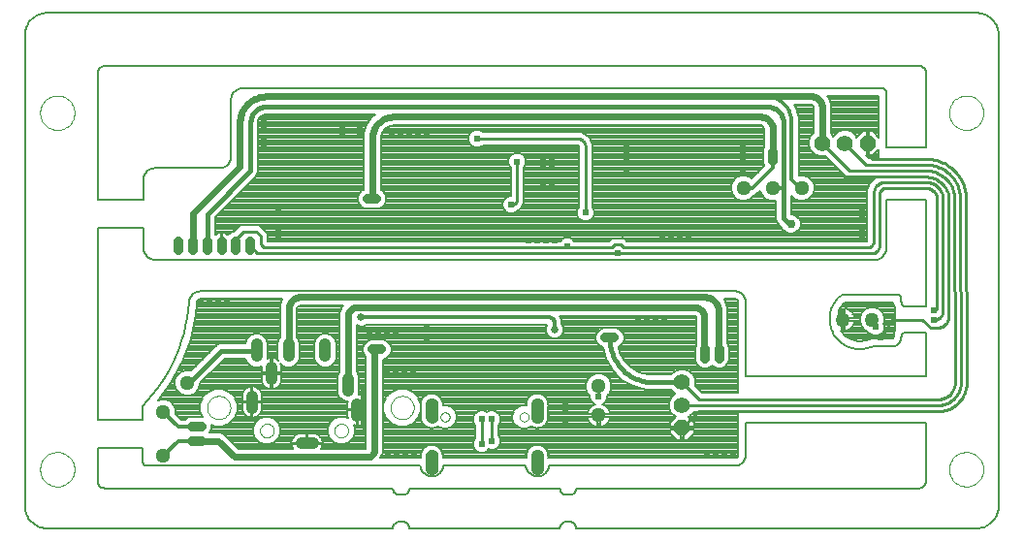
<source format=gbl>
G75*
G70*
%OFA0B0*%
%FSLAX24Y24*%
%IPPOS*%
%LPD*%
%AMOC8*
5,1,8,0,0,1.08239X$1,22.5*
%
%ADD10C,0.0050*%
%ADD11C,0.0000*%
%ADD12C,0.0500*%
%ADD13C,0.0512*%
%ADD14C,0.0400*%
%ADD15C,0.0277*%
%ADD16C,0.0004*%
%ADD17C,0.0317*%
%ADD18C,0.0550*%
%ADD19OC8,0.0550*%
%ADD20C,0.0080*%
%ADD21C,0.0240*%
%ADD22C,0.0100*%
%ADD23C,0.0200*%
%ADD24C,0.0140*%
%ADD25C,0.0280*%
%ADD26C,0.0320*%
%ADD27C,0.0220*%
%ADD28C,0.0240*%
%ADD29C,0.0160*%
%ADD30C,0.0300*%
%ADD31C,0.0260*%
%ADD32C,0.0120*%
D10*
X001677Y000927D02*
X013576Y000927D01*
X013576Y000955D01*
X013580Y000983D01*
X013587Y001010D01*
X013598Y001036D01*
X013612Y001060D01*
X013629Y001082D01*
X013649Y001102D01*
X013671Y001119D01*
X013695Y001133D01*
X013721Y001144D01*
X013748Y001151D01*
X013776Y001155D01*
X013926Y001155D01*
X013954Y001151D01*
X013981Y001144D01*
X014007Y001133D01*
X014031Y001119D01*
X014053Y001102D01*
X014073Y001082D01*
X014090Y001060D01*
X014104Y001036D01*
X014115Y001010D01*
X014122Y000983D01*
X014126Y000955D01*
X014126Y000927D01*
X019313Y000927D01*
X019313Y000955D01*
X019317Y000983D01*
X019324Y001010D01*
X019335Y001036D01*
X019349Y001060D01*
X019366Y001082D01*
X019386Y001102D01*
X019408Y001119D01*
X019432Y001133D01*
X019458Y001144D01*
X019485Y001151D01*
X019513Y001155D01*
X019663Y001155D01*
X019663Y001156D02*
X019692Y001152D01*
X019719Y001145D01*
X019745Y001135D01*
X019770Y001121D01*
X019793Y001104D01*
X019813Y001084D01*
X019831Y001062D01*
X019845Y001037D01*
X019857Y001011D01*
X019864Y000984D01*
X019868Y000956D01*
X019869Y000928D01*
X019869Y000927D02*
X033631Y000927D01*
X033630Y000927D02*
X033684Y000929D01*
X033738Y000934D01*
X033791Y000943D01*
X033844Y000956D01*
X033895Y000973D01*
X033945Y000993D01*
X033993Y001017D01*
X034040Y001044D01*
X034085Y001075D01*
X034127Y001108D01*
X034167Y001145D01*
X034204Y001184D01*
X034238Y001226D01*
X034269Y001270D01*
X034297Y001316D01*
X034321Y001364D01*
X034342Y001414D01*
X034360Y001465D01*
X034374Y001517D01*
X034384Y001570D01*
X034390Y001624D01*
X034392Y001677D01*
X034392Y017896D01*
X034392Y017895D02*
X034390Y017949D01*
X034383Y018003D01*
X034373Y018056D01*
X034360Y018108D01*
X034342Y018159D01*
X034321Y018209D01*
X034297Y018257D01*
X034269Y018303D01*
X034237Y018347D01*
X034203Y018388D01*
X034166Y018427D01*
X034126Y018464D01*
X034084Y018497D01*
X034040Y018528D01*
X033993Y018555D01*
X033945Y018578D01*
X033895Y018599D01*
X033843Y018615D01*
X033791Y018628D01*
X033738Y018637D01*
X033684Y018643D01*
X033631Y018644D01*
X001677Y018644D01*
X001624Y018642D01*
X001570Y018637D01*
X001518Y018627D01*
X001466Y018614D01*
X001415Y018597D01*
X001366Y018577D01*
X001318Y018553D01*
X001272Y018526D01*
X001228Y018495D01*
X001186Y018462D01*
X001147Y018425D01*
X001111Y018386D01*
X001077Y018345D01*
X001046Y018301D01*
X001019Y018255D01*
X000995Y018207D01*
X000975Y018158D01*
X000958Y018107D01*
X000944Y018055D01*
X000935Y018003D01*
X000929Y017949D01*
X000927Y017896D01*
X000927Y001677D01*
X000929Y001623D01*
X000935Y001570D01*
X000944Y001518D01*
X000957Y001466D01*
X000974Y001415D01*
X000995Y001365D01*
X001019Y001318D01*
X001046Y001272D01*
X001077Y001228D01*
X001110Y001186D01*
X001147Y001147D01*
X001186Y001110D01*
X001228Y001077D01*
X001272Y001046D01*
X001318Y001019D01*
X001365Y000995D01*
X001415Y000974D01*
X001466Y000957D01*
X001518Y000944D01*
X001570Y000935D01*
X001623Y000929D01*
X001677Y000927D01*
X003677Y002305D02*
X013576Y002305D01*
X013576Y002277D01*
X013580Y002249D01*
X013587Y002222D01*
X013598Y002196D01*
X013612Y002172D01*
X013629Y002150D01*
X013649Y002130D01*
X013671Y002113D01*
X013695Y002099D01*
X013721Y002088D01*
X013748Y002081D01*
X013776Y002077D01*
X013926Y002077D01*
X013954Y002081D01*
X013981Y002088D01*
X014007Y002099D01*
X014031Y002113D01*
X014053Y002130D01*
X014073Y002150D01*
X014090Y002172D01*
X014104Y002196D01*
X014115Y002222D01*
X014122Y002249D01*
X014126Y002277D01*
X014126Y002305D01*
X019313Y002305D01*
X019313Y002277D01*
X019317Y002249D01*
X019324Y002222D01*
X019335Y002196D01*
X019349Y002172D01*
X019366Y002150D01*
X019386Y002130D01*
X019408Y002113D01*
X019432Y002099D01*
X019458Y002088D01*
X019485Y002081D01*
X019513Y002077D01*
X019663Y002077D01*
X019692Y002081D01*
X019719Y002088D01*
X019745Y002098D01*
X019770Y002112D01*
X019793Y002129D01*
X019813Y002149D01*
X019831Y002171D01*
X019845Y002196D01*
X019857Y002222D01*
X019864Y002249D01*
X019868Y002277D01*
X019869Y002305D01*
X031642Y002305D01*
X031672Y002307D01*
X031702Y002312D01*
X031731Y002321D01*
X031758Y002334D01*
X031784Y002349D01*
X031808Y002368D01*
X031829Y002389D01*
X031848Y002413D01*
X031863Y002439D01*
X031876Y002466D01*
X031885Y002495D01*
X031890Y002525D01*
X031892Y002555D01*
X031892Y004570D01*
X025710Y004570D01*
X025710Y003477D01*
X025708Y003438D01*
X025702Y003399D01*
X025693Y003361D01*
X025680Y003324D01*
X025663Y003288D01*
X025643Y003255D01*
X025619Y003223D01*
X025593Y003194D01*
X025564Y003168D01*
X025532Y003144D01*
X025499Y003124D01*
X025463Y003107D01*
X025426Y003094D01*
X025388Y003085D01*
X025349Y003079D01*
X025310Y003077D01*
X018928Y003077D01*
X018928Y003078D02*
X018923Y003039D01*
X018914Y003001D01*
X018901Y002964D01*
X018885Y002929D01*
X018865Y002895D01*
X018842Y002863D01*
X018816Y002834D01*
X018787Y002808D01*
X018756Y002785D01*
X018722Y002764D01*
X018687Y002748D01*
X018650Y002734D01*
X018613Y002725D01*
X018574Y002719D01*
X018535Y002717D01*
X018496Y002719D01*
X018457Y002725D01*
X018420Y002734D01*
X018383Y002748D01*
X018348Y002764D01*
X018314Y002785D01*
X018283Y002808D01*
X018254Y002834D01*
X018228Y002863D01*
X018205Y002895D01*
X018185Y002929D01*
X018169Y002964D01*
X018156Y003001D01*
X018147Y003039D01*
X018142Y003078D01*
X018141Y003077D02*
X015298Y003077D01*
X015298Y003078D02*
X015293Y003039D01*
X015284Y003001D01*
X015271Y002964D01*
X015255Y002929D01*
X015235Y002895D01*
X015212Y002863D01*
X015186Y002834D01*
X015157Y002808D01*
X015126Y002785D01*
X015092Y002764D01*
X015057Y002748D01*
X015020Y002734D01*
X014983Y002725D01*
X014944Y002719D01*
X014905Y002717D01*
X014866Y002719D01*
X014827Y002725D01*
X014790Y002734D01*
X014753Y002748D01*
X014718Y002764D01*
X014684Y002785D01*
X014653Y002808D01*
X014624Y002834D01*
X014598Y002863D01*
X014575Y002895D01*
X014555Y002929D01*
X014539Y002964D01*
X014526Y003001D01*
X014517Y003039D01*
X014512Y003078D01*
X014511Y003077D02*
X005110Y003077D01*
X005085Y003082D01*
X005062Y003091D01*
X005039Y003103D01*
X005019Y003118D01*
X005001Y003136D01*
X004986Y003156D01*
X004974Y003178D01*
X004965Y003202D01*
X004960Y003227D01*
X004958Y003252D01*
X004960Y003277D01*
X004960Y003683D01*
X003427Y003683D01*
X003427Y002527D01*
X003431Y002499D01*
X003438Y002471D01*
X003448Y002444D01*
X003461Y002419D01*
X003477Y002396D01*
X003496Y002374D01*
X003517Y002355D01*
X003541Y002339D01*
X003566Y002326D01*
X003593Y002316D01*
X003620Y002309D01*
X003648Y002305D01*
X003677Y002305D01*
X003427Y004671D02*
X004960Y004671D01*
X004960Y005127D01*
X003427Y004671D02*
X003427Y011245D01*
X004994Y011245D01*
X004994Y010564D01*
X004996Y010525D01*
X005002Y010486D01*
X005011Y010448D01*
X005024Y010411D01*
X005041Y010375D01*
X005061Y010342D01*
X005085Y010310D01*
X005111Y010281D01*
X005140Y010255D01*
X005172Y010231D01*
X005205Y010211D01*
X005241Y010194D01*
X005278Y010181D01*
X005316Y010172D01*
X005355Y010166D01*
X005394Y010164D01*
X030138Y010164D01*
X030177Y010166D01*
X030216Y010172D01*
X030254Y010181D01*
X030291Y010194D01*
X030327Y010211D01*
X030360Y010231D01*
X030392Y010255D01*
X030421Y010281D01*
X030447Y010310D01*
X030471Y010342D01*
X030491Y010375D01*
X030508Y010411D01*
X030521Y010448D01*
X030530Y010486D01*
X030536Y010525D01*
X030538Y010564D01*
X030538Y012220D01*
X031892Y012220D01*
X031892Y008560D01*
X031192Y008560D01*
X031169Y008564D01*
X031147Y008571D01*
X031126Y008581D01*
X031107Y008594D01*
X031090Y008610D01*
X031076Y008628D01*
X031064Y008648D01*
X031055Y008669D01*
X031049Y008691D01*
X031046Y008714D01*
X031047Y008737D01*
X031046Y008738D02*
X031046Y008800D01*
X031046Y008823D01*
X031042Y008846D01*
X031036Y008868D01*
X031026Y008889D01*
X031014Y008908D01*
X030999Y008925D01*
X030981Y008940D01*
X030962Y008953D01*
X030941Y008962D01*
X030919Y008968D01*
X030896Y008972D01*
X029019Y008972D01*
X028969Y008934D01*
X028921Y008893D01*
X028876Y008849D01*
X028834Y008803D01*
X028794Y008754D01*
X028758Y008702D01*
X028725Y008649D01*
X028695Y008594D01*
X028668Y008537D01*
X028645Y008478D01*
X028626Y008418D01*
X028610Y008357D01*
X028598Y008296D01*
X028589Y008233D01*
X028585Y008170D01*
X028584Y008108D01*
X028587Y008045D01*
X028594Y007982D01*
X028605Y007920D01*
X028619Y007859D01*
X028637Y007799D01*
X028659Y007740D01*
X028684Y007682D01*
X028713Y007626D01*
X028745Y007572D01*
X028780Y007520D01*
X028818Y007470D01*
X028859Y007422D01*
X028904Y007377D01*
X028950Y007335D01*
X028999Y007296D01*
X029051Y007260D01*
X029104Y007227D01*
X029160Y007197D01*
X029217Y007171D01*
X029275Y007148D01*
X029335Y007129D01*
X029396Y007113D01*
X029458Y007101D01*
X029520Y007093D01*
X029583Y007089D01*
X029646Y007088D01*
X029709Y007092D01*
X029771Y007099D01*
X029833Y007110D01*
X029895Y007124D01*
X029955Y007142D01*
X030014Y007164D01*
X030071Y007190D01*
X030731Y007190D01*
X030764Y007192D01*
X030797Y007198D01*
X030829Y007207D01*
X030860Y007219D01*
X030890Y007234D01*
X030918Y007253D01*
X030943Y007274D01*
X030966Y007298D01*
X030987Y007324D01*
X031005Y007352D01*
X031020Y007382D01*
X031031Y007413D01*
X031040Y007445D01*
X031045Y007478D01*
X031046Y007511D01*
X031047Y007511D02*
X031050Y007534D01*
X031057Y007556D01*
X031067Y007577D01*
X031080Y007597D01*
X031095Y007614D01*
X031113Y007629D01*
X031133Y007641D01*
X031154Y007651D01*
X031177Y007657D01*
X031200Y007660D01*
X031223Y007659D01*
X031223Y007660D02*
X031892Y007660D01*
X031892Y006158D01*
X025710Y006158D01*
X025710Y008677D01*
X025708Y008716D01*
X025702Y008755D01*
X025693Y008793D01*
X025680Y008830D01*
X025663Y008866D01*
X025643Y008899D01*
X025619Y008931D01*
X025593Y008960D01*
X025564Y008986D01*
X025532Y009010D01*
X025499Y009030D01*
X025463Y009047D01*
X025426Y009060D01*
X025388Y009069D01*
X025349Y009075D01*
X025310Y009077D01*
X006960Y009077D01*
X006921Y009075D01*
X006882Y009069D01*
X006844Y009060D01*
X006807Y009047D01*
X006771Y009030D01*
X006738Y009010D01*
X006706Y008986D01*
X006677Y008960D01*
X006651Y008931D01*
X006627Y008899D01*
X006607Y008866D01*
X006590Y008830D01*
X006577Y008793D01*
X006568Y008755D01*
X006562Y008716D01*
X006560Y008677D01*
X006534Y008413D01*
X006496Y008151D01*
X006446Y007891D01*
X006384Y007633D01*
X006310Y007379D01*
X006224Y007129D01*
X006126Y006882D01*
X006017Y006641D01*
X005897Y006404D01*
X005767Y006174D01*
X005625Y005950D01*
X005473Y005733D01*
X005312Y005523D01*
X005141Y005321D01*
X004960Y005127D01*
X004994Y012233D02*
X003427Y012233D01*
X003427Y016586D01*
X003429Y016616D01*
X003434Y016646D01*
X003443Y016675D01*
X003456Y016702D01*
X003471Y016728D01*
X003490Y016752D01*
X003511Y016773D01*
X003535Y016792D01*
X003561Y016807D01*
X003588Y016820D01*
X003617Y016829D01*
X003647Y016834D01*
X003677Y016836D01*
X031642Y016836D01*
X031672Y016834D01*
X031702Y016829D01*
X031731Y016820D01*
X031758Y016807D01*
X031784Y016792D01*
X031808Y016773D01*
X031829Y016752D01*
X031848Y016728D01*
X031863Y016702D01*
X031876Y016675D01*
X031885Y016646D01*
X031890Y016616D01*
X031892Y016586D01*
X031892Y014008D01*
X030538Y014008D01*
X030538Y015914D01*
X030536Y015937D01*
X030531Y015960D01*
X030522Y015982D01*
X030509Y016002D01*
X030494Y016020D01*
X030476Y016035D01*
X030456Y016048D01*
X030434Y016057D01*
X030411Y016062D01*
X030388Y016064D01*
X008410Y016064D01*
X008371Y016062D01*
X008332Y016056D01*
X008294Y016047D01*
X008257Y016034D01*
X008221Y016017D01*
X008188Y015997D01*
X008156Y015973D01*
X008127Y015947D01*
X008101Y015918D01*
X008077Y015886D01*
X008057Y015853D01*
X008040Y015817D01*
X008027Y015780D01*
X008018Y015742D01*
X008012Y015703D01*
X008010Y015664D01*
X008010Y013714D01*
X008008Y013675D01*
X008002Y013636D01*
X007993Y013598D01*
X007980Y013561D01*
X007963Y013525D01*
X007943Y013492D01*
X007919Y013460D01*
X007893Y013431D01*
X007864Y013405D01*
X007832Y013381D01*
X007799Y013361D01*
X007763Y013344D01*
X007726Y013331D01*
X007688Y013322D01*
X007649Y013316D01*
X007610Y013314D01*
X005394Y013314D01*
X005355Y013312D01*
X005316Y013306D01*
X005278Y013297D01*
X005241Y013284D01*
X005205Y013267D01*
X005172Y013247D01*
X005140Y013223D01*
X005111Y013197D01*
X005085Y013168D01*
X005061Y013136D01*
X005041Y013103D01*
X005024Y013067D01*
X005011Y013030D01*
X005002Y012992D01*
X004996Y012953D01*
X004994Y012914D01*
X004994Y012233D01*
D11*
X001440Y015215D02*
X001442Y015263D01*
X001448Y015311D01*
X001458Y015358D01*
X001471Y015404D01*
X001489Y015449D01*
X001509Y015493D01*
X001534Y015535D01*
X001562Y015574D01*
X001592Y015611D01*
X001626Y015645D01*
X001663Y015677D01*
X001701Y015706D01*
X001742Y015731D01*
X001785Y015753D01*
X001830Y015771D01*
X001876Y015785D01*
X001923Y015796D01*
X001971Y015803D01*
X002019Y015806D01*
X002067Y015805D01*
X002115Y015800D01*
X002163Y015791D01*
X002209Y015779D01*
X002254Y015762D01*
X002298Y015742D01*
X002340Y015719D01*
X002380Y015692D01*
X002418Y015662D01*
X002453Y015629D01*
X002485Y015593D01*
X002515Y015555D01*
X002541Y015514D01*
X002563Y015471D01*
X002583Y015427D01*
X002598Y015382D01*
X002610Y015335D01*
X002618Y015287D01*
X002622Y015239D01*
X002622Y015191D01*
X002618Y015143D01*
X002610Y015095D01*
X002598Y015048D01*
X002583Y015003D01*
X002563Y014959D01*
X002541Y014916D01*
X002515Y014875D01*
X002485Y014837D01*
X002453Y014801D01*
X002418Y014768D01*
X002380Y014738D01*
X002340Y014711D01*
X002298Y014688D01*
X002254Y014668D01*
X002209Y014651D01*
X002163Y014639D01*
X002115Y014630D01*
X002067Y014625D01*
X002019Y014624D01*
X001971Y014627D01*
X001923Y014634D01*
X001876Y014645D01*
X001830Y014659D01*
X001785Y014677D01*
X001742Y014699D01*
X001701Y014724D01*
X001663Y014753D01*
X001626Y014785D01*
X001592Y014819D01*
X001562Y014856D01*
X001534Y014895D01*
X001509Y014937D01*
X001489Y014981D01*
X001471Y015026D01*
X001458Y015072D01*
X001448Y015119D01*
X001442Y015167D01*
X001440Y015215D01*
X007182Y005080D02*
X007184Y005120D01*
X007190Y005159D01*
X007200Y005198D01*
X007213Y005235D01*
X007231Y005271D01*
X007252Y005305D01*
X007276Y005337D01*
X007303Y005366D01*
X007333Y005393D01*
X007365Y005416D01*
X007400Y005436D01*
X007436Y005452D01*
X007474Y005465D01*
X007513Y005474D01*
X007552Y005479D01*
X007592Y005480D01*
X007632Y005477D01*
X007671Y005470D01*
X007709Y005459D01*
X007747Y005445D01*
X007782Y005426D01*
X007815Y005405D01*
X007847Y005380D01*
X007875Y005352D01*
X007901Y005322D01*
X007923Y005289D01*
X007942Y005254D01*
X007958Y005217D01*
X007970Y005179D01*
X007978Y005140D01*
X007982Y005100D01*
X007982Y005060D01*
X007978Y005020D01*
X007970Y004981D01*
X007958Y004943D01*
X007942Y004906D01*
X007923Y004871D01*
X007901Y004838D01*
X007875Y004808D01*
X007847Y004780D01*
X007815Y004755D01*
X007782Y004734D01*
X007747Y004715D01*
X007709Y004701D01*
X007671Y004690D01*
X007632Y004683D01*
X007592Y004680D01*
X007552Y004681D01*
X007513Y004686D01*
X007474Y004695D01*
X007436Y004708D01*
X007400Y004724D01*
X007365Y004744D01*
X007333Y004767D01*
X007303Y004794D01*
X007276Y004823D01*
X007252Y004855D01*
X007231Y004889D01*
X007213Y004925D01*
X007200Y004962D01*
X007190Y005001D01*
X007184Y005040D01*
X007182Y005080D01*
X009001Y004288D02*
X009003Y004318D01*
X009009Y004348D01*
X009018Y004377D01*
X009031Y004404D01*
X009048Y004429D01*
X009067Y004452D01*
X009090Y004473D01*
X009115Y004490D01*
X009141Y004504D01*
X009170Y004514D01*
X009199Y004521D01*
X009229Y004524D01*
X009260Y004523D01*
X009290Y004518D01*
X009319Y004509D01*
X009346Y004497D01*
X009372Y004482D01*
X009396Y004463D01*
X009417Y004441D01*
X009435Y004417D01*
X009450Y004390D01*
X009461Y004362D01*
X009469Y004333D01*
X009473Y004303D01*
X009473Y004273D01*
X009469Y004243D01*
X009461Y004214D01*
X009450Y004186D01*
X009435Y004159D01*
X009417Y004135D01*
X009396Y004113D01*
X009372Y004094D01*
X009346Y004079D01*
X009319Y004067D01*
X009290Y004058D01*
X009260Y004053D01*
X009229Y004052D01*
X009199Y004055D01*
X009170Y004062D01*
X009141Y004072D01*
X009115Y004086D01*
X009090Y004103D01*
X009067Y004124D01*
X009048Y004147D01*
X009031Y004172D01*
X009018Y004199D01*
X009009Y004228D01*
X009003Y004258D01*
X009001Y004288D01*
X011560Y004288D02*
X011562Y004318D01*
X011568Y004348D01*
X011577Y004377D01*
X011590Y004404D01*
X011607Y004429D01*
X011626Y004452D01*
X011649Y004473D01*
X011674Y004490D01*
X011700Y004504D01*
X011729Y004514D01*
X011758Y004521D01*
X011788Y004524D01*
X011819Y004523D01*
X011849Y004518D01*
X011878Y004509D01*
X011905Y004497D01*
X011931Y004482D01*
X011955Y004463D01*
X011976Y004441D01*
X011994Y004417D01*
X012009Y004390D01*
X012020Y004362D01*
X012028Y004333D01*
X012032Y004303D01*
X012032Y004273D01*
X012028Y004243D01*
X012020Y004214D01*
X012009Y004186D01*
X011994Y004159D01*
X011976Y004135D01*
X011955Y004113D01*
X011931Y004094D01*
X011905Y004079D01*
X011878Y004067D01*
X011849Y004058D01*
X011819Y004053D01*
X011788Y004052D01*
X011758Y004055D01*
X011729Y004062D01*
X011700Y004072D01*
X011674Y004086D01*
X011649Y004103D01*
X011626Y004124D01*
X011607Y004147D01*
X011590Y004172D01*
X011577Y004199D01*
X011568Y004228D01*
X011562Y004258D01*
X011560Y004288D01*
X013487Y005080D02*
X013489Y005120D01*
X013495Y005159D01*
X013505Y005198D01*
X013518Y005235D01*
X013536Y005271D01*
X013557Y005305D01*
X013581Y005337D01*
X013608Y005366D01*
X013638Y005393D01*
X013670Y005416D01*
X013705Y005436D01*
X013741Y005452D01*
X013779Y005465D01*
X013818Y005474D01*
X013857Y005479D01*
X013897Y005480D01*
X013937Y005477D01*
X013976Y005470D01*
X014014Y005459D01*
X014052Y005445D01*
X014087Y005426D01*
X014120Y005405D01*
X014152Y005380D01*
X014180Y005352D01*
X014206Y005322D01*
X014228Y005289D01*
X014247Y005254D01*
X014263Y005217D01*
X014275Y005179D01*
X014283Y005140D01*
X014287Y005100D01*
X014287Y005060D01*
X014283Y005020D01*
X014275Y004981D01*
X014263Y004943D01*
X014247Y004906D01*
X014228Y004871D01*
X014206Y004838D01*
X014180Y004808D01*
X014152Y004780D01*
X014120Y004755D01*
X014087Y004734D01*
X014052Y004715D01*
X014014Y004701D01*
X013976Y004690D01*
X013937Y004683D01*
X013897Y004680D01*
X013857Y004681D01*
X013818Y004686D01*
X013779Y004695D01*
X013741Y004708D01*
X013705Y004724D01*
X013670Y004744D01*
X013638Y004767D01*
X013608Y004794D01*
X013581Y004823D01*
X013557Y004855D01*
X013536Y004889D01*
X013518Y004925D01*
X013505Y004962D01*
X013495Y005001D01*
X013489Y005040D01*
X013487Y005080D01*
X015204Y004757D02*
X015206Y004782D01*
X015212Y004806D01*
X015221Y004828D01*
X015234Y004849D01*
X015250Y004868D01*
X015269Y004884D01*
X015290Y004897D01*
X015312Y004906D01*
X015336Y004912D01*
X015361Y004914D01*
X015386Y004912D01*
X015410Y004906D01*
X015432Y004897D01*
X015453Y004884D01*
X015472Y004868D01*
X015488Y004849D01*
X015501Y004828D01*
X015510Y004806D01*
X015516Y004782D01*
X015518Y004757D01*
X015516Y004732D01*
X015510Y004708D01*
X015501Y004686D01*
X015488Y004665D01*
X015472Y004646D01*
X015453Y004630D01*
X015432Y004617D01*
X015410Y004608D01*
X015386Y004602D01*
X015361Y004600D01*
X015336Y004602D01*
X015312Y004608D01*
X015290Y004617D01*
X015269Y004630D01*
X015250Y004646D01*
X015234Y004665D01*
X015221Y004686D01*
X015212Y004708D01*
X015206Y004732D01*
X015204Y004757D01*
X017921Y004757D02*
X017923Y004782D01*
X017929Y004806D01*
X017938Y004828D01*
X017951Y004849D01*
X017967Y004868D01*
X017986Y004884D01*
X018007Y004897D01*
X018029Y004906D01*
X018053Y004912D01*
X018078Y004914D01*
X018103Y004912D01*
X018127Y004906D01*
X018149Y004897D01*
X018170Y004884D01*
X018189Y004868D01*
X018205Y004849D01*
X018218Y004828D01*
X018227Y004806D01*
X018233Y004782D01*
X018235Y004757D01*
X018233Y004732D01*
X018227Y004708D01*
X018218Y004686D01*
X018205Y004665D01*
X018189Y004646D01*
X018170Y004630D01*
X018149Y004617D01*
X018127Y004608D01*
X018103Y004602D01*
X018078Y004600D01*
X018053Y004602D01*
X018029Y004608D01*
X018007Y004617D01*
X017986Y004630D01*
X017967Y004646D01*
X017951Y004665D01*
X017938Y004686D01*
X017929Y004708D01*
X017923Y004732D01*
X017921Y004757D01*
X032687Y002959D02*
X032689Y003007D01*
X032695Y003055D01*
X032705Y003102D01*
X032718Y003148D01*
X032736Y003193D01*
X032756Y003237D01*
X032781Y003279D01*
X032809Y003318D01*
X032839Y003355D01*
X032873Y003389D01*
X032910Y003421D01*
X032948Y003450D01*
X032989Y003475D01*
X033032Y003497D01*
X033077Y003515D01*
X033123Y003529D01*
X033170Y003540D01*
X033218Y003547D01*
X033266Y003550D01*
X033314Y003549D01*
X033362Y003544D01*
X033410Y003535D01*
X033456Y003523D01*
X033501Y003506D01*
X033545Y003486D01*
X033587Y003463D01*
X033627Y003436D01*
X033665Y003406D01*
X033700Y003373D01*
X033732Y003337D01*
X033762Y003299D01*
X033788Y003258D01*
X033810Y003215D01*
X033830Y003171D01*
X033845Y003126D01*
X033857Y003079D01*
X033865Y003031D01*
X033869Y002983D01*
X033869Y002935D01*
X033865Y002887D01*
X033857Y002839D01*
X033845Y002792D01*
X033830Y002747D01*
X033810Y002703D01*
X033788Y002660D01*
X033762Y002619D01*
X033732Y002581D01*
X033700Y002545D01*
X033665Y002512D01*
X033627Y002482D01*
X033587Y002455D01*
X033545Y002432D01*
X033501Y002412D01*
X033456Y002395D01*
X033410Y002383D01*
X033362Y002374D01*
X033314Y002369D01*
X033266Y002368D01*
X033218Y002371D01*
X033170Y002378D01*
X033123Y002389D01*
X033077Y002403D01*
X033032Y002421D01*
X032989Y002443D01*
X032948Y002468D01*
X032910Y002497D01*
X032873Y002529D01*
X032839Y002563D01*
X032809Y002600D01*
X032781Y002639D01*
X032756Y002681D01*
X032736Y002725D01*
X032718Y002770D01*
X032705Y002816D01*
X032695Y002863D01*
X032689Y002911D01*
X032687Y002959D01*
X032687Y015215D02*
X032689Y015263D01*
X032695Y015311D01*
X032705Y015358D01*
X032718Y015404D01*
X032736Y015449D01*
X032756Y015493D01*
X032781Y015535D01*
X032809Y015574D01*
X032839Y015611D01*
X032873Y015645D01*
X032910Y015677D01*
X032948Y015706D01*
X032989Y015731D01*
X033032Y015753D01*
X033077Y015771D01*
X033123Y015785D01*
X033170Y015796D01*
X033218Y015803D01*
X033266Y015806D01*
X033314Y015805D01*
X033362Y015800D01*
X033410Y015791D01*
X033456Y015779D01*
X033501Y015762D01*
X033545Y015742D01*
X033587Y015719D01*
X033627Y015692D01*
X033665Y015662D01*
X033700Y015629D01*
X033732Y015593D01*
X033762Y015555D01*
X033788Y015514D01*
X033810Y015471D01*
X033830Y015427D01*
X033845Y015382D01*
X033857Y015335D01*
X033865Y015287D01*
X033869Y015239D01*
X033869Y015191D01*
X033865Y015143D01*
X033857Y015095D01*
X033845Y015048D01*
X033830Y015003D01*
X033810Y014959D01*
X033788Y014916D01*
X033762Y014875D01*
X033732Y014837D01*
X033700Y014801D01*
X033665Y014768D01*
X033627Y014738D01*
X033587Y014711D01*
X033545Y014688D01*
X033501Y014668D01*
X033456Y014651D01*
X033410Y014639D01*
X033362Y014630D01*
X033314Y014625D01*
X033266Y014624D01*
X033218Y014627D01*
X033170Y014634D01*
X033123Y014645D01*
X033077Y014659D01*
X033032Y014677D01*
X032989Y014699D01*
X032948Y014724D01*
X032910Y014753D01*
X032873Y014785D01*
X032839Y014819D01*
X032809Y014856D01*
X032781Y014895D01*
X032756Y014937D01*
X032736Y014981D01*
X032718Y015026D01*
X032705Y015072D01*
X032695Y015119D01*
X032689Y015167D01*
X032687Y015215D01*
X001440Y002959D02*
X001442Y003007D01*
X001448Y003055D01*
X001458Y003102D01*
X001471Y003148D01*
X001489Y003193D01*
X001509Y003237D01*
X001534Y003279D01*
X001562Y003318D01*
X001592Y003355D01*
X001626Y003389D01*
X001663Y003421D01*
X001701Y003450D01*
X001742Y003475D01*
X001785Y003497D01*
X001830Y003515D01*
X001876Y003529D01*
X001923Y003540D01*
X001971Y003547D01*
X002019Y003550D01*
X002067Y003549D01*
X002115Y003544D01*
X002163Y003535D01*
X002209Y003523D01*
X002254Y003506D01*
X002298Y003486D01*
X002340Y003463D01*
X002380Y003436D01*
X002418Y003406D01*
X002453Y003373D01*
X002485Y003337D01*
X002515Y003299D01*
X002541Y003258D01*
X002563Y003215D01*
X002583Y003171D01*
X002598Y003126D01*
X002610Y003079D01*
X002618Y003031D01*
X002622Y002983D01*
X002622Y002935D01*
X002618Y002887D01*
X002610Y002839D01*
X002598Y002792D01*
X002583Y002747D01*
X002563Y002703D01*
X002541Y002660D01*
X002515Y002619D01*
X002485Y002581D01*
X002453Y002545D01*
X002418Y002512D01*
X002380Y002482D01*
X002340Y002455D01*
X002298Y002432D01*
X002254Y002412D01*
X002209Y002395D01*
X002163Y002383D01*
X002115Y002374D01*
X002067Y002369D01*
X002019Y002368D01*
X001971Y002371D01*
X001923Y002378D01*
X001876Y002389D01*
X001830Y002403D01*
X001785Y002421D01*
X001742Y002443D01*
X001701Y002468D01*
X001663Y002497D01*
X001626Y002529D01*
X001592Y002563D01*
X001562Y002600D01*
X001534Y002639D01*
X001509Y002681D01*
X001489Y002725D01*
X001471Y002770D01*
X001458Y002816D01*
X001448Y002863D01*
X001442Y002911D01*
X001440Y002959D01*
D12*
X029046Y008102D03*
X030046Y008102D03*
D13*
X027619Y012627D03*
X026619Y012627D03*
X025619Y012627D03*
X020645Y005809D03*
X020645Y004809D03*
X006509Y005927D03*
X005677Y004927D03*
X005677Y003427D03*
D14*
X008725Y005073D02*
X008725Y005473D01*
X009395Y006057D02*
X009395Y006457D01*
X008883Y006844D02*
X008883Y007244D01*
X009985Y007244D02*
X009985Y006844D01*
X011245Y006844D02*
X011245Y007244D01*
X012033Y006063D02*
X012033Y005663D01*
X012347Y005197D02*
X012347Y004797D01*
X010815Y003855D02*
X010415Y003855D01*
D15*
X014905Y003206D03*
X014905Y004978D03*
X018535Y004978D03*
X018535Y003206D03*
D16*
X018731Y003206D02*
X018338Y003206D01*
X018338Y003204D02*
X018731Y003204D01*
X018731Y003201D02*
X018338Y003201D01*
X018338Y003199D02*
X018731Y003199D01*
X018731Y003196D02*
X018338Y003196D01*
X018338Y003194D02*
X018731Y003194D01*
X018731Y003192D02*
X018338Y003192D01*
X018338Y003189D02*
X018731Y003189D01*
X018731Y003187D02*
X018338Y003187D01*
X018338Y003184D02*
X018731Y003184D01*
X018731Y003182D02*
X018338Y003182D01*
X018338Y003179D02*
X018731Y003179D01*
X018731Y003177D02*
X018338Y003177D01*
X018338Y003175D02*
X018731Y003175D01*
X018731Y003172D02*
X018338Y003172D01*
X018338Y003170D02*
X018731Y003170D01*
X018731Y003167D02*
X018338Y003167D01*
X018338Y003165D02*
X018731Y003165D01*
X018731Y003162D02*
X018338Y003162D01*
X018338Y003160D02*
X018731Y003160D01*
X018731Y003157D02*
X018338Y003157D01*
X018338Y003155D02*
X018731Y003155D01*
X018731Y003153D02*
X018338Y003153D01*
X018338Y003150D02*
X018731Y003150D01*
X018731Y003148D02*
X018338Y003148D01*
X018338Y003145D02*
X018731Y003145D01*
X018731Y003143D02*
X018338Y003143D01*
X018338Y003140D02*
X018731Y003140D01*
X018731Y003138D02*
X018338Y003138D01*
X018338Y003136D02*
X018731Y003136D01*
X018731Y003133D02*
X018338Y003133D01*
X018338Y003131D02*
X018731Y003131D01*
X018731Y003128D02*
X018338Y003128D01*
X018338Y003126D02*
X018731Y003126D01*
X018731Y003123D02*
X018338Y003123D01*
X018338Y003121D02*
X018731Y003121D01*
X018731Y003118D02*
X018338Y003118D01*
X018338Y003116D02*
X018731Y003116D01*
X018731Y003114D02*
X018338Y003114D01*
X018338Y003111D02*
X018731Y003111D01*
X018731Y003109D02*
X018338Y003109D01*
X018338Y003106D02*
X018731Y003106D01*
X018731Y003104D02*
X018338Y003104D01*
X018338Y003101D02*
X018731Y003101D01*
X018731Y003099D02*
X018338Y003099D01*
X018338Y003097D02*
X018731Y003097D01*
X018731Y003094D02*
X018338Y003094D01*
X018338Y003092D02*
X018731Y003092D01*
X018731Y003089D02*
X018338Y003089D01*
X018338Y003087D02*
X018731Y003087D01*
X018731Y003084D02*
X018338Y003084D01*
X018338Y003082D02*
X018731Y003082D01*
X018731Y003079D02*
X018338Y003079D01*
X018338Y003077D02*
X018731Y003077D01*
X018731Y003075D02*
X018338Y003075D01*
X018338Y003072D02*
X018731Y003072D01*
X018731Y003070D02*
X018338Y003070D01*
X018338Y003067D02*
X018731Y003067D01*
X018731Y003065D02*
X018338Y003065D01*
X018338Y003062D02*
X018731Y003062D01*
X018731Y003060D02*
X018338Y003060D01*
X018338Y003058D02*
X018731Y003058D01*
X018731Y003055D02*
X018338Y003055D01*
X018338Y003053D02*
X018731Y003053D01*
X018731Y003050D02*
X018338Y003050D01*
X018338Y003048D02*
X018731Y003048D01*
X018731Y003045D02*
X018338Y003045D01*
X018338Y003043D02*
X018731Y003043D01*
X018731Y003041D02*
X018338Y003041D01*
X018338Y003038D02*
X018731Y003038D01*
X018731Y003036D02*
X018338Y003036D01*
X018338Y003033D02*
X018731Y003033D01*
X018731Y003031D02*
X018338Y003031D01*
X018338Y003028D02*
X018731Y003028D01*
X018731Y003026D02*
X018338Y003026D01*
X018338Y003023D02*
X018731Y003023D01*
X018731Y003021D02*
X018338Y003021D01*
X018338Y003019D02*
X018731Y003019D01*
X018731Y003016D02*
X018338Y003016D01*
X018338Y003014D02*
X018731Y003014D01*
X018731Y003011D02*
X018338Y003011D01*
X018338Y003009D02*
X018731Y003009D01*
X018731Y003006D02*
X018338Y003006D01*
X018338Y003004D02*
X018731Y003004D01*
X018731Y003002D02*
X018338Y003002D01*
X018338Y002999D02*
X018731Y002999D01*
X018731Y002997D02*
X018338Y002997D01*
X018338Y002994D02*
X018731Y002994D01*
X018731Y002992D02*
X018338Y002992D01*
X018338Y002990D02*
X018343Y002946D01*
X018357Y002904D01*
X018381Y002867D01*
X018412Y002836D01*
X018657Y002836D01*
X018689Y002867D01*
X018380Y002867D01*
X018379Y002870D02*
X018690Y002870D01*
X018692Y002872D02*
X018377Y002872D01*
X018376Y002875D02*
X018694Y002875D01*
X018695Y002877D02*
X018374Y002877D01*
X018373Y002880D02*
X018697Y002880D01*
X018698Y002882D02*
X018371Y002882D01*
X018370Y002885D02*
X018700Y002885D01*
X018701Y002887D02*
X018368Y002887D01*
X018367Y002889D02*
X018703Y002889D01*
X018704Y002892D02*
X018365Y002892D01*
X018364Y002894D02*
X018706Y002894D01*
X018707Y002897D02*
X018362Y002897D01*
X018360Y002899D02*
X018709Y002899D01*
X018710Y002902D02*
X018359Y002902D01*
X018357Y002904D02*
X018712Y002904D01*
X018727Y002946D01*
X018731Y002990D01*
X018731Y003423D01*
X018338Y003423D01*
X018343Y003466D01*
X018357Y003508D01*
X018381Y003545D01*
X018412Y003577D01*
X018657Y003577D01*
X018620Y003600D01*
X018578Y003615D01*
X018535Y003620D01*
X018491Y003615D01*
X018449Y003600D01*
X018412Y003577D01*
X018410Y003574D02*
X018660Y003574D01*
X018662Y003572D02*
X018407Y003572D01*
X018405Y003569D02*
X018665Y003569D01*
X018667Y003567D02*
X018402Y003567D01*
X018400Y003565D02*
X018669Y003565D01*
X018672Y003562D02*
X018397Y003562D01*
X018395Y003560D02*
X018674Y003560D01*
X018677Y003557D02*
X018393Y003557D01*
X018390Y003555D02*
X018679Y003555D01*
X018682Y003552D02*
X018388Y003552D01*
X018385Y003550D02*
X018684Y003550D01*
X018687Y003547D02*
X018383Y003547D01*
X018380Y003545D02*
X018689Y003545D01*
X018657Y003577D01*
X018653Y003579D02*
X018416Y003579D01*
X018420Y003582D02*
X018649Y003582D01*
X018646Y003584D02*
X018424Y003584D01*
X018428Y003586D02*
X018642Y003586D01*
X018638Y003589D02*
X018431Y003589D01*
X018435Y003591D02*
X018634Y003591D01*
X018630Y003594D02*
X018439Y003594D01*
X018443Y003596D02*
X018626Y003596D01*
X018622Y003599D02*
X018447Y003599D01*
X018452Y003601D02*
X018617Y003601D01*
X018610Y003604D02*
X018459Y003604D01*
X018466Y003606D02*
X018603Y003606D01*
X018596Y003608D02*
X018473Y003608D01*
X018480Y003611D02*
X018589Y003611D01*
X018582Y003613D02*
X018487Y003613D01*
X018501Y003616D02*
X018569Y003616D01*
X018547Y003618D02*
X018522Y003618D01*
X018379Y003543D02*
X018690Y003543D01*
X018689Y003545D02*
X018712Y003508D01*
X018727Y003466D01*
X018731Y003423D01*
X018731Y003421D02*
X018338Y003421D01*
X018338Y003423D02*
X018338Y002990D01*
X018338Y002989D02*
X018731Y002989D01*
X018731Y002987D02*
X018338Y002987D01*
X018338Y002984D02*
X018731Y002984D01*
X018731Y002982D02*
X018339Y002982D01*
X018339Y002980D02*
X018730Y002980D01*
X018730Y002977D02*
X018339Y002977D01*
X018339Y002975D02*
X018730Y002975D01*
X018730Y002972D02*
X018340Y002972D01*
X018340Y002970D02*
X018729Y002970D01*
X018729Y002967D02*
X018340Y002967D01*
X018341Y002965D02*
X018729Y002965D01*
X018728Y002963D02*
X018341Y002963D01*
X018341Y002960D02*
X018728Y002960D01*
X018728Y002958D02*
X018341Y002958D01*
X018342Y002955D02*
X018728Y002955D01*
X018727Y002953D02*
X018342Y002953D01*
X018342Y002950D02*
X018727Y002950D01*
X018727Y002948D02*
X018342Y002948D01*
X018343Y002945D02*
X018726Y002945D01*
X018726Y002943D02*
X018344Y002943D01*
X018345Y002941D02*
X018725Y002941D01*
X018724Y002938D02*
X018345Y002938D01*
X018346Y002936D02*
X018723Y002936D01*
X018722Y002933D02*
X018347Y002933D01*
X018348Y002931D02*
X018721Y002931D01*
X018720Y002928D02*
X018349Y002928D01*
X018350Y002926D02*
X018720Y002926D01*
X018719Y002924D02*
X018351Y002924D01*
X018351Y002921D02*
X018718Y002921D01*
X018717Y002919D02*
X018352Y002919D01*
X018353Y002916D02*
X018716Y002916D01*
X018715Y002914D02*
X018354Y002914D01*
X018355Y002911D02*
X018714Y002911D01*
X018714Y002909D02*
X018356Y002909D01*
X018356Y002906D02*
X018713Y002906D01*
X018712Y002904D02*
X018689Y002867D01*
X018687Y002865D02*
X018383Y002865D01*
X018385Y002863D02*
X018684Y002863D01*
X018682Y002860D02*
X018387Y002860D01*
X018390Y002858D02*
X018679Y002858D01*
X018677Y002855D02*
X018392Y002855D01*
X018395Y002853D02*
X018675Y002853D01*
X018672Y002850D02*
X018397Y002850D01*
X018400Y002848D02*
X018670Y002848D01*
X018667Y002846D02*
X018402Y002846D01*
X018405Y002843D02*
X018665Y002843D01*
X018662Y002841D02*
X018407Y002841D01*
X018409Y002838D02*
X018660Y002838D01*
X018657Y002836D02*
X018620Y002812D01*
X018578Y002798D01*
X018535Y002793D01*
X018491Y002798D01*
X018449Y002812D01*
X018412Y002836D01*
X018416Y002833D02*
X018654Y002833D01*
X018650Y002831D02*
X018420Y002831D01*
X018423Y002828D02*
X018646Y002828D01*
X018642Y002826D02*
X018427Y002826D01*
X018431Y002824D02*
X018638Y002824D01*
X018634Y002821D02*
X018435Y002821D01*
X018439Y002819D02*
X018630Y002819D01*
X018626Y002816D02*
X018443Y002816D01*
X018447Y002814D02*
X018623Y002814D01*
X018618Y002811D02*
X018452Y002811D01*
X018459Y002809D02*
X018611Y002809D01*
X018604Y002807D02*
X018466Y002807D01*
X018473Y002804D02*
X018597Y002804D01*
X018590Y002802D02*
X018480Y002802D01*
X018486Y002799D02*
X018583Y002799D01*
X018570Y002797D02*
X018499Y002797D01*
X018521Y002794D02*
X018549Y002794D01*
X018731Y003209D02*
X018338Y003209D01*
X018338Y003211D02*
X018731Y003211D01*
X018731Y003214D02*
X018338Y003214D01*
X018338Y003216D02*
X018731Y003216D01*
X018731Y003218D02*
X018338Y003218D01*
X018338Y003221D02*
X018731Y003221D01*
X018731Y003223D02*
X018338Y003223D01*
X018338Y003226D02*
X018731Y003226D01*
X018731Y003228D02*
X018338Y003228D01*
X018338Y003231D02*
X018731Y003231D01*
X018731Y003233D02*
X018338Y003233D01*
X018338Y003235D02*
X018731Y003235D01*
X018731Y003238D02*
X018338Y003238D01*
X018338Y003240D02*
X018731Y003240D01*
X018731Y003243D02*
X018338Y003243D01*
X018338Y003245D02*
X018731Y003245D01*
X018731Y003248D02*
X018338Y003248D01*
X018338Y003250D02*
X018731Y003250D01*
X018731Y003253D02*
X018338Y003253D01*
X018338Y003255D02*
X018731Y003255D01*
X018731Y003257D02*
X018338Y003257D01*
X018338Y003260D02*
X018731Y003260D01*
X018731Y003262D02*
X018338Y003262D01*
X018338Y003265D02*
X018731Y003265D01*
X018731Y003267D02*
X018338Y003267D01*
X018338Y003270D02*
X018731Y003270D01*
X018731Y003272D02*
X018338Y003272D01*
X018338Y003274D02*
X018731Y003274D01*
X018731Y003277D02*
X018338Y003277D01*
X018338Y003279D02*
X018731Y003279D01*
X018731Y003282D02*
X018338Y003282D01*
X018338Y003284D02*
X018731Y003284D01*
X018731Y003287D02*
X018338Y003287D01*
X018338Y003289D02*
X018731Y003289D01*
X018731Y003292D02*
X018338Y003292D01*
X018338Y003294D02*
X018731Y003294D01*
X018731Y003296D02*
X018338Y003296D01*
X018338Y003299D02*
X018731Y003299D01*
X018731Y003301D02*
X018338Y003301D01*
X018338Y003304D02*
X018731Y003304D01*
X018731Y003306D02*
X018338Y003306D01*
X018338Y003309D02*
X018731Y003309D01*
X018731Y003311D02*
X018338Y003311D01*
X018338Y003313D02*
X018731Y003313D01*
X018731Y003316D02*
X018338Y003316D01*
X018338Y003318D02*
X018731Y003318D01*
X018731Y003321D02*
X018338Y003321D01*
X018338Y003323D02*
X018731Y003323D01*
X018731Y003326D02*
X018338Y003326D01*
X018338Y003328D02*
X018731Y003328D01*
X018731Y003331D02*
X018338Y003331D01*
X018338Y003333D02*
X018731Y003333D01*
X018731Y003335D02*
X018338Y003335D01*
X018338Y003338D02*
X018731Y003338D01*
X018731Y003340D02*
X018338Y003340D01*
X018338Y003343D02*
X018731Y003343D01*
X018731Y003345D02*
X018338Y003345D01*
X018338Y003348D02*
X018731Y003348D01*
X018731Y003350D02*
X018338Y003350D01*
X018338Y003352D02*
X018731Y003352D01*
X018731Y003355D02*
X018338Y003355D01*
X018338Y003357D02*
X018731Y003357D01*
X018731Y003360D02*
X018338Y003360D01*
X018338Y003362D02*
X018731Y003362D01*
X018731Y003365D02*
X018338Y003365D01*
X018338Y003367D02*
X018731Y003367D01*
X018731Y003370D02*
X018338Y003370D01*
X018338Y003372D02*
X018731Y003372D01*
X018731Y003374D02*
X018338Y003374D01*
X018338Y003377D02*
X018731Y003377D01*
X018731Y003379D02*
X018338Y003379D01*
X018338Y003382D02*
X018731Y003382D01*
X018731Y003384D02*
X018338Y003384D01*
X018338Y003387D02*
X018731Y003387D01*
X018731Y003389D02*
X018338Y003389D01*
X018338Y003391D02*
X018731Y003391D01*
X018731Y003394D02*
X018338Y003394D01*
X018338Y003396D02*
X018731Y003396D01*
X018731Y003399D02*
X018338Y003399D01*
X018338Y003401D02*
X018731Y003401D01*
X018731Y003404D02*
X018338Y003404D01*
X018338Y003406D02*
X018731Y003406D01*
X018731Y003409D02*
X018338Y003409D01*
X018338Y003411D02*
X018731Y003411D01*
X018731Y003413D02*
X018338Y003413D01*
X018338Y003416D02*
X018731Y003416D01*
X018731Y003418D02*
X018338Y003418D01*
X018338Y003426D02*
X018731Y003426D01*
X018731Y003428D02*
X018338Y003428D01*
X018339Y003430D02*
X018731Y003430D01*
X018730Y003433D02*
X018339Y003433D01*
X018339Y003435D02*
X018730Y003435D01*
X018730Y003438D02*
X018339Y003438D01*
X018340Y003440D02*
X018730Y003440D01*
X018729Y003443D02*
X018340Y003443D01*
X018340Y003445D02*
X018729Y003445D01*
X018729Y003448D02*
X018341Y003448D01*
X018341Y003450D02*
X018728Y003450D01*
X018728Y003452D02*
X018341Y003452D01*
X018341Y003455D02*
X018728Y003455D01*
X018728Y003457D02*
X018342Y003457D01*
X018342Y003460D02*
X018727Y003460D01*
X018727Y003462D02*
X018342Y003462D01*
X018343Y003465D02*
X018727Y003465D01*
X018726Y003467D02*
X018343Y003467D01*
X018344Y003469D02*
X018726Y003469D01*
X018725Y003472D02*
X018345Y003472D01*
X018345Y003474D02*
X018724Y003474D01*
X018723Y003477D02*
X018346Y003477D01*
X018347Y003479D02*
X018722Y003479D01*
X018721Y003482D02*
X018348Y003482D01*
X018349Y003484D02*
X018720Y003484D01*
X018720Y003487D02*
X018350Y003487D01*
X018351Y003489D02*
X018719Y003489D01*
X018718Y003491D02*
X018351Y003491D01*
X018352Y003494D02*
X018717Y003494D01*
X018716Y003496D02*
X018353Y003496D01*
X018354Y003499D02*
X018715Y003499D01*
X018714Y003501D02*
X018355Y003501D01*
X018356Y003504D02*
X018714Y003504D01*
X018713Y003506D02*
X018357Y003506D01*
X018358Y003508D02*
X018712Y003508D01*
X018710Y003511D02*
X018359Y003511D01*
X018361Y003513D02*
X018709Y003513D01*
X018707Y003516D02*
X018362Y003516D01*
X018364Y003518D02*
X018706Y003518D01*
X018704Y003521D02*
X018365Y003521D01*
X018367Y003523D02*
X018703Y003523D01*
X018701Y003526D02*
X018368Y003526D01*
X018370Y003528D02*
X018700Y003528D01*
X018698Y003530D02*
X018371Y003530D01*
X018373Y003533D02*
X018696Y003533D01*
X018695Y003535D02*
X018374Y003535D01*
X018376Y003538D02*
X018693Y003538D01*
X018692Y003540D02*
X018377Y003540D01*
X018491Y004569D02*
X018535Y004564D01*
X018578Y004569D01*
X018620Y004584D01*
X018657Y004607D01*
X018689Y004639D01*
X018380Y004639D01*
X018381Y004639D02*
X018412Y004607D01*
X018449Y004584D01*
X018491Y004569D01*
X018486Y004571D02*
X018583Y004571D01*
X018590Y004574D02*
X018479Y004574D01*
X018472Y004576D02*
X018597Y004576D01*
X018604Y004578D02*
X018465Y004578D01*
X018458Y004581D02*
X018611Y004581D01*
X018618Y004583D02*
X018451Y004583D01*
X018446Y004586D02*
X018623Y004586D01*
X018627Y004588D02*
X018442Y004588D01*
X018439Y004591D02*
X018631Y004591D01*
X018635Y004593D02*
X018435Y004593D01*
X018431Y004595D02*
X018638Y004595D01*
X018642Y004598D02*
X018427Y004598D01*
X018423Y004600D02*
X018646Y004600D01*
X018650Y004603D02*
X018419Y004603D01*
X018415Y004605D02*
X018654Y004605D01*
X018658Y004608D02*
X018412Y004608D01*
X018409Y004610D02*
X018660Y004610D01*
X018663Y004613D02*
X018407Y004613D01*
X018404Y004615D02*
X018665Y004615D01*
X018667Y004617D02*
X018402Y004617D01*
X018399Y004620D02*
X018670Y004620D01*
X018672Y004622D02*
X018397Y004622D01*
X018395Y004625D02*
X018675Y004625D01*
X018677Y004627D02*
X018392Y004627D01*
X018390Y004630D02*
X018680Y004630D01*
X018682Y004632D02*
X018387Y004632D01*
X018385Y004634D02*
X018684Y004634D01*
X018687Y004637D02*
X018382Y004637D01*
X018381Y004639D02*
X018357Y004676D01*
X018712Y004676D01*
X018727Y004717D01*
X018343Y004717D01*
X018357Y004676D01*
X018356Y004678D02*
X018713Y004678D01*
X018712Y004676D02*
X018689Y004639D01*
X018691Y004642D02*
X018379Y004642D01*
X018377Y004644D02*
X018692Y004644D01*
X018694Y004647D02*
X018376Y004647D01*
X018374Y004649D02*
X018695Y004649D01*
X018697Y004652D02*
X018373Y004652D01*
X018371Y004654D02*
X018698Y004654D01*
X018700Y004656D02*
X018370Y004656D01*
X018368Y004659D02*
X018701Y004659D01*
X018703Y004661D02*
X018366Y004661D01*
X018365Y004664D02*
X018704Y004664D01*
X018706Y004666D02*
X018363Y004666D01*
X018362Y004669D02*
X018707Y004669D01*
X018709Y004671D02*
X018360Y004671D01*
X018359Y004673D02*
X018710Y004673D01*
X018714Y004681D02*
X018356Y004681D01*
X018355Y004683D02*
X018715Y004683D01*
X018715Y004686D02*
X018354Y004686D01*
X018353Y004688D02*
X018716Y004688D01*
X018717Y004691D02*
X018352Y004691D01*
X018351Y004693D02*
X018718Y004693D01*
X018719Y004695D02*
X018350Y004695D01*
X018350Y004698D02*
X018720Y004698D01*
X018721Y004700D02*
X018349Y004700D01*
X018348Y004703D02*
X018721Y004703D01*
X018722Y004705D02*
X018347Y004705D01*
X018346Y004708D02*
X018723Y004708D01*
X018724Y004710D02*
X018345Y004710D01*
X018344Y004712D02*
X018725Y004712D01*
X018726Y004715D02*
X018344Y004715D01*
X018343Y004717D02*
X018338Y004761D01*
X018731Y004761D01*
X018731Y005194D01*
X018727Y005238D01*
X018712Y005280D01*
X018689Y005317D01*
X018381Y005317D01*
X018357Y005280D01*
X018343Y005238D01*
X018338Y005194D01*
X018338Y004761D01*
X018338Y004759D02*
X018731Y004759D01*
X018731Y004761D02*
X018727Y004717D01*
X018727Y004720D02*
X018342Y004720D01*
X018342Y004722D02*
X018727Y004722D01*
X018727Y004725D02*
X018342Y004725D01*
X018342Y004727D02*
X018728Y004727D01*
X018728Y004730D02*
X018341Y004730D01*
X018341Y004732D02*
X018728Y004732D01*
X018728Y004734D02*
X018341Y004734D01*
X018341Y004737D02*
X018729Y004737D01*
X018729Y004739D02*
X018340Y004739D01*
X018340Y004742D02*
X018729Y004742D01*
X018730Y004744D02*
X018340Y004744D01*
X018339Y004747D02*
X018730Y004747D01*
X018730Y004749D02*
X018339Y004749D01*
X018339Y004751D02*
X018730Y004751D01*
X018731Y004754D02*
X018339Y004754D01*
X018338Y004756D02*
X018731Y004756D01*
X018731Y004764D02*
X018338Y004764D01*
X018338Y004766D02*
X018731Y004766D01*
X018731Y004769D02*
X018338Y004769D01*
X018338Y004771D02*
X018731Y004771D01*
X018731Y004773D02*
X018338Y004773D01*
X018338Y004776D02*
X018731Y004776D01*
X018731Y004778D02*
X018338Y004778D01*
X018338Y004781D02*
X018731Y004781D01*
X018731Y004783D02*
X018338Y004783D01*
X018338Y004786D02*
X018731Y004786D01*
X018731Y004788D02*
X018338Y004788D01*
X018338Y004790D02*
X018731Y004790D01*
X018731Y004793D02*
X018338Y004793D01*
X018338Y004795D02*
X018731Y004795D01*
X018731Y004798D02*
X018338Y004798D01*
X018338Y004800D02*
X018731Y004800D01*
X018731Y004803D02*
X018338Y004803D01*
X018338Y004805D02*
X018731Y004805D01*
X018731Y004808D02*
X018338Y004808D01*
X018338Y004810D02*
X018731Y004810D01*
X018731Y004812D02*
X018338Y004812D01*
X018338Y004815D02*
X018731Y004815D01*
X018731Y004817D02*
X018338Y004817D01*
X018338Y004820D02*
X018731Y004820D01*
X018731Y004822D02*
X018338Y004822D01*
X018338Y004825D02*
X018731Y004825D01*
X018731Y004827D02*
X018338Y004827D01*
X018338Y004829D02*
X018731Y004829D01*
X018731Y004832D02*
X018338Y004832D01*
X018338Y004834D02*
X018731Y004834D01*
X018731Y004837D02*
X018338Y004837D01*
X018338Y004839D02*
X018731Y004839D01*
X018731Y004842D02*
X018338Y004842D01*
X018338Y004844D02*
X018731Y004844D01*
X018731Y004847D02*
X018338Y004847D01*
X018338Y004849D02*
X018731Y004849D01*
X018731Y004851D02*
X018338Y004851D01*
X018338Y004854D02*
X018731Y004854D01*
X018731Y004856D02*
X018338Y004856D01*
X018338Y004859D02*
X018731Y004859D01*
X018731Y004861D02*
X018338Y004861D01*
X018338Y004864D02*
X018731Y004864D01*
X018731Y004866D02*
X018338Y004866D01*
X018338Y004868D02*
X018731Y004868D01*
X018731Y004871D02*
X018338Y004871D01*
X018338Y004873D02*
X018731Y004873D01*
X018731Y004876D02*
X018338Y004876D01*
X018338Y004878D02*
X018731Y004878D01*
X018731Y004881D02*
X018338Y004881D01*
X018338Y004883D02*
X018731Y004883D01*
X018731Y004886D02*
X018338Y004886D01*
X018338Y004888D02*
X018731Y004888D01*
X018731Y004890D02*
X018338Y004890D01*
X018338Y004893D02*
X018731Y004893D01*
X018731Y004895D02*
X018338Y004895D01*
X018338Y004898D02*
X018731Y004898D01*
X018731Y004900D02*
X018338Y004900D01*
X018338Y004903D02*
X018731Y004903D01*
X018731Y004905D02*
X018338Y004905D01*
X018338Y004907D02*
X018731Y004907D01*
X018731Y004910D02*
X018338Y004910D01*
X018338Y004912D02*
X018731Y004912D01*
X018731Y004915D02*
X018338Y004915D01*
X018338Y004917D02*
X018731Y004917D01*
X018731Y004920D02*
X018338Y004920D01*
X018338Y004922D02*
X018731Y004922D01*
X018731Y004924D02*
X018338Y004924D01*
X018338Y004927D02*
X018731Y004927D01*
X018731Y004929D02*
X018338Y004929D01*
X018338Y004932D02*
X018731Y004932D01*
X018731Y004934D02*
X018338Y004934D01*
X018338Y004937D02*
X018731Y004937D01*
X018731Y004939D02*
X018338Y004939D01*
X018338Y004942D02*
X018731Y004942D01*
X018731Y004944D02*
X018338Y004944D01*
X018338Y004946D02*
X018731Y004946D01*
X018731Y004949D02*
X018338Y004949D01*
X018338Y004951D02*
X018731Y004951D01*
X018731Y004954D02*
X018338Y004954D01*
X018338Y004956D02*
X018731Y004956D01*
X018731Y004959D02*
X018338Y004959D01*
X018338Y004961D02*
X018731Y004961D01*
X018731Y004963D02*
X018338Y004963D01*
X018338Y004966D02*
X018731Y004966D01*
X018731Y004968D02*
X018338Y004968D01*
X018338Y004971D02*
X018731Y004971D01*
X018731Y004973D02*
X018338Y004973D01*
X018338Y004976D02*
X018731Y004976D01*
X018731Y004978D02*
X018338Y004978D01*
X018338Y004981D02*
X018731Y004981D01*
X018731Y004983D02*
X018338Y004983D01*
X018338Y004985D02*
X018731Y004985D01*
X018731Y004988D02*
X018338Y004988D01*
X018338Y004990D02*
X018731Y004990D01*
X018731Y004993D02*
X018338Y004993D01*
X018338Y004995D02*
X018731Y004995D01*
X018731Y004998D02*
X018338Y004998D01*
X018338Y005000D02*
X018731Y005000D01*
X018731Y005002D02*
X018338Y005002D01*
X018338Y005005D02*
X018731Y005005D01*
X018731Y005007D02*
X018338Y005007D01*
X018338Y005010D02*
X018731Y005010D01*
X018731Y005012D02*
X018338Y005012D01*
X018338Y005015D02*
X018731Y005015D01*
X018731Y005017D02*
X018338Y005017D01*
X018338Y005020D02*
X018731Y005020D01*
X018731Y005022D02*
X018338Y005022D01*
X018338Y005024D02*
X018731Y005024D01*
X018731Y005027D02*
X018338Y005027D01*
X018338Y005029D02*
X018731Y005029D01*
X018731Y005032D02*
X018338Y005032D01*
X018338Y005034D02*
X018731Y005034D01*
X018731Y005037D02*
X018338Y005037D01*
X018338Y005039D02*
X018731Y005039D01*
X018731Y005041D02*
X018338Y005041D01*
X018338Y005044D02*
X018731Y005044D01*
X018731Y005046D02*
X018338Y005046D01*
X018338Y005049D02*
X018731Y005049D01*
X018731Y005051D02*
X018338Y005051D01*
X018338Y005054D02*
X018731Y005054D01*
X018731Y005056D02*
X018338Y005056D01*
X018338Y005059D02*
X018731Y005059D01*
X018731Y005061D02*
X018338Y005061D01*
X018338Y005063D02*
X018731Y005063D01*
X018731Y005066D02*
X018338Y005066D01*
X018338Y005068D02*
X018731Y005068D01*
X018731Y005071D02*
X018338Y005071D01*
X018338Y005073D02*
X018731Y005073D01*
X018731Y005076D02*
X018338Y005076D01*
X018338Y005078D02*
X018731Y005078D01*
X018731Y005080D02*
X018338Y005080D01*
X018338Y005083D02*
X018731Y005083D01*
X018731Y005085D02*
X018338Y005085D01*
X018338Y005088D02*
X018731Y005088D01*
X018731Y005090D02*
X018338Y005090D01*
X018338Y005093D02*
X018731Y005093D01*
X018731Y005095D02*
X018338Y005095D01*
X018338Y005098D02*
X018731Y005098D01*
X018731Y005100D02*
X018338Y005100D01*
X018338Y005102D02*
X018731Y005102D01*
X018731Y005105D02*
X018338Y005105D01*
X018338Y005107D02*
X018731Y005107D01*
X018731Y005110D02*
X018338Y005110D01*
X018338Y005112D02*
X018731Y005112D01*
X018731Y005115D02*
X018338Y005115D01*
X018338Y005117D02*
X018731Y005117D01*
X018731Y005119D02*
X018338Y005119D01*
X018338Y005122D02*
X018731Y005122D01*
X018731Y005124D02*
X018338Y005124D01*
X018338Y005127D02*
X018731Y005127D01*
X018731Y005129D02*
X018338Y005129D01*
X018338Y005132D02*
X018731Y005132D01*
X018731Y005134D02*
X018338Y005134D01*
X018338Y005137D02*
X018731Y005137D01*
X018731Y005139D02*
X018338Y005139D01*
X018338Y005141D02*
X018731Y005141D01*
X018731Y005144D02*
X018338Y005144D01*
X018338Y005146D02*
X018731Y005146D01*
X018731Y005149D02*
X018338Y005149D01*
X018338Y005151D02*
X018731Y005151D01*
X018731Y005154D02*
X018338Y005154D01*
X018338Y005156D02*
X018731Y005156D01*
X018731Y005158D02*
X018338Y005158D01*
X018338Y005161D02*
X018731Y005161D01*
X018731Y005163D02*
X018338Y005163D01*
X018338Y005166D02*
X018731Y005166D01*
X018731Y005168D02*
X018338Y005168D01*
X018338Y005171D02*
X018731Y005171D01*
X018731Y005173D02*
X018338Y005173D01*
X018338Y005176D02*
X018731Y005176D01*
X018731Y005178D02*
X018338Y005178D01*
X018338Y005180D02*
X018731Y005180D01*
X018731Y005183D02*
X018338Y005183D01*
X018338Y005185D02*
X018731Y005185D01*
X018731Y005188D02*
X018338Y005188D01*
X018338Y005190D02*
X018731Y005190D01*
X018731Y005193D02*
X018338Y005193D01*
X018338Y005195D02*
X018731Y005195D01*
X018731Y005197D02*
X018338Y005197D01*
X018338Y005200D02*
X018731Y005200D01*
X018731Y005202D02*
X018339Y005202D01*
X018339Y005205D02*
X018730Y005205D01*
X018730Y005207D02*
X018339Y005207D01*
X018340Y005210D02*
X018730Y005210D01*
X018729Y005212D02*
X018340Y005212D01*
X018340Y005215D02*
X018729Y005215D01*
X018729Y005217D02*
X018340Y005217D01*
X018341Y005219D02*
X018729Y005219D01*
X018728Y005222D02*
X018341Y005222D01*
X018341Y005224D02*
X018728Y005224D01*
X018728Y005227D02*
X018341Y005227D01*
X018342Y005229D02*
X018728Y005229D01*
X018727Y005232D02*
X018342Y005232D01*
X018342Y005234D02*
X018727Y005234D01*
X018727Y005236D02*
X018343Y005236D01*
X018343Y005239D02*
X018726Y005239D01*
X018725Y005241D02*
X018344Y005241D01*
X018345Y005244D02*
X018725Y005244D01*
X018724Y005246D02*
X018346Y005246D01*
X018346Y005249D02*
X018723Y005249D01*
X018722Y005251D02*
X018347Y005251D01*
X018348Y005254D02*
X018721Y005254D01*
X018720Y005256D02*
X018349Y005256D01*
X018350Y005258D02*
X018719Y005258D01*
X018719Y005261D02*
X018351Y005261D01*
X018352Y005263D02*
X018718Y005263D01*
X018717Y005266D02*
X018352Y005266D01*
X018353Y005268D02*
X018716Y005268D01*
X018715Y005271D02*
X018354Y005271D01*
X018355Y005273D02*
X018714Y005273D01*
X018713Y005275D02*
X018356Y005275D01*
X018357Y005278D02*
X018713Y005278D01*
X018712Y005280D02*
X018358Y005280D01*
X018359Y005283D02*
X018710Y005283D01*
X018709Y005285D02*
X018361Y005285D01*
X018362Y005288D02*
X018707Y005288D01*
X018706Y005290D02*
X018364Y005290D01*
X018365Y005293D02*
X018704Y005293D01*
X018702Y005295D02*
X018367Y005295D01*
X018368Y005297D02*
X018701Y005297D01*
X018699Y005300D02*
X018370Y005300D01*
X018371Y005302D02*
X018698Y005302D01*
X018696Y005305D02*
X018373Y005305D01*
X018375Y005307D02*
X018695Y005307D01*
X018693Y005310D02*
X018376Y005310D01*
X018378Y005312D02*
X018692Y005312D01*
X018690Y005314D02*
X018379Y005314D01*
X018381Y005317D02*
X018412Y005348D01*
X018449Y005372D01*
X018491Y005386D01*
X018535Y005391D01*
X018578Y005386D01*
X018620Y005372D01*
X018657Y005348D01*
X018689Y005317D01*
X018686Y005319D02*
X018383Y005319D01*
X018385Y005322D02*
X018684Y005322D01*
X018681Y005324D02*
X018388Y005324D01*
X018390Y005327D02*
X018679Y005327D01*
X018677Y005329D02*
X018393Y005329D01*
X018395Y005332D02*
X018674Y005332D01*
X018672Y005334D02*
X018398Y005334D01*
X018400Y005336D02*
X018669Y005336D01*
X018667Y005339D02*
X018403Y005339D01*
X018405Y005341D02*
X018664Y005341D01*
X018662Y005344D02*
X018407Y005344D01*
X018410Y005346D02*
X018659Y005346D01*
X018657Y005349D02*
X018412Y005349D01*
X018416Y005351D02*
X018653Y005351D01*
X018649Y005353D02*
X018420Y005353D01*
X018424Y005356D02*
X018645Y005356D01*
X018641Y005358D02*
X018428Y005358D01*
X018432Y005361D02*
X018637Y005361D01*
X018634Y005363D02*
X018436Y005363D01*
X018440Y005366D02*
X018630Y005366D01*
X018626Y005368D02*
X018443Y005368D01*
X018447Y005371D02*
X018622Y005371D01*
X018616Y005373D02*
X018453Y005373D01*
X018460Y005375D02*
X018609Y005375D01*
X018603Y005378D02*
X018467Y005378D01*
X018474Y005380D02*
X018596Y005380D01*
X018589Y005383D02*
X018481Y005383D01*
X018488Y005385D02*
X018582Y005385D01*
X018567Y005388D02*
X018503Y005388D01*
X018524Y005390D02*
X018545Y005390D01*
X018572Y004569D02*
X018497Y004569D01*
X018519Y004566D02*
X018551Y004566D01*
X015102Y004761D02*
X015102Y005194D01*
X015097Y005238D01*
X015082Y005280D01*
X015059Y005317D01*
X014751Y005317D01*
X014727Y005280D01*
X014713Y005238D01*
X014708Y005194D01*
X014708Y004761D01*
X015102Y004761D01*
X015097Y004717D01*
X014713Y004717D01*
X014727Y004676D01*
X015082Y004676D01*
X015097Y004717D01*
X015096Y004715D02*
X014714Y004715D01*
X014715Y004712D02*
X015095Y004712D01*
X015094Y004710D02*
X014715Y004710D01*
X014716Y004708D02*
X015093Y004708D01*
X015092Y004705D02*
X014717Y004705D01*
X014718Y004703D02*
X015091Y004703D01*
X015091Y004700D02*
X014719Y004700D01*
X014720Y004698D02*
X015090Y004698D01*
X015089Y004695D02*
X014721Y004695D01*
X014721Y004693D02*
X015088Y004693D01*
X015087Y004691D02*
X014722Y004691D01*
X014723Y004688D02*
X015086Y004688D01*
X015086Y004686D02*
X014724Y004686D01*
X014725Y004683D02*
X015085Y004683D01*
X015084Y004681D02*
X014726Y004681D01*
X014726Y004678D02*
X015083Y004678D01*
X015082Y004676D02*
X015059Y004639D01*
X014750Y004639D01*
X014751Y004639D02*
X014782Y004607D01*
X014819Y004584D01*
X014861Y004569D01*
X014905Y004564D01*
X014949Y004569D01*
X014990Y004584D01*
X015027Y004607D01*
X015059Y004639D01*
X015057Y004637D02*
X014752Y004637D01*
X014751Y004639D02*
X014727Y004676D01*
X014729Y004673D02*
X015081Y004673D01*
X015079Y004671D02*
X014730Y004671D01*
X014732Y004669D02*
X015078Y004669D01*
X015076Y004666D02*
X014733Y004666D01*
X014735Y004664D02*
X015074Y004664D01*
X015073Y004661D02*
X014737Y004661D01*
X014738Y004659D02*
X015071Y004659D01*
X015070Y004656D02*
X014740Y004656D01*
X014741Y004654D02*
X015068Y004654D01*
X015067Y004652D02*
X014743Y004652D01*
X014744Y004649D02*
X015065Y004649D01*
X015064Y004647D02*
X014746Y004647D01*
X014747Y004644D02*
X015062Y004644D01*
X015061Y004642D02*
X014749Y004642D01*
X014755Y004634D02*
X015055Y004634D01*
X015052Y004632D02*
X014757Y004632D01*
X014760Y004630D02*
X015050Y004630D01*
X015047Y004627D02*
X014762Y004627D01*
X014765Y004625D02*
X015045Y004625D01*
X015042Y004622D02*
X014767Y004622D01*
X014770Y004620D02*
X015040Y004620D01*
X015038Y004617D02*
X014772Y004617D01*
X014774Y004615D02*
X015035Y004615D01*
X015033Y004613D02*
X014777Y004613D01*
X014779Y004610D02*
X015030Y004610D01*
X015028Y004608D02*
X014782Y004608D01*
X014785Y004605D02*
X015024Y004605D01*
X015020Y004603D02*
X014789Y004603D01*
X014793Y004600D02*
X015016Y004600D01*
X015012Y004598D02*
X014797Y004598D01*
X014801Y004595D02*
X015009Y004595D01*
X015005Y004593D02*
X014805Y004593D01*
X014809Y004591D02*
X015001Y004591D01*
X014997Y004588D02*
X014813Y004588D01*
X014816Y004586D02*
X014993Y004586D01*
X014988Y004583D02*
X014821Y004583D01*
X014828Y004581D02*
X014981Y004581D01*
X014974Y004578D02*
X014835Y004578D01*
X014842Y004576D02*
X014967Y004576D01*
X014960Y004574D02*
X014849Y004574D01*
X014856Y004571D02*
X014954Y004571D01*
X014942Y004569D02*
X014867Y004569D01*
X014889Y004566D02*
X014921Y004566D01*
X015097Y004720D02*
X014713Y004720D01*
X014712Y004722D02*
X015097Y004722D01*
X015097Y004725D02*
X014712Y004725D01*
X014712Y004727D02*
X015098Y004727D01*
X015098Y004730D02*
X014711Y004730D01*
X014711Y004732D02*
X015098Y004732D01*
X015099Y004734D02*
X014711Y004734D01*
X014711Y004737D02*
X015099Y004737D01*
X015099Y004739D02*
X014710Y004739D01*
X014710Y004742D02*
X015099Y004742D01*
X015100Y004744D02*
X014710Y004744D01*
X014710Y004747D02*
X015100Y004747D01*
X015100Y004749D02*
X014709Y004749D01*
X014709Y004751D02*
X015100Y004751D01*
X015101Y004754D02*
X014709Y004754D01*
X014708Y004756D02*
X015101Y004756D01*
X015101Y004759D02*
X014708Y004759D01*
X014708Y004761D02*
X014713Y004717D01*
X014708Y004764D02*
X015102Y004764D01*
X015102Y004766D02*
X014708Y004766D01*
X014708Y004769D02*
X015102Y004769D01*
X015102Y004771D02*
X014708Y004771D01*
X014708Y004773D02*
X015102Y004773D01*
X015102Y004776D02*
X014708Y004776D01*
X014708Y004778D02*
X015102Y004778D01*
X015102Y004781D02*
X014708Y004781D01*
X014708Y004783D02*
X015102Y004783D01*
X015102Y004786D02*
X014708Y004786D01*
X014708Y004788D02*
X015102Y004788D01*
X015102Y004790D02*
X014708Y004790D01*
X014708Y004793D02*
X015102Y004793D01*
X015102Y004795D02*
X014708Y004795D01*
X014708Y004798D02*
X015102Y004798D01*
X015102Y004800D02*
X014708Y004800D01*
X014708Y004803D02*
X015102Y004803D01*
X015102Y004805D02*
X014708Y004805D01*
X014708Y004808D02*
X015102Y004808D01*
X015102Y004810D02*
X014708Y004810D01*
X014708Y004812D02*
X015102Y004812D01*
X015102Y004815D02*
X014708Y004815D01*
X014708Y004817D02*
X015102Y004817D01*
X015102Y004820D02*
X014708Y004820D01*
X014708Y004822D02*
X015102Y004822D01*
X015102Y004825D02*
X014708Y004825D01*
X014708Y004827D02*
X015102Y004827D01*
X015102Y004829D02*
X014708Y004829D01*
X014708Y004832D02*
X015102Y004832D01*
X015102Y004834D02*
X014708Y004834D01*
X014708Y004837D02*
X015102Y004837D01*
X015102Y004839D02*
X014708Y004839D01*
X014708Y004842D02*
X015102Y004842D01*
X015102Y004844D02*
X014708Y004844D01*
X014708Y004847D02*
X015102Y004847D01*
X015102Y004849D02*
X014708Y004849D01*
X014708Y004851D02*
X015102Y004851D01*
X015102Y004854D02*
X014708Y004854D01*
X014708Y004856D02*
X015102Y004856D01*
X015102Y004859D02*
X014708Y004859D01*
X014708Y004861D02*
X015102Y004861D01*
X015102Y004864D02*
X014708Y004864D01*
X014708Y004866D02*
X015102Y004866D01*
X015102Y004868D02*
X014708Y004868D01*
X014708Y004871D02*
X015102Y004871D01*
X015102Y004873D02*
X014708Y004873D01*
X014708Y004876D02*
X015102Y004876D01*
X015102Y004878D02*
X014708Y004878D01*
X014708Y004881D02*
X015102Y004881D01*
X015102Y004883D02*
X014708Y004883D01*
X014708Y004886D02*
X015102Y004886D01*
X015102Y004888D02*
X014708Y004888D01*
X014708Y004890D02*
X015102Y004890D01*
X015102Y004893D02*
X014708Y004893D01*
X014708Y004895D02*
X015102Y004895D01*
X015102Y004898D02*
X014708Y004898D01*
X014708Y004900D02*
X015102Y004900D01*
X015102Y004903D02*
X014708Y004903D01*
X014708Y004905D02*
X015102Y004905D01*
X015102Y004907D02*
X014708Y004907D01*
X014708Y004910D02*
X015102Y004910D01*
X015102Y004912D02*
X014708Y004912D01*
X014708Y004915D02*
X015102Y004915D01*
X015102Y004917D02*
X014708Y004917D01*
X014708Y004920D02*
X015102Y004920D01*
X015102Y004922D02*
X014708Y004922D01*
X014708Y004924D02*
X015102Y004924D01*
X015102Y004927D02*
X014708Y004927D01*
X014708Y004929D02*
X015102Y004929D01*
X015102Y004932D02*
X014708Y004932D01*
X014708Y004934D02*
X015102Y004934D01*
X015102Y004937D02*
X014708Y004937D01*
X014708Y004939D02*
X015102Y004939D01*
X015102Y004942D02*
X014708Y004942D01*
X014708Y004944D02*
X015102Y004944D01*
X015102Y004946D02*
X014708Y004946D01*
X014708Y004949D02*
X015102Y004949D01*
X015102Y004951D02*
X014708Y004951D01*
X014708Y004954D02*
X015102Y004954D01*
X015102Y004956D02*
X014708Y004956D01*
X014708Y004959D02*
X015102Y004959D01*
X015102Y004961D02*
X014708Y004961D01*
X014708Y004963D02*
X015102Y004963D01*
X015102Y004966D02*
X014708Y004966D01*
X014708Y004968D02*
X015102Y004968D01*
X015102Y004971D02*
X014708Y004971D01*
X014708Y004973D02*
X015102Y004973D01*
X015102Y004976D02*
X014708Y004976D01*
X014708Y004978D02*
X015102Y004978D01*
X015102Y004981D02*
X014708Y004981D01*
X014708Y004983D02*
X015102Y004983D01*
X015102Y004985D02*
X014708Y004985D01*
X014708Y004988D02*
X015102Y004988D01*
X015102Y004990D02*
X014708Y004990D01*
X014708Y004993D02*
X015102Y004993D01*
X015102Y004995D02*
X014708Y004995D01*
X014708Y004998D02*
X015102Y004998D01*
X015102Y005000D02*
X014708Y005000D01*
X014708Y005002D02*
X015102Y005002D01*
X015102Y005005D02*
X014708Y005005D01*
X014708Y005007D02*
X015102Y005007D01*
X015102Y005010D02*
X014708Y005010D01*
X014708Y005012D02*
X015102Y005012D01*
X015102Y005015D02*
X014708Y005015D01*
X014708Y005017D02*
X015102Y005017D01*
X015102Y005020D02*
X014708Y005020D01*
X014708Y005022D02*
X015102Y005022D01*
X015102Y005024D02*
X014708Y005024D01*
X014708Y005027D02*
X015102Y005027D01*
X015102Y005029D02*
X014708Y005029D01*
X014708Y005032D02*
X015102Y005032D01*
X015102Y005034D02*
X014708Y005034D01*
X014708Y005037D02*
X015102Y005037D01*
X015102Y005039D02*
X014708Y005039D01*
X014708Y005041D02*
X015102Y005041D01*
X015102Y005044D02*
X014708Y005044D01*
X014708Y005046D02*
X015102Y005046D01*
X015102Y005049D02*
X014708Y005049D01*
X014708Y005051D02*
X015102Y005051D01*
X015102Y005054D02*
X014708Y005054D01*
X014708Y005056D02*
X015102Y005056D01*
X015102Y005059D02*
X014708Y005059D01*
X014708Y005061D02*
X015102Y005061D01*
X015102Y005063D02*
X014708Y005063D01*
X014708Y005066D02*
X015102Y005066D01*
X015102Y005068D02*
X014708Y005068D01*
X014708Y005071D02*
X015102Y005071D01*
X015102Y005073D02*
X014708Y005073D01*
X014708Y005076D02*
X015102Y005076D01*
X015102Y005078D02*
X014708Y005078D01*
X014708Y005080D02*
X015102Y005080D01*
X015102Y005083D02*
X014708Y005083D01*
X014708Y005085D02*
X015102Y005085D01*
X015102Y005088D02*
X014708Y005088D01*
X014708Y005090D02*
X015102Y005090D01*
X015102Y005093D02*
X014708Y005093D01*
X014708Y005095D02*
X015102Y005095D01*
X015102Y005098D02*
X014708Y005098D01*
X014708Y005100D02*
X015102Y005100D01*
X015102Y005102D02*
X014708Y005102D01*
X014708Y005105D02*
X015102Y005105D01*
X015102Y005107D02*
X014708Y005107D01*
X014708Y005110D02*
X015102Y005110D01*
X015102Y005112D02*
X014708Y005112D01*
X014708Y005115D02*
X015102Y005115D01*
X015102Y005117D02*
X014708Y005117D01*
X014708Y005119D02*
X015102Y005119D01*
X015102Y005122D02*
X014708Y005122D01*
X014708Y005124D02*
X015102Y005124D01*
X015102Y005127D02*
X014708Y005127D01*
X014708Y005129D02*
X015102Y005129D01*
X015102Y005132D02*
X014708Y005132D01*
X014708Y005134D02*
X015102Y005134D01*
X015102Y005137D02*
X014708Y005137D01*
X014708Y005139D02*
X015102Y005139D01*
X015102Y005141D02*
X014708Y005141D01*
X014708Y005144D02*
X015102Y005144D01*
X015102Y005146D02*
X014708Y005146D01*
X014708Y005149D02*
X015102Y005149D01*
X015102Y005151D02*
X014708Y005151D01*
X014708Y005154D02*
X015102Y005154D01*
X015102Y005156D02*
X014708Y005156D01*
X014708Y005158D02*
X015102Y005158D01*
X015102Y005161D02*
X014708Y005161D01*
X014708Y005163D02*
X015102Y005163D01*
X015102Y005166D02*
X014708Y005166D01*
X014708Y005168D02*
X015102Y005168D01*
X015102Y005171D02*
X014708Y005171D01*
X014708Y005173D02*
X015102Y005173D01*
X015102Y005176D02*
X014708Y005176D01*
X014708Y005178D02*
X015102Y005178D01*
X015102Y005180D02*
X014708Y005180D01*
X014708Y005183D02*
X015102Y005183D01*
X015102Y005185D02*
X014708Y005185D01*
X014708Y005188D02*
X015102Y005188D01*
X015102Y005190D02*
X014708Y005190D01*
X014708Y005193D02*
X015102Y005193D01*
X015101Y005195D02*
X014708Y005195D01*
X014708Y005197D02*
X015101Y005197D01*
X015101Y005200D02*
X014709Y005200D01*
X014709Y005202D02*
X015101Y005202D01*
X015100Y005205D02*
X014709Y005205D01*
X014709Y005207D02*
X015100Y005207D01*
X015100Y005210D02*
X014710Y005210D01*
X014710Y005212D02*
X015100Y005212D01*
X015099Y005215D02*
X014710Y005215D01*
X014710Y005217D02*
X015099Y005217D01*
X015099Y005219D02*
X014711Y005219D01*
X014711Y005222D02*
X015098Y005222D01*
X015098Y005224D02*
X014711Y005224D01*
X014712Y005227D02*
X015098Y005227D01*
X015098Y005229D02*
X014712Y005229D01*
X014712Y005232D02*
X015097Y005232D01*
X015097Y005234D02*
X014712Y005234D01*
X014713Y005236D02*
X015097Y005236D01*
X015096Y005239D02*
X014713Y005239D01*
X014714Y005241D02*
X015096Y005241D01*
X015095Y005244D02*
X014715Y005244D01*
X014716Y005246D02*
X015094Y005246D01*
X015093Y005249D02*
X014716Y005249D01*
X014717Y005251D02*
X015092Y005251D01*
X015091Y005254D02*
X014718Y005254D01*
X014719Y005256D02*
X015090Y005256D01*
X015090Y005258D02*
X014720Y005258D01*
X014721Y005261D02*
X015089Y005261D01*
X015088Y005263D02*
X014722Y005263D01*
X014722Y005266D02*
X015087Y005266D01*
X015086Y005268D02*
X014723Y005268D01*
X014724Y005271D02*
X015085Y005271D01*
X015084Y005273D02*
X014725Y005273D01*
X014726Y005275D02*
X015084Y005275D01*
X015083Y005278D02*
X014727Y005278D01*
X014728Y005280D02*
X015082Y005280D01*
X015080Y005283D02*
X014729Y005283D01*
X014731Y005285D02*
X015079Y005285D01*
X015077Y005288D02*
X014732Y005288D01*
X014734Y005290D02*
X015076Y005290D01*
X015074Y005293D02*
X014735Y005293D01*
X014737Y005295D02*
X015073Y005295D01*
X015071Y005297D02*
X014738Y005297D01*
X014740Y005300D02*
X015069Y005300D01*
X015068Y005302D02*
X014742Y005302D01*
X014743Y005305D02*
X015066Y005305D01*
X015065Y005307D02*
X014745Y005307D01*
X014746Y005310D02*
X015063Y005310D01*
X015062Y005312D02*
X014748Y005312D01*
X014749Y005314D02*
X015060Y005314D01*
X015059Y005317D02*
X015027Y005348D01*
X014990Y005372D01*
X014949Y005386D01*
X014905Y005391D01*
X014861Y005386D01*
X014819Y005372D01*
X014782Y005348D01*
X014751Y005317D01*
X014753Y005319D02*
X015056Y005319D01*
X015054Y005322D02*
X014756Y005322D01*
X014758Y005324D02*
X015051Y005324D01*
X015049Y005327D02*
X014760Y005327D01*
X014763Y005329D02*
X015047Y005329D01*
X015044Y005332D02*
X014765Y005332D01*
X014768Y005334D02*
X015042Y005334D01*
X015039Y005336D02*
X014770Y005336D01*
X014773Y005339D02*
X015037Y005339D01*
X015034Y005341D02*
X014775Y005341D01*
X014777Y005344D02*
X015032Y005344D01*
X015030Y005346D02*
X014780Y005346D01*
X014783Y005349D02*
X015027Y005349D01*
X015023Y005351D02*
X014786Y005351D01*
X014790Y005353D02*
X015019Y005353D01*
X015015Y005356D02*
X014794Y005356D01*
X014798Y005358D02*
X015011Y005358D01*
X015008Y005361D02*
X014802Y005361D01*
X014806Y005363D02*
X015004Y005363D01*
X015000Y005366D02*
X014810Y005366D01*
X014814Y005368D02*
X014996Y005368D01*
X014992Y005371D02*
X014817Y005371D01*
X014823Y005373D02*
X014987Y005373D01*
X014980Y005375D02*
X014830Y005375D01*
X014837Y005378D02*
X014973Y005378D01*
X014966Y005380D02*
X014844Y005380D01*
X014851Y005383D02*
X014959Y005383D01*
X014952Y005385D02*
X014858Y005385D01*
X014873Y005388D02*
X014937Y005388D01*
X014915Y005390D02*
X014894Y005390D01*
X014905Y003620D02*
X014861Y003615D01*
X014819Y003600D01*
X014782Y003577D01*
X015027Y003577D01*
X014990Y003600D01*
X014949Y003615D01*
X014905Y003620D01*
X014917Y003618D02*
X014892Y003618D01*
X014871Y003616D02*
X014939Y003616D01*
X014952Y003613D02*
X014857Y003613D01*
X014850Y003611D02*
X014959Y003611D01*
X014966Y003608D02*
X014843Y003608D01*
X014836Y003606D02*
X014973Y003606D01*
X014980Y003604D02*
X014829Y003604D01*
X014822Y003601D02*
X014987Y003601D01*
X014992Y003599D02*
X014817Y003599D01*
X014813Y003596D02*
X014996Y003596D01*
X015000Y003594D02*
X014809Y003594D01*
X014805Y003591D02*
X015004Y003591D01*
X015008Y003589D02*
X014802Y003589D01*
X014798Y003586D02*
X015012Y003586D01*
X015016Y003584D02*
X014794Y003584D01*
X014790Y003582D02*
X015020Y003582D01*
X015023Y003579D02*
X014786Y003579D01*
X014782Y003577D02*
X014751Y003545D01*
X015059Y003545D01*
X015027Y003577D01*
X015030Y003574D02*
X014780Y003574D01*
X014777Y003572D02*
X015032Y003572D01*
X015035Y003569D02*
X014775Y003569D01*
X014772Y003567D02*
X015037Y003567D01*
X015040Y003565D02*
X014770Y003565D01*
X014767Y003562D02*
X015042Y003562D01*
X015044Y003560D02*
X014765Y003560D01*
X014763Y003557D02*
X015047Y003557D01*
X015049Y003555D02*
X014760Y003555D01*
X014758Y003552D02*
X015052Y003552D01*
X015054Y003550D02*
X014755Y003550D01*
X014753Y003547D02*
X015057Y003547D01*
X015059Y003545D02*
X015082Y003508D01*
X015097Y003466D01*
X015102Y003423D01*
X014708Y003423D01*
X014713Y003466D01*
X014727Y003508D01*
X014751Y003545D01*
X014749Y003543D02*
X015060Y003543D01*
X015062Y003540D02*
X014748Y003540D01*
X014746Y003538D02*
X015063Y003538D01*
X015065Y003535D02*
X014744Y003535D01*
X014743Y003533D02*
X015067Y003533D01*
X015068Y003530D02*
X014741Y003530D01*
X014740Y003528D02*
X015070Y003528D01*
X015071Y003526D02*
X014738Y003526D01*
X014737Y003523D02*
X015073Y003523D01*
X015074Y003521D02*
X014735Y003521D01*
X014734Y003518D02*
X015076Y003518D01*
X015077Y003516D02*
X014732Y003516D01*
X014731Y003513D02*
X015079Y003513D01*
X015080Y003511D02*
X014729Y003511D01*
X014728Y003508D02*
X015082Y003508D01*
X015083Y003506D02*
X014727Y003506D01*
X014726Y003504D02*
X015084Y003504D01*
X015085Y003501D02*
X014725Y003501D01*
X014724Y003499D02*
X015085Y003499D01*
X015086Y003496D02*
X014723Y003496D01*
X014722Y003494D02*
X015087Y003494D01*
X015088Y003491D02*
X014722Y003491D01*
X014721Y003489D02*
X015089Y003489D01*
X015090Y003487D02*
X014720Y003487D01*
X014719Y003484D02*
X015090Y003484D01*
X015091Y003482D02*
X014718Y003482D01*
X014717Y003479D02*
X015092Y003479D01*
X015093Y003477D02*
X014716Y003477D01*
X014716Y003474D02*
X015094Y003474D01*
X015095Y003472D02*
X014715Y003472D01*
X014714Y003469D02*
X015096Y003469D01*
X015096Y003467D02*
X014713Y003467D01*
X014713Y003465D02*
X015097Y003465D01*
X015097Y003462D02*
X014712Y003462D01*
X014712Y003460D02*
X015097Y003460D01*
X015098Y003457D02*
X014712Y003457D01*
X014711Y003455D02*
X015098Y003455D01*
X015098Y003452D02*
X014711Y003452D01*
X014711Y003450D02*
X015099Y003450D01*
X015099Y003448D02*
X014711Y003448D01*
X014710Y003445D02*
X015099Y003445D01*
X015099Y003443D02*
X014710Y003443D01*
X014710Y003440D02*
X015100Y003440D01*
X015100Y003438D02*
X014710Y003438D01*
X014709Y003435D02*
X015100Y003435D01*
X015100Y003433D02*
X014709Y003433D01*
X014709Y003430D02*
X015101Y003430D01*
X015101Y003428D02*
X014708Y003428D01*
X014708Y003426D02*
X015101Y003426D01*
X015102Y003423D02*
X015102Y002990D01*
X015097Y002946D01*
X015082Y002904D01*
X014727Y002904D01*
X014751Y002867D01*
X014782Y002836D01*
X015028Y002836D01*
X015027Y002836D02*
X015059Y002867D01*
X015082Y002904D01*
X015083Y002906D02*
X014727Y002906D01*
X014727Y002904D02*
X014713Y002946D01*
X014708Y002990D01*
X014708Y003423D01*
X014708Y003421D02*
X015102Y003421D01*
X015102Y003418D02*
X014708Y003418D01*
X014708Y003416D02*
X015102Y003416D01*
X015102Y003413D02*
X014708Y003413D01*
X014708Y003411D02*
X015102Y003411D01*
X015102Y003409D02*
X014708Y003409D01*
X014708Y003406D02*
X015102Y003406D01*
X015102Y003404D02*
X014708Y003404D01*
X014708Y003401D02*
X015102Y003401D01*
X015102Y003399D02*
X014708Y003399D01*
X014708Y003396D02*
X015102Y003396D01*
X015102Y003394D02*
X014708Y003394D01*
X014708Y003391D02*
X015102Y003391D01*
X015102Y003389D02*
X014708Y003389D01*
X014708Y003387D02*
X015102Y003387D01*
X015102Y003384D02*
X014708Y003384D01*
X014708Y003382D02*
X015102Y003382D01*
X015102Y003379D02*
X014708Y003379D01*
X014708Y003377D02*
X015102Y003377D01*
X015102Y003374D02*
X014708Y003374D01*
X014708Y003372D02*
X015102Y003372D01*
X015102Y003370D02*
X014708Y003370D01*
X014708Y003367D02*
X015102Y003367D01*
X015102Y003365D02*
X014708Y003365D01*
X014708Y003362D02*
X015102Y003362D01*
X015102Y003360D02*
X014708Y003360D01*
X014708Y003357D02*
X015102Y003357D01*
X015102Y003355D02*
X014708Y003355D01*
X014708Y003352D02*
X015102Y003352D01*
X015102Y003350D02*
X014708Y003350D01*
X014708Y003348D02*
X015102Y003348D01*
X015102Y003345D02*
X014708Y003345D01*
X014708Y003343D02*
X015102Y003343D01*
X015102Y003340D02*
X014708Y003340D01*
X014708Y003338D02*
X015102Y003338D01*
X015102Y003335D02*
X014708Y003335D01*
X014708Y003333D02*
X015102Y003333D01*
X015102Y003331D02*
X014708Y003331D01*
X014708Y003328D02*
X015102Y003328D01*
X015102Y003326D02*
X014708Y003326D01*
X014708Y003323D02*
X015102Y003323D01*
X015102Y003321D02*
X014708Y003321D01*
X014708Y003318D02*
X015102Y003318D01*
X015102Y003316D02*
X014708Y003316D01*
X014708Y003313D02*
X015102Y003313D01*
X015102Y003311D02*
X014708Y003311D01*
X014708Y003309D02*
X015102Y003309D01*
X015102Y003306D02*
X014708Y003306D01*
X014708Y003304D02*
X015102Y003304D01*
X015102Y003301D02*
X014708Y003301D01*
X014708Y003299D02*
X015102Y003299D01*
X015102Y003296D02*
X014708Y003296D01*
X014708Y003294D02*
X015102Y003294D01*
X015102Y003292D02*
X014708Y003292D01*
X014708Y003289D02*
X015102Y003289D01*
X015102Y003287D02*
X014708Y003287D01*
X014708Y003284D02*
X015102Y003284D01*
X015102Y003282D02*
X014708Y003282D01*
X014708Y003279D02*
X015102Y003279D01*
X015102Y003277D02*
X014708Y003277D01*
X014708Y003274D02*
X015102Y003274D01*
X015102Y003272D02*
X014708Y003272D01*
X014708Y003270D02*
X015102Y003270D01*
X015102Y003267D02*
X014708Y003267D01*
X014708Y003265D02*
X015102Y003265D01*
X015102Y003262D02*
X014708Y003262D01*
X014708Y003260D02*
X015102Y003260D01*
X015102Y003257D02*
X014708Y003257D01*
X014708Y003255D02*
X015102Y003255D01*
X015102Y003253D02*
X014708Y003253D01*
X014708Y003250D02*
X015102Y003250D01*
X015102Y003248D02*
X014708Y003248D01*
X014708Y003245D02*
X015102Y003245D01*
X015102Y003243D02*
X014708Y003243D01*
X014708Y003240D02*
X015102Y003240D01*
X015102Y003238D02*
X014708Y003238D01*
X014708Y003235D02*
X015102Y003235D01*
X015102Y003233D02*
X014708Y003233D01*
X014708Y003231D02*
X015102Y003231D01*
X015102Y003228D02*
X014708Y003228D01*
X014708Y003226D02*
X015102Y003226D01*
X015102Y003223D02*
X014708Y003223D01*
X014708Y003221D02*
X015102Y003221D01*
X015102Y003218D02*
X014708Y003218D01*
X014708Y003216D02*
X015102Y003216D01*
X015102Y003214D02*
X014708Y003214D01*
X014708Y003211D02*
X015102Y003211D01*
X015102Y003209D02*
X014708Y003209D01*
X014708Y003206D02*
X015102Y003206D01*
X015102Y003204D02*
X014708Y003204D01*
X014708Y003201D02*
X015102Y003201D01*
X015102Y003199D02*
X014708Y003199D01*
X014708Y003196D02*
X015102Y003196D01*
X015102Y003194D02*
X014708Y003194D01*
X014708Y003192D02*
X015102Y003192D01*
X015102Y003189D02*
X014708Y003189D01*
X014708Y003187D02*
X015102Y003187D01*
X015102Y003184D02*
X014708Y003184D01*
X014708Y003182D02*
X015102Y003182D01*
X015102Y003179D02*
X014708Y003179D01*
X014708Y003177D02*
X015102Y003177D01*
X015102Y003175D02*
X014708Y003175D01*
X014708Y003172D02*
X015102Y003172D01*
X015102Y003170D02*
X014708Y003170D01*
X014708Y003167D02*
X015102Y003167D01*
X015102Y003165D02*
X014708Y003165D01*
X014708Y003162D02*
X015102Y003162D01*
X015102Y003160D02*
X014708Y003160D01*
X014708Y003157D02*
X015102Y003157D01*
X015102Y003155D02*
X014708Y003155D01*
X014708Y003153D02*
X015102Y003153D01*
X015102Y003150D02*
X014708Y003150D01*
X014708Y003148D02*
X015102Y003148D01*
X015102Y003145D02*
X014708Y003145D01*
X014708Y003143D02*
X015102Y003143D01*
X015102Y003140D02*
X014708Y003140D01*
X014708Y003138D02*
X015102Y003138D01*
X015102Y003136D02*
X014708Y003136D01*
X014708Y003133D02*
X015102Y003133D01*
X015102Y003131D02*
X014708Y003131D01*
X014708Y003128D02*
X015102Y003128D01*
X015102Y003126D02*
X014708Y003126D01*
X014708Y003123D02*
X015102Y003123D01*
X015102Y003121D02*
X014708Y003121D01*
X014708Y003118D02*
X015102Y003118D01*
X015102Y003116D02*
X014708Y003116D01*
X014708Y003114D02*
X015102Y003114D01*
X015102Y003111D02*
X014708Y003111D01*
X014708Y003109D02*
X015102Y003109D01*
X015102Y003106D02*
X014708Y003106D01*
X014708Y003104D02*
X015102Y003104D01*
X015102Y003101D02*
X014708Y003101D01*
X014708Y003099D02*
X015102Y003099D01*
X015102Y003097D02*
X014708Y003097D01*
X014708Y003094D02*
X015102Y003094D01*
X015102Y003092D02*
X014708Y003092D01*
X014708Y003089D02*
X015102Y003089D01*
X015102Y003087D02*
X014708Y003087D01*
X014708Y003084D02*
X015102Y003084D01*
X015102Y003082D02*
X014708Y003082D01*
X014708Y003079D02*
X015102Y003079D01*
X015102Y003077D02*
X014708Y003077D01*
X014708Y003075D02*
X015102Y003075D01*
X015102Y003072D02*
X014708Y003072D01*
X014708Y003070D02*
X015102Y003070D01*
X015102Y003067D02*
X014708Y003067D01*
X014708Y003065D02*
X015102Y003065D01*
X015102Y003062D02*
X014708Y003062D01*
X014708Y003060D02*
X015102Y003060D01*
X015102Y003058D02*
X014708Y003058D01*
X014708Y003055D02*
X015102Y003055D01*
X015102Y003053D02*
X014708Y003053D01*
X014708Y003050D02*
X015102Y003050D01*
X015102Y003048D02*
X014708Y003048D01*
X014708Y003045D02*
X015102Y003045D01*
X015102Y003043D02*
X014708Y003043D01*
X014708Y003041D02*
X015102Y003041D01*
X015102Y003038D02*
X014708Y003038D01*
X014708Y003036D02*
X015102Y003036D01*
X015102Y003033D02*
X014708Y003033D01*
X014708Y003031D02*
X015102Y003031D01*
X015102Y003028D02*
X014708Y003028D01*
X014708Y003026D02*
X015102Y003026D01*
X015102Y003023D02*
X014708Y003023D01*
X014708Y003021D02*
X015102Y003021D01*
X015102Y003019D02*
X014708Y003019D01*
X014708Y003016D02*
X015102Y003016D01*
X015102Y003014D02*
X014708Y003014D01*
X014708Y003011D02*
X015102Y003011D01*
X015102Y003009D02*
X014708Y003009D01*
X014708Y003006D02*
X015102Y003006D01*
X015102Y003004D02*
X014708Y003004D01*
X014708Y003002D02*
X015102Y003002D01*
X015102Y002999D02*
X014708Y002999D01*
X014708Y002997D02*
X015102Y002997D01*
X015102Y002994D02*
X014708Y002994D01*
X014708Y002992D02*
X015102Y002992D01*
X015102Y002989D02*
X014708Y002989D01*
X014708Y002987D02*
X015101Y002987D01*
X015101Y002984D02*
X014708Y002984D01*
X014709Y002982D02*
X015101Y002982D01*
X015100Y002980D02*
X014709Y002980D01*
X014709Y002977D02*
X015100Y002977D01*
X015100Y002975D02*
X014710Y002975D01*
X014710Y002972D02*
X015100Y002972D01*
X015099Y002970D02*
X014710Y002970D01*
X014710Y002967D02*
X015099Y002967D01*
X015099Y002965D02*
X014711Y002965D01*
X014711Y002963D02*
X015099Y002963D01*
X015098Y002960D02*
X014711Y002960D01*
X014711Y002958D02*
X015098Y002958D01*
X015098Y002955D02*
X014712Y002955D01*
X014712Y002953D02*
X015097Y002953D01*
X015097Y002950D02*
X014712Y002950D01*
X014713Y002948D02*
X015097Y002948D01*
X015097Y002945D02*
X014713Y002945D01*
X014714Y002943D02*
X015096Y002943D01*
X015095Y002941D02*
X014715Y002941D01*
X014715Y002938D02*
X015094Y002938D01*
X015093Y002936D02*
X014716Y002936D01*
X014717Y002933D02*
X015092Y002933D01*
X015091Y002931D02*
X014718Y002931D01*
X014719Y002928D02*
X015091Y002928D01*
X015090Y002926D02*
X014720Y002926D01*
X014721Y002924D02*
X015089Y002924D01*
X015088Y002921D02*
X014721Y002921D01*
X014722Y002919D02*
X015087Y002919D01*
X015086Y002916D02*
X014723Y002916D01*
X014724Y002914D02*
X015085Y002914D01*
X015085Y002911D02*
X014725Y002911D01*
X014726Y002909D02*
X015084Y002909D01*
X015080Y002902D02*
X014729Y002902D01*
X014731Y002899D02*
X015079Y002899D01*
X015077Y002897D02*
X014732Y002897D01*
X014734Y002894D02*
X015076Y002894D01*
X015074Y002892D02*
X014735Y002892D01*
X014737Y002889D02*
X015073Y002889D01*
X015071Y002887D02*
X014738Y002887D01*
X014740Y002885D02*
X015070Y002885D01*
X015068Y002882D02*
X014741Y002882D01*
X014743Y002880D02*
X015067Y002880D01*
X015065Y002877D02*
X014744Y002877D01*
X014746Y002875D02*
X015064Y002875D01*
X015062Y002872D02*
X014747Y002872D01*
X014749Y002870D02*
X015061Y002870D01*
X015059Y002867D02*
X014750Y002867D01*
X014753Y002865D02*
X015057Y002865D01*
X015054Y002863D02*
X014755Y002863D01*
X014758Y002860D02*
X015052Y002860D01*
X015049Y002858D02*
X014760Y002858D01*
X014762Y002855D02*
X015047Y002855D01*
X015045Y002853D02*
X014765Y002853D01*
X014767Y002850D02*
X015042Y002850D01*
X015040Y002848D02*
X014770Y002848D01*
X014772Y002846D02*
X015037Y002846D01*
X015035Y002843D02*
X014775Y002843D01*
X014777Y002841D02*
X015032Y002841D01*
X015030Y002838D02*
X014779Y002838D01*
X014782Y002836D02*
X014819Y002812D01*
X014861Y002798D01*
X014905Y002793D01*
X014949Y002798D01*
X014990Y002812D01*
X015027Y002836D01*
X015024Y002833D02*
X014786Y002833D01*
X014790Y002831D02*
X015020Y002831D01*
X015016Y002828D02*
X014794Y002828D01*
X014797Y002826D02*
X015012Y002826D01*
X015008Y002824D02*
X014801Y002824D01*
X014805Y002821D02*
X015004Y002821D01*
X015000Y002819D02*
X014809Y002819D01*
X014813Y002816D02*
X014997Y002816D01*
X014993Y002814D02*
X014817Y002814D01*
X014822Y002811D02*
X014988Y002811D01*
X014981Y002809D02*
X014829Y002809D01*
X014836Y002807D02*
X014974Y002807D01*
X014967Y002804D02*
X014843Y002804D01*
X014850Y002802D02*
X014960Y002802D01*
X014953Y002799D02*
X014857Y002799D01*
X014869Y002797D02*
X014940Y002797D01*
X014919Y002794D02*
X014891Y002794D01*
D17*
X006986Y003931D02*
X006669Y003931D01*
X006669Y004423D02*
X006986Y004423D01*
X007190Y010487D02*
X007190Y010804D01*
X007682Y010804D02*
X007682Y010487D01*
X008174Y010487D02*
X008174Y010804D01*
X008666Y010804D02*
X008666Y010487D01*
X006697Y010487D02*
X006697Y010804D01*
X006205Y010804D02*
X006205Y010487D01*
X024297Y007085D02*
X024297Y006768D01*
X024789Y006768D02*
X024789Y007085D01*
D18*
X023509Y005951D03*
X023509Y005164D03*
X028319Y014167D03*
X029106Y014167D03*
D19*
X029894Y014167D03*
X023509Y004377D03*
D20*
X023548Y004381D02*
X025445Y004381D01*
X025445Y004303D02*
X023924Y004303D01*
X023924Y004338D02*
X023924Y004205D01*
X023681Y003962D01*
X023548Y003962D01*
X023548Y004338D01*
X023548Y004415D01*
X023924Y004415D01*
X023924Y004549D01*
X023715Y004757D01*
X023767Y004778D01*
X023895Y004906D01*
X023906Y004934D01*
X025445Y004934D01*
X025445Y003477D01*
X025442Y003451D01*
X025422Y003402D01*
X025385Y003365D01*
X025336Y003345D01*
X025310Y003342D01*
X018940Y003342D01*
X018913Y003345D01*
X018913Y003359D01*
X018921Y003368D01*
X018913Y003433D01*
X018913Y003435D01*
X018923Y003455D01*
X018913Y003483D01*
X018913Y003498D01*
X018906Y003506D01*
X018905Y003507D01*
X018903Y003527D01*
X018906Y003541D01*
X018900Y003551D01*
X018899Y003562D01*
X018887Y003571D01*
X018877Y003588D01*
X018871Y003606D01*
X018871Y003621D01*
X018863Y003629D01*
X018859Y003639D01*
X018846Y003646D01*
X018832Y003660D01*
X018821Y003676D01*
X018818Y003691D01*
X018809Y003697D01*
X018803Y003706D01*
X018788Y003709D01*
X018772Y003720D01*
X018758Y003734D01*
X018751Y003747D01*
X018741Y003751D01*
X018733Y003759D01*
X018718Y003759D01*
X018700Y003765D01*
X018683Y003775D01*
X018674Y003787D01*
X018663Y003788D01*
X018653Y003794D01*
X018639Y003791D01*
X018619Y003793D01*
X018601Y003800D01*
X018589Y003809D01*
X018578Y003808D01*
X018567Y003811D01*
X018554Y003805D01*
X018535Y003803D01*
X018515Y003805D01*
X018502Y003811D01*
X018491Y003808D01*
X018480Y003809D01*
X018469Y003800D01*
X018450Y003793D01*
X018431Y003791D01*
X018416Y003794D01*
X018407Y003788D01*
X018396Y003787D01*
X018386Y003775D01*
X018370Y003765D01*
X018351Y003759D01*
X018337Y003759D01*
X018329Y003751D01*
X018318Y003747D01*
X018312Y003734D01*
X018298Y003720D01*
X018281Y003709D01*
X018267Y003706D01*
X018261Y003697D01*
X018251Y003691D01*
X018248Y003676D01*
X018238Y003660D01*
X018224Y003646D01*
X018210Y003639D01*
X018207Y003629D01*
X018199Y003621D01*
X018199Y003606D01*
X018192Y003588D01*
X018182Y003571D01*
X018170Y003562D01*
X018169Y003551D01*
X018163Y003541D01*
X018166Y003527D01*
X018164Y003507D01*
X018164Y003506D01*
X018156Y003498D01*
X018156Y003483D01*
X018146Y003455D01*
X018156Y003435D01*
X018156Y003433D01*
X018149Y003368D01*
X018156Y003359D01*
X018156Y003345D01*
X018129Y003342D01*
X015310Y003342D01*
X015284Y003345D01*
X015284Y003359D01*
X015291Y003368D01*
X015284Y003433D01*
X015284Y003435D01*
X015293Y003455D01*
X015284Y003483D01*
X015284Y003498D01*
X015276Y003506D01*
X015275Y003507D01*
X015273Y003527D01*
X015276Y003541D01*
X015270Y003551D01*
X015269Y003562D01*
X015257Y003571D01*
X015247Y003588D01*
X015241Y003606D01*
X015241Y003621D01*
X015233Y003629D01*
X015229Y003639D01*
X015216Y003646D01*
X015202Y003660D01*
X015191Y003676D01*
X015188Y003691D01*
X015179Y003697D01*
X015173Y003706D01*
X015158Y003709D01*
X015142Y003720D01*
X015128Y003734D01*
X015121Y003747D01*
X015111Y003751D01*
X015103Y003759D01*
X015088Y003759D01*
X015070Y003765D01*
X015053Y003775D01*
X015044Y003787D01*
X015033Y003788D01*
X015023Y003794D01*
X015009Y003791D01*
X014989Y003793D01*
X014971Y003800D01*
X014959Y003809D01*
X014948Y003808D01*
X014937Y003811D01*
X014924Y003805D01*
X014905Y003803D01*
X014885Y003805D01*
X014872Y003811D01*
X014861Y003808D01*
X014850Y003809D01*
X014839Y003800D01*
X014820Y003793D01*
X014801Y003791D01*
X014786Y003794D01*
X014777Y003788D01*
X014766Y003787D01*
X014756Y003775D01*
X014740Y003765D01*
X014721Y003759D01*
X014707Y003759D01*
X014699Y003751D01*
X014688Y003747D01*
X014682Y003734D01*
X014668Y003720D01*
X014651Y003709D01*
X014637Y003706D01*
X014631Y003697D01*
X014621Y003691D01*
X014618Y003676D01*
X014608Y003660D01*
X014594Y003646D01*
X014581Y003639D01*
X014577Y003629D01*
X014569Y003621D01*
X014569Y003606D01*
X014562Y003588D01*
X014552Y003571D01*
X014540Y003562D01*
X014539Y003551D01*
X014533Y003541D01*
X014536Y003527D01*
X014534Y003507D01*
X014534Y003506D01*
X014526Y003498D01*
X014526Y003483D01*
X014516Y003455D01*
X014526Y003435D01*
X014526Y003433D01*
X014519Y003368D01*
X014526Y003359D01*
X014526Y003345D01*
X014499Y003342D01*
X013144Y003342D01*
X013217Y003520D01*
X013217Y006737D01*
X013245Y006737D01*
X013370Y006789D01*
X013466Y006885D01*
X013517Y007010D01*
X013517Y007145D01*
X013466Y007270D01*
X013370Y007366D01*
X013245Y007417D01*
X012810Y007417D01*
X012685Y007366D01*
X012589Y007270D01*
X012537Y007145D01*
X012537Y007010D01*
X012589Y006885D01*
X012637Y006837D01*
X012637Y005375D01*
X012612Y005414D01*
X012564Y005461D01*
X012509Y005498D01*
X012447Y005524D01*
X012391Y005535D01*
X012413Y005588D01*
X012413Y006139D01*
X012355Y006278D01*
X012317Y006316D01*
X012317Y007908D01*
X012416Y007867D01*
X012539Y007867D01*
X012653Y007915D01*
X012676Y007937D01*
X018875Y007937D01*
X018865Y007927D01*
X018818Y007814D01*
X018818Y007690D01*
X018865Y007576D01*
X018952Y007489D01*
X019066Y007442D01*
X019189Y007442D01*
X019303Y007489D01*
X019391Y007576D01*
X019438Y007690D01*
X019438Y007814D01*
X019391Y007927D01*
X019368Y007950D01*
X019368Y008110D01*
X019294Y008237D01*
X023927Y008237D01*
X023939Y008236D01*
X023961Y008227D01*
X023977Y008211D01*
X023986Y008189D01*
X023987Y008177D01*
X023987Y007221D01*
X023959Y007152D01*
X023959Y006700D01*
X024010Y006576D01*
X024105Y006481D01*
X024230Y006429D01*
X024364Y006429D01*
X024489Y006481D01*
X024543Y006535D01*
X024598Y006481D01*
X024722Y006429D01*
X024857Y006429D01*
X024981Y006481D01*
X025076Y006576D01*
X025128Y006700D01*
X025128Y007152D01*
X025076Y007276D01*
X025067Y007285D01*
X025067Y008535D01*
X024952Y008812D01*
X025310Y008812D01*
X025336Y008810D01*
X025385Y008790D01*
X025422Y008752D01*
X025442Y008704D01*
X025445Y008677D01*
X025445Y005594D01*
X024192Y005594D01*
X023952Y005833D01*
X023964Y005861D01*
X023964Y006042D01*
X023895Y006209D01*
X023767Y006337D01*
X023599Y006406D01*
X023418Y006406D01*
X023251Y006337D01*
X023125Y006211D01*
X022503Y006211D01*
X022345Y006222D01*
X022038Y006304D01*
X021763Y006463D01*
X021539Y006687D01*
X021380Y006962D01*
X021324Y007170D01*
X021370Y007189D01*
X021466Y007285D01*
X021517Y007410D01*
X021517Y007545D01*
X021466Y007670D01*
X021370Y007766D01*
X021245Y007817D01*
X020810Y007817D01*
X020685Y007766D01*
X020589Y007670D01*
X020537Y007545D01*
X020537Y007410D01*
X020589Y007285D01*
X020685Y007189D01*
X020781Y007149D01*
X020886Y006757D01*
X021114Y006361D01*
X021437Y006038D01*
X021437Y006038D01*
X021833Y005810D01*
X021833Y005810D01*
X022275Y005691D01*
X023125Y005691D01*
X023251Y005566D01*
X023270Y005558D01*
X023251Y005550D01*
X023123Y005422D01*
X023054Y005255D01*
X023054Y005074D01*
X023123Y004906D01*
X023251Y004778D01*
X023302Y004757D01*
X023094Y004549D01*
X023094Y004415D01*
X023470Y004415D01*
X023470Y004338D01*
X023094Y004338D01*
X023094Y004205D01*
X023337Y003962D01*
X023470Y003962D01*
X023470Y004338D01*
X023548Y004338D01*
X023924Y004338D01*
X023924Y004224D02*
X025445Y004224D01*
X025445Y004146D02*
X023865Y004146D01*
X023787Y004067D02*
X025445Y004067D01*
X025445Y003989D02*
X023708Y003989D01*
X023548Y003989D02*
X023470Y003989D01*
X023470Y004067D02*
X023548Y004067D01*
X023548Y004146D02*
X023470Y004146D01*
X023470Y004224D02*
X023548Y004224D01*
X023548Y004303D02*
X023470Y004303D01*
X023470Y004381D02*
X018597Y004381D01*
X018601Y004384D02*
X018619Y004391D01*
X018639Y004393D01*
X018653Y004390D01*
X018663Y004396D01*
X018674Y004397D01*
X018683Y004408D01*
X018700Y004419D01*
X018718Y004425D01*
X018733Y004425D01*
X018741Y004433D01*
X018751Y004437D01*
X018758Y004450D01*
X018772Y004464D01*
X018788Y004475D01*
X018803Y004478D01*
X018809Y004487D01*
X018818Y004493D01*
X018821Y004508D01*
X018832Y004524D01*
X018846Y004538D01*
X020355Y004538D01*
X020337Y004557D02*
X020392Y004501D01*
X020457Y004458D01*
X020529Y004428D01*
X020605Y004413D01*
X020605Y004769D01*
X020685Y004769D01*
X020685Y004849D01*
X021040Y004849D01*
X021025Y004924D01*
X020995Y004996D01*
X020952Y005061D01*
X020897Y005116D01*
X020832Y005160D01*
X020760Y005190D01*
X020750Y005192D01*
X020814Y005218D01*
X020899Y005303D01*
X020945Y005413D01*
X020945Y005492D01*
X021014Y005562D01*
X021080Y005722D01*
X021080Y005896D01*
X021014Y006056D01*
X020891Y006178D01*
X020731Y006245D01*
X020558Y006245D01*
X020398Y006178D01*
X020275Y006056D01*
X020209Y005896D01*
X020209Y005722D01*
X020275Y005562D01*
X020345Y005492D01*
X020345Y005413D01*
X020390Y005303D01*
X020475Y005218D01*
X020539Y005192D01*
X020529Y005190D01*
X020457Y005160D01*
X020392Y005116D01*
X020337Y005061D01*
X020294Y004996D01*
X020264Y004924D01*
X020249Y004849D01*
X020605Y004849D01*
X020605Y004769D01*
X020249Y004769D01*
X020264Y004693D01*
X020294Y004621D01*
X020337Y004557D01*
X020297Y004617D02*
X018892Y004617D01*
X018887Y004613D02*
X018899Y004622D01*
X018900Y004633D01*
X018906Y004643D01*
X018903Y004657D01*
X018905Y004677D01*
X018906Y004678D01*
X018913Y004686D01*
X018913Y004701D01*
X018923Y004729D01*
X018913Y004749D01*
X018913Y004751D01*
X018921Y004816D01*
X018913Y004825D01*
X018913Y005131D01*
X018921Y005140D01*
X018913Y005205D01*
X018913Y005207D01*
X018923Y005227D01*
X018913Y005255D01*
X018913Y005270D01*
X018906Y005278D01*
X018905Y005279D01*
X018903Y005298D01*
X018906Y005313D01*
X018900Y005322D01*
X018899Y005333D01*
X018887Y005343D01*
X018877Y005359D01*
X018871Y005378D01*
X018871Y005392D01*
X018863Y005400D01*
X018859Y005411D01*
X018846Y005417D01*
X018832Y005431D01*
X018821Y005448D01*
X018818Y005462D01*
X018809Y005468D01*
X018803Y005478D01*
X018788Y005481D01*
X018772Y005491D01*
X018758Y005505D01*
X018751Y005519D01*
X018741Y005522D01*
X018733Y005530D01*
X018718Y005530D01*
X018700Y005537D01*
X018683Y005547D01*
X018674Y005559D01*
X018663Y005560D01*
X018653Y005566D01*
X018639Y005563D01*
X018619Y005565D01*
X018601Y005571D01*
X018589Y005580D01*
X018578Y005579D01*
X018567Y005583D01*
X018554Y005576D01*
X018535Y005574D01*
X018515Y005576D01*
X018502Y005583D01*
X018491Y005579D01*
X018480Y005580D01*
X018469Y005571D01*
X018450Y005565D01*
X018431Y005563D01*
X018416Y005566D01*
X018407Y005560D01*
X018396Y005559D01*
X018386Y005547D01*
X018370Y005537D01*
X018351Y005530D01*
X018337Y005530D01*
X018329Y005522D01*
X018318Y005519D01*
X018312Y005505D01*
X018298Y005491D01*
X018281Y005481D01*
X018267Y005478D01*
X018261Y005468D01*
X018251Y005462D01*
X018248Y005448D01*
X018238Y005431D01*
X018224Y005417D01*
X018210Y005411D01*
X018207Y005400D01*
X018199Y005392D01*
X018199Y005378D01*
X018192Y005359D01*
X018182Y005343D01*
X018170Y005333D01*
X018169Y005322D01*
X018163Y005313D01*
X018166Y005298D01*
X018164Y005279D01*
X018164Y005278D01*
X018156Y005270D01*
X018156Y005255D01*
X018146Y005227D01*
X018156Y005207D01*
X018156Y005205D01*
X018150Y005155D01*
X017999Y005155D01*
X017853Y005094D01*
X017741Y004982D01*
X017680Y004836D01*
X017680Y004678D01*
X017741Y004532D01*
X017853Y004420D01*
X017999Y004360D01*
X018157Y004360D01*
X018303Y004420D01*
X018319Y004437D01*
X018329Y004433D01*
X018337Y004425D01*
X018351Y004425D01*
X018370Y004419D01*
X018386Y004408D01*
X018396Y004397D01*
X018407Y004396D01*
X018416Y004390D01*
X018431Y004393D01*
X018450Y004391D01*
X018469Y004384D01*
X018480Y004375D01*
X018491Y004376D01*
X018502Y004373D01*
X018515Y004379D01*
X018535Y004381D01*
X018554Y004379D01*
X018567Y004373D01*
X018578Y004376D01*
X018589Y004375D01*
X018601Y004384D01*
X018472Y004381D02*
X018209Y004381D01*
X017947Y004381D02*
X017207Y004381D01*
X017207Y004303D02*
X023094Y004303D01*
X023094Y004224D02*
X017207Y004224D01*
X017207Y004146D02*
X023153Y004146D01*
X023231Y004067D02*
X017244Y004067D01*
X017232Y004097D02*
X017207Y004122D01*
X017207Y004483D01*
X017232Y004507D01*
X017277Y004618D01*
X017277Y004737D01*
X017232Y004847D01*
X017147Y004932D01*
X017037Y004977D01*
X016918Y004977D01*
X016807Y004932D01*
X016802Y004927D01*
X016797Y004932D01*
X016687Y004977D01*
X016568Y004977D01*
X016457Y004932D01*
X016373Y004847D01*
X016327Y004737D01*
X016327Y004618D01*
X016373Y004507D01*
X016397Y004483D01*
X016397Y004022D01*
X016373Y003997D01*
X016327Y003887D01*
X016327Y003768D01*
X016373Y003657D01*
X016457Y003573D01*
X016568Y003527D01*
X016687Y003527D01*
X016797Y003573D01*
X016871Y003647D01*
X016918Y003627D01*
X017037Y003627D01*
X017147Y003673D01*
X017232Y003757D01*
X017277Y003868D01*
X017277Y003987D01*
X017232Y004097D01*
X017277Y003989D02*
X023310Y003989D01*
X023094Y004460D02*
X020835Y004460D01*
X020832Y004458D02*
X020897Y004501D01*
X020952Y004557D01*
X020995Y004621D01*
X021025Y004693D01*
X021040Y004769D01*
X020685Y004769D01*
X020685Y004413D01*
X020760Y004428D01*
X020832Y004458D01*
X020934Y004538D02*
X023094Y004538D01*
X023162Y004617D02*
X020992Y004617D01*
X021026Y004695D02*
X023241Y004695D01*
X023262Y004774D02*
X020685Y004774D01*
X020685Y004695D02*
X020605Y004695D01*
X020605Y004617D02*
X020685Y004617D01*
X020685Y004538D02*
X020605Y004538D01*
X020605Y004460D02*
X020685Y004460D01*
X020454Y004460D02*
X018767Y004460D01*
X018846Y004538D02*
X018859Y004545D01*
X018863Y004555D01*
X018871Y004563D01*
X018871Y004578D01*
X018877Y004596D01*
X018887Y004613D01*
X018913Y004695D02*
X020263Y004695D01*
X020250Y004852D02*
X018913Y004852D01*
X018916Y004774D02*
X020605Y004774D01*
X020267Y004931D02*
X018913Y004931D01*
X018913Y005009D02*
X020302Y005009D01*
X020364Y005088D02*
X018913Y005088D01*
X018918Y005166D02*
X020473Y005166D01*
X020448Y005245D02*
X018917Y005245D01*
X018900Y005323D02*
X020382Y005323D01*
X020349Y005402D02*
X018862Y005402D01*
X018791Y005480D02*
X020345Y005480D01*
X020278Y005559D02*
X018671Y005559D01*
X018398Y005559D02*
X015041Y005559D01*
X015044Y005559D02*
X015033Y005560D01*
X015023Y005566D01*
X015009Y005563D01*
X014989Y005565D01*
X014971Y005571D01*
X014959Y005580D01*
X014948Y005579D01*
X014937Y005583D01*
X014924Y005576D01*
X014905Y005574D01*
X014885Y005576D01*
X014872Y005583D01*
X014861Y005579D01*
X014850Y005580D01*
X014839Y005571D01*
X014820Y005565D01*
X014801Y005563D01*
X014786Y005566D01*
X014777Y005560D01*
X014766Y005559D01*
X014756Y005547D01*
X014740Y005537D01*
X014721Y005530D01*
X014707Y005530D01*
X014699Y005522D01*
X014688Y005519D01*
X014682Y005505D01*
X014668Y005491D01*
X014651Y005481D01*
X014637Y005478D01*
X014631Y005468D01*
X014621Y005462D01*
X014618Y005448D01*
X014608Y005431D01*
X014594Y005417D01*
X014581Y005411D01*
X014577Y005400D01*
X014569Y005392D01*
X014569Y005378D01*
X014562Y005359D01*
X014552Y005343D01*
X014540Y005333D01*
X014539Y005322D01*
X014533Y005313D01*
X014536Y005298D01*
X014534Y005279D01*
X014534Y005278D01*
X014526Y005270D01*
X014526Y005255D01*
X014518Y005231D01*
X014430Y005443D01*
X014250Y005623D01*
X014015Y005720D01*
X013760Y005720D01*
X013525Y005623D01*
X013345Y005443D01*
X013247Y005208D01*
X013247Y004953D01*
X013345Y004718D01*
X013525Y004538D01*
X013760Y004440D01*
X014015Y004440D01*
X014250Y004538D01*
X014430Y004718D01*
X014526Y004950D01*
X014526Y004825D01*
X014519Y004816D01*
X014526Y004751D01*
X014526Y004749D01*
X014516Y004729D01*
X014526Y004701D01*
X014526Y004686D01*
X014534Y004678D01*
X014534Y004677D01*
X014536Y004657D01*
X014533Y004643D01*
X014539Y004633D01*
X014540Y004622D01*
X014552Y004613D01*
X014562Y004596D01*
X014569Y004578D01*
X014569Y004563D01*
X014577Y004555D01*
X014581Y004545D01*
X014594Y004538D01*
X014608Y004524D01*
X014618Y004508D01*
X014621Y004493D01*
X014631Y004487D01*
X014637Y004478D01*
X014651Y004475D01*
X014668Y004464D01*
X014682Y004450D01*
X014688Y004437D01*
X014699Y004433D01*
X014707Y004425D01*
X014721Y004425D01*
X014740Y004419D01*
X014756Y004408D01*
X014766Y004397D01*
X014777Y004396D01*
X014786Y004390D01*
X014801Y004393D01*
X014820Y004391D01*
X014839Y004384D01*
X014850Y004375D01*
X014861Y004376D01*
X014872Y004373D01*
X014885Y004379D01*
X014905Y004381D01*
X014924Y004379D01*
X014937Y004373D01*
X014948Y004376D01*
X014959Y004375D01*
X014971Y004384D01*
X014989Y004391D01*
X015009Y004393D01*
X015023Y004390D01*
X015033Y004396D01*
X015044Y004397D01*
X015053Y004408D01*
X015070Y004419D01*
X015088Y004425D01*
X015103Y004425D01*
X015111Y004433D01*
X015120Y004437D01*
X015136Y004420D01*
X015282Y004360D01*
X015440Y004360D01*
X015587Y004420D01*
X015698Y004532D01*
X015759Y004678D01*
X015759Y004836D01*
X015698Y004982D01*
X015587Y005094D01*
X015440Y005155D01*
X015289Y005155D01*
X015284Y005205D01*
X015284Y005207D01*
X015293Y005227D01*
X015284Y005255D01*
X015284Y005270D01*
X015276Y005278D01*
X015275Y005279D01*
X015273Y005298D01*
X015276Y005313D01*
X015270Y005322D01*
X015269Y005333D01*
X015257Y005343D01*
X015247Y005359D01*
X015241Y005378D01*
X015241Y005392D01*
X015233Y005400D01*
X015229Y005411D01*
X015216Y005417D01*
X015202Y005431D01*
X015191Y005448D01*
X015188Y005462D01*
X015179Y005468D01*
X015173Y005478D01*
X015158Y005481D01*
X015142Y005491D01*
X015128Y005505D01*
X015121Y005519D01*
X015111Y005522D01*
X015103Y005530D01*
X015088Y005530D01*
X015070Y005537D01*
X015053Y005547D01*
X015044Y005559D01*
X015161Y005480D02*
X018279Y005480D01*
X018207Y005402D02*
X015232Y005402D01*
X015270Y005323D02*
X018169Y005323D01*
X018152Y005245D02*
X015287Y005245D01*
X015288Y005166D02*
X018152Y005166D01*
X017846Y005088D02*
X015593Y005088D01*
X015671Y005009D02*
X017768Y005009D01*
X017720Y004931D02*
X017148Y004931D01*
X017227Y004852D02*
X017687Y004852D01*
X017680Y004774D02*
X017262Y004774D01*
X017277Y004695D02*
X017680Y004695D01*
X017706Y004617D02*
X017277Y004617D01*
X017245Y004538D02*
X017738Y004538D01*
X017813Y004460D02*
X017207Y004460D01*
X016397Y004460D02*
X015626Y004460D01*
X015701Y004538D02*
X016360Y004538D01*
X016328Y004617D02*
X015733Y004617D01*
X015759Y004695D02*
X016327Y004695D01*
X016343Y004774D02*
X015759Y004774D01*
X015752Y004852D02*
X016378Y004852D01*
X016457Y004931D02*
X015720Y004931D01*
X015493Y004381D02*
X016397Y004381D01*
X016397Y004303D02*
X013217Y004303D01*
X013217Y004381D02*
X014842Y004381D01*
X014967Y004381D02*
X015230Y004381D01*
X014672Y004460D02*
X014061Y004460D01*
X014250Y004538D02*
X014593Y004538D01*
X014547Y004617D02*
X014329Y004617D01*
X014407Y004695D02*
X014526Y004695D01*
X014517Y004727D02*
X014517Y005377D01*
X014539Y005323D02*
X014479Y005323D01*
X014512Y005245D02*
X014522Y005245D01*
X014577Y005402D02*
X014447Y005402D01*
X014392Y005480D02*
X014649Y005480D01*
X014768Y005559D02*
X014314Y005559D01*
X014215Y005637D02*
X020244Y005637D01*
X020211Y005716D02*
X014026Y005716D01*
X013749Y005716D02*
X013217Y005716D01*
X013217Y005794D02*
X020209Y005794D01*
X020209Y005873D02*
X013217Y005873D01*
X013217Y005951D02*
X020232Y005951D01*
X020264Y006030D02*
X013217Y006030D01*
X013217Y006108D02*
X020328Y006108D01*
X020418Y006187D02*
X013217Y006187D01*
X013217Y006265D02*
X021210Y006265D01*
X021289Y006187D02*
X020871Y006187D01*
X020961Y006108D02*
X021367Y006108D01*
X021452Y006030D02*
X021025Y006030D01*
X021057Y005951D02*
X021588Y005951D01*
X021724Y005873D02*
X021080Y005873D01*
X021080Y005794D02*
X021890Y005794D01*
X022183Y005716D02*
X021078Y005716D01*
X021045Y005637D02*
X023179Y005637D01*
X023268Y005559D02*
X021011Y005559D01*
X020945Y005480D02*
X023182Y005480D01*
X023115Y005402D02*
X020940Y005402D01*
X020907Y005323D02*
X023082Y005323D01*
X023054Y005245D02*
X020841Y005245D01*
X020816Y005166D02*
X023054Y005166D01*
X023054Y005088D02*
X020925Y005088D01*
X020987Y005009D02*
X023080Y005009D01*
X023113Y004931D02*
X021023Y004931D01*
X021040Y004852D02*
X023177Y004852D01*
X023756Y004774D02*
X025445Y004774D01*
X025445Y004852D02*
X023841Y004852D01*
X023905Y004931D02*
X025445Y004931D01*
X025445Y004695D02*
X023777Y004695D01*
X023855Y004617D02*
X025445Y004617D01*
X025445Y004538D02*
X023924Y004538D01*
X023924Y004460D02*
X025445Y004460D01*
X025445Y003910D02*
X017277Y003910D01*
X017263Y003832D02*
X025445Y003832D01*
X025445Y003753D02*
X018738Y003753D01*
X018822Y003675D02*
X025445Y003675D01*
X025445Y003596D02*
X018874Y003596D01*
X018904Y003518D02*
X025445Y003518D01*
X025437Y003439D02*
X018915Y003439D01*
X018915Y003361D02*
X025374Y003361D01*
X025445Y005637D02*
X024148Y005637D01*
X024070Y005716D02*
X025445Y005716D01*
X025445Y005794D02*
X023991Y005794D01*
X023964Y005873D02*
X025445Y005873D01*
X025445Y005951D02*
X023964Y005951D01*
X023964Y006030D02*
X025445Y006030D01*
X025445Y006108D02*
X023936Y006108D01*
X023904Y006187D02*
X025445Y006187D01*
X025445Y006265D02*
X023838Y006265D01*
X023750Y006344D02*
X025445Y006344D01*
X025445Y006422D02*
X021833Y006422D01*
X021725Y006501D02*
X024085Y006501D01*
X024009Y006579D02*
X021646Y006579D01*
X021568Y006658D02*
X023976Y006658D01*
X023959Y006736D02*
X021510Y006736D01*
X021465Y006815D02*
X023959Y006815D01*
X023959Y006893D02*
X021420Y006893D01*
X021377Y006972D02*
X023959Y006972D01*
X023959Y007050D02*
X021356Y007050D01*
X021335Y007129D02*
X023959Y007129D01*
X023982Y007207D02*
X021388Y007207D01*
X021466Y007286D02*
X023987Y007286D01*
X023987Y007364D02*
X021499Y007364D01*
X021517Y007443D02*
X023987Y007443D01*
X023987Y007521D02*
X021517Y007521D01*
X021495Y007600D02*
X023987Y007600D01*
X023987Y007678D02*
X021457Y007678D01*
X021379Y007757D02*
X023987Y007757D01*
X023987Y007835D02*
X019429Y007835D01*
X019438Y007757D02*
X020676Y007757D01*
X020598Y007678D02*
X019433Y007678D01*
X019400Y007600D02*
X020560Y007600D01*
X020537Y007521D02*
X019336Y007521D01*
X019192Y007443D02*
X020537Y007443D01*
X020556Y007364D02*
X013371Y007364D01*
X013450Y007286D02*
X020589Y007286D01*
X020667Y007207D02*
X013492Y007207D01*
X013517Y007129D02*
X020786Y007129D01*
X020807Y007050D02*
X013517Y007050D01*
X013502Y006972D02*
X020828Y006972D01*
X020849Y006893D02*
X013469Y006893D01*
X013396Y006815D02*
X020870Y006815D01*
X020886Y006757D02*
X020886Y006757D01*
X020898Y006736D02*
X013217Y006736D01*
X013217Y006658D02*
X020943Y006658D01*
X020988Y006579D02*
X013217Y006579D01*
X013217Y006501D02*
X021034Y006501D01*
X021079Y006422D02*
X013217Y006422D01*
X013217Y006344D02*
X021132Y006344D01*
X021114Y006361D02*
X021114Y006361D01*
X021969Y006344D02*
X023268Y006344D01*
X023179Y006265D02*
X022182Y006265D01*
X024509Y006501D02*
X024577Y006501D01*
X025001Y006501D02*
X025445Y006501D01*
X025445Y006579D02*
X025078Y006579D01*
X025110Y006658D02*
X025445Y006658D01*
X025445Y006736D02*
X025128Y006736D01*
X025128Y006815D02*
X025445Y006815D01*
X025445Y006893D02*
X025128Y006893D01*
X025128Y006972D02*
X025445Y006972D01*
X025445Y007050D02*
X025128Y007050D01*
X025128Y007129D02*
X025445Y007129D01*
X025445Y007207D02*
X025105Y007207D01*
X025067Y007286D02*
X025445Y007286D01*
X025445Y007364D02*
X025067Y007364D01*
X025067Y007443D02*
X025445Y007443D01*
X025445Y007521D02*
X025067Y007521D01*
X025067Y007600D02*
X025445Y007600D01*
X025445Y007678D02*
X025067Y007678D01*
X025067Y007757D02*
X025445Y007757D01*
X025445Y007835D02*
X025067Y007835D01*
X025067Y007914D02*
X025445Y007914D01*
X025445Y007992D02*
X025067Y007992D01*
X025067Y008071D02*
X025445Y008071D01*
X025445Y008149D02*
X025067Y008149D01*
X025067Y008228D02*
X025445Y008228D01*
X025445Y008306D02*
X025067Y008306D01*
X025067Y008385D02*
X025445Y008385D01*
X025445Y008463D02*
X025067Y008463D01*
X025064Y008542D02*
X025445Y008542D01*
X025445Y008620D02*
X025032Y008620D01*
X024999Y008699D02*
X025443Y008699D01*
X025397Y008777D02*
X024967Y008777D01*
X023959Y008228D02*
X019299Y008228D01*
X019345Y008149D02*
X023987Y008149D01*
X023987Y008071D02*
X019368Y008071D01*
X019368Y007992D02*
X023987Y007992D01*
X023987Y007914D02*
X019396Y007914D01*
X018859Y007914D02*
X012651Y007914D01*
X012317Y007835D02*
X018827Y007835D01*
X018818Y007757D02*
X012317Y007757D01*
X012317Y007678D02*
X018823Y007678D01*
X018855Y007600D02*
X012317Y007600D01*
X012317Y007521D02*
X018920Y007521D01*
X019064Y007443D02*
X012317Y007443D01*
X012317Y007364D02*
X012684Y007364D01*
X012605Y007286D02*
X012317Y007286D01*
X012317Y007207D02*
X012563Y007207D01*
X012537Y007129D02*
X012317Y007129D01*
X012317Y007050D02*
X012537Y007050D01*
X012553Y006972D02*
X012317Y006972D01*
X012317Y006893D02*
X012586Y006893D01*
X012637Y006815D02*
X012317Y006815D01*
X012317Y006736D02*
X012637Y006736D01*
X012637Y006658D02*
X012317Y006658D01*
X012317Y006579D02*
X012637Y006579D01*
X012637Y006501D02*
X012317Y006501D01*
X012317Y006422D02*
X012637Y006422D01*
X012637Y006344D02*
X012317Y006344D01*
X012360Y006265D02*
X012637Y006265D01*
X012637Y006187D02*
X012393Y006187D01*
X012413Y006108D02*
X012637Y006108D01*
X012637Y006030D02*
X012413Y006030D01*
X012413Y005951D02*
X012637Y005951D01*
X012637Y005873D02*
X012413Y005873D01*
X012413Y005794D02*
X012637Y005794D01*
X012637Y005716D02*
X012413Y005716D01*
X012413Y005637D02*
X012637Y005637D01*
X012637Y005559D02*
X012401Y005559D01*
X012535Y005480D02*
X012637Y005480D01*
X012637Y005402D02*
X012620Y005402D01*
X012018Y005283D02*
X012007Y005231D01*
X012007Y005016D01*
X012328Y005016D01*
X012328Y004978D01*
X012007Y004978D01*
X012007Y004764D01*
X012018Y004712D01*
X011891Y004765D01*
X011702Y004765D01*
X011527Y004692D01*
X011393Y004558D01*
X011320Y004383D01*
X011320Y004194D01*
X011393Y004019D01*
X011527Y003885D01*
X011702Y003812D01*
X011891Y003812D01*
X012066Y003885D01*
X012200Y004019D01*
X012273Y004194D01*
X012273Y004383D01*
X012234Y004476D01*
X012248Y004470D01*
X012314Y004457D01*
X012328Y004457D01*
X012328Y004978D01*
X012367Y004978D01*
X012367Y004457D01*
X012381Y004457D01*
X012447Y004470D01*
X012509Y004496D01*
X012564Y004533D01*
X012612Y004580D01*
X012637Y004619D01*
X012637Y003667D01*
X011099Y003667D01*
X011116Y003694D01*
X011142Y003756D01*
X011155Y003822D01*
X011155Y003836D01*
X010634Y003836D01*
X010634Y003874D01*
X011155Y003874D01*
X011155Y003889D01*
X011142Y003955D01*
X011116Y004016D01*
X011079Y004072D01*
X011032Y004119D01*
X010976Y004157D01*
X010914Y004182D01*
X010849Y004195D01*
X010634Y004195D01*
X010634Y003874D01*
X010596Y003874D01*
X010596Y003836D01*
X010075Y003836D01*
X010075Y003822D01*
X010088Y003756D01*
X010114Y003694D01*
X010132Y003667D01*
X008248Y003667D01*
X007819Y004096D01*
X007738Y004177D01*
X007631Y004221D01*
X007262Y004221D01*
X007273Y004232D01*
X007324Y004356D01*
X007324Y004491D01*
X007322Y004495D01*
X007455Y004440D01*
X007710Y004440D01*
X007945Y004538D01*
X008125Y004718D01*
X008222Y004953D01*
X008222Y005208D01*
X008125Y005443D01*
X007945Y005623D01*
X007710Y005720D01*
X007455Y005720D01*
X007220Y005623D01*
X007040Y005443D01*
X006942Y005208D01*
X006942Y004953D01*
X007021Y004762D01*
X006602Y004762D01*
X006477Y004710D01*
X006440Y004673D01*
X006285Y004673D01*
X006113Y004845D01*
X006113Y005014D01*
X006047Y005174D01*
X005924Y005297D01*
X005764Y005363D01*
X005591Y005363D01*
X005504Y005327D01*
X005933Y005913D01*
X006328Y006646D01*
X006328Y006646D01*
X006616Y007428D01*
X006616Y007428D01*
X006793Y008242D01*
X006793Y008242D01*
X006821Y008615D01*
X006825Y008625D01*
X006825Y008668D01*
X006827Y008704D01*
X006847Y008752D01*
X006885Y008790D01*
X006933Y008810D01*
X006960Y008812D01*
X009775Y008812D01*
X009695Y008621D01*
X009695Y007492D01*
X009663Y007460D01*
X009605Y007320D01*
X009605Y006769D01*
X009635Y006698D01*
X009611Y006721D01*
X009556Y006758D01*
X009494Y006784D01*
X009428Y006797D01*
X009414Y006797D01*
X009414Y006276D01*
X009735Y006276D01*
X009735Y006490D01*
X009722Y006556D01*
X009711Y006581D01*
X009770Y006522D01*
X009910Y006464D01*
X010061Y006464D01*
X010201Y006522D01*
X010307Y006629D01*
X010365Y006769D01*
X010365Y007320D01*
X010307Y007460D01*
X010275Y007492D01*
X010275Y008485D01*
X010277Y008505D01*
X010292Y008542D01*
X011819Y008542D01*
X011827Y008562D02*
X011737Y008345D01*
X011737Y006306D01*
X011710Y006278D01*
X011653Y006139D01*
X011653Y005588D01*
X011710Y005448D01*
X011817Y005341D01*
X011957Y005283D01*
X012018Y005283D01*
X012010Y005245D02*
X009065Y005245D01*
X009065Y005254D02*
X008744Y005254D01*
X008744Y004733D01*
X008759Y004733D01*
X008825Y004746D01*
X008886Y004771D01*
X008942Y004809D01*
X008990Y004856D01*
X009027Y004912D01*
X009052Y004974D01*
X009065Y005039D01*
X009065Y005254D01*
X009065Y005292D02*
X008744Y005292D01*
X008706Y005292D01*
X008706Y005254D01*
X008385Y005254D01*
X008385Y005039D01*
X008398Y004974D01*
X008424Y004912D01*
X008461Y004856D01*
X008509Y004809D01*
X008564Y004771D01*
X008626Y004746D01*
X008692Y004733D01*
X008706Y004733D01*
X008706Y005254D01*
X008744Y005254D01*
X008744Y005292D01*
X008744Y005813D01*
X008759Y005813D01*
X008825Y005800D01*
X008886Y005774D01*
X008942Y005737D01*
X008990Y005689D01*
X009027Y005634D01*
X009052Y005572D01*
X009065Y005506D01*
X009065Y005292D01*
X009065Y005323D02*
X011860Y005323D01*
X011756Y005402D02*
X009065Y005402D01*
X009065Y005480D02*
X011697Y005480D01*
X011664Y005559D02*
X009055Y005559D01*
X009024Y005637D02*
X011653Y005637D01*
X011653Y005716D02*
X008963Y005716D01*
X008837Y005794D02*
X009176Y005794D01*
X009178Y005793D02*
X009234Y005756D01*
X009296Y005730D01*
X009361Y005717D01*
X009376Y005717D01*
X009376Y006238D01*
X009414Y006238D01*
X009414Y006276D01*
X009376Y006276D01*
X009376Y006797D01*
X009361Y006797D01*
X009296Y006784D01*
X009263Y006770D01*
X009263Y007320D01*
X009205Y007460D01*
X009098Y007566D01*
X008959Y007624D01*
X008807Y007624D01*
X008668Y007566D01*
X008561Y007460D01*
X008503Y007320D01*
X008503Y007287D01*
X007626Y007287D01*
X007530Y007248D01*
X007457Y007175D01*
X006631Y006349D01*
X006596Y006363D01*
X006422Y006363D01*
X006262Y006297D01*
X006139Y006174D01*
X006073Y006014D01*
X006073Y005841D01*
X006139Y005680D01*
X006262Y005558D01*
X006422Y005491D01*
X006596Y005491D01*
X006756Y005558D01*
X006878Y005680D01*
X006945Y005841D01*
X006945Y005927D01*
X007785Y006767D01*
X008503Y006767D01*
X008561Y006629D01*
X008668Y006522D01*
X008807Y006464D01*
X008959Y006464D01*
X009058Y006505D01*
X009055Y006490D01*
X009055Y006276D01*
X009376Y006276D01*
X009376Y006238D01*
X009055Y006238D01*
X009055Y006023D01*
X009068Y005958D01*
X009093Y005896D01*
X009131Y005840D01*
X009178Y005793D01*
X009109Y005873D02*
X006945Y005873D01*
X006926Y005794D02*
X008614Y005794D01*
X008626Y005800D02*
X008564Y005774D01*
X008509Y005737D01*
X008461Y005689D01*
X008424Y005634D01*
X008398Y005572D01*
X008385Y005506D01*
X008385Y005292D01*
X008706Y005292D01*
X008706Y005813D01*
X008692Y005813D01*
X008626Y005800D01*
X008706Y005794D02*
X008744Y005794D01*
X008744Y005716D02*
X008706Y005716D01*
X008706Y005637D02*
X008744Y005637D01*
X008744Y005559D02*
X008706Y005559D01*
X008706Y005480D02*
X008744Y005480D01*
X008744Y005402D02*
X008706Y005402D01*
X008706Y005323D02*
X008744Y005323D01*
X008744Y005245D02*
X008706Y005245D01*
X008706Y005166D02*
X008744Y005166D01*
X008744Y005088D02*
X008706Y005088D01*
X008706Y005009D02*
X008744Y005009D01*
X008744Y004931D02*
X008706Y004931D01*
X008706Y004852D02*
X008744Y004852D01*
X008744Y004774D02*
X008706Y004774D01*
X008561Y004774D02*
X008148Y004774D01*
X008180Y004852D02*
X008465Y004852D01*
X008416Y004931D02*
X008213Y004931D01*
X008222Y005009D02*
X008391Y005009D01*
X008385Y005088D02*
X008222Y005088D01*
X008222Y005166D02*
X008385Y005166D01*
X008385Y005245D02*
X008207Y005245D01*
X008174Y005323D02*
X008385Y005323D01*
X008385Y005402D02*
X008142Y005402D01*
X008087Y005480D02*
X008385Y005480D01*
X008396Y005559D02*
X008009Y005559D01*
X007910Y005637D02*
X008427Y005637D01*
X008488Y005716D02*
X007721Y005716D01*
X007444Y005716D02*
X006893Y005716D01*
X006835Y005637D02*
X007254Y005637D01*
X007156Y005559D02*
X006757Y005559D01*
X007023Y005402D02*
X005558Y005402D01*
X005616Y005480D02*
X007077Y005480D01*
X006990Y005323D02*
X005860Y005323D01*
X005976Y005245D02*
X006958Y005245D01*
X006942Y005166D02*
X006050Y005166D01*
X006083Y005088D02*
X006942Y005088D01*
X006942Y005009D02*
X006113Y005009D01*
X006113Y004931D02*
X006951Y004931D01*
X006984Y004852D02*
X006113Y004852D01*
X006184Y004774D02*
X007016Y004774D01*
X006462Y004695D02*
X006263Y004695D01*
X007324Y004460D02*
X007408Y004460D01*
X007324Y004381D02*
X008761Y004381D01*
X008761Y004383D02*
X008761Y004194D01*
X008834Y004019D01*
X008967Y003885D01*
X009143Y003812D01*
X009332Y003812D01*
X009507Y003885D01*
X009641Y004019D01*
X009713Y004194D01*
X009713Y004383D01*
X009641Y004558D01*
X009507Y004692D01*
X009332Y004765D01*
X009143Y004765D01*
X008967Y004692D01*
X008834Y004558D01*
X008761Y004383D01*
X008761Y004303D02*
X007302Y004303D01*
X007265Y004224D02*
X008761Y004224D01*
X008781Y004146D02*
X007769Y004146D01*
X007848Y004067D02*
X008813Y004067D01*
X008863Y003989D02*
X007926Y003989D01*
X008005Y003910D02*
X008942Y003910D01*
X009095Y003832D02*
X008083Y003832D01*
X008162Y003753D02*
X010089Y003753D01*
X010075Y003832D02*
X009380Y003832D01*
X009533Y003910D02*
X010079Y003910D01*
X010075Y003889D02*
X010075Y003874D01*
X010596Y003874D01*
X010596Y004195D01*
X010382Y004195D01*
X010316Y004182D01*
X010254Y004157D01*
X010198Y004119D01*
X010151Y004072D01*
X010114Y004016D01*
X010088Y003955D01*
X010075Y003889D01*
X010103Y003989D02*
X009611Y003989D01*
X009661Y004067D02*
X010148Y004067D01*
X010238Y004146D02*
X009694Y004146D01*
X009713Y004224D02*
X011320Y004224D01*
X011320Y004303D02*
X009713Y004303D01*
X009713Y004381D02*
X011320Y004381D01*
X011352Y004460D02*
X009682Y004460D01*
X009649Y004538D02*
X011384Y004538D01*
X011451Y004617D02*
X009582Y004617D01*
X009499Y004695D02*
X011534Y004695D01*
X012007Y004774D02*
X008890Y004774D01*
X008975Y004695D02*
X008102Y004695D01*
X008024Y004617D02*
X008892Y004617D01*
X008825Y004538D02*
X007945Y004538D01*
X007756Y004460D02*
X008793Y004460D01*
X008986Y004852D02*
X012007Y004852D01*
X012007Y004931D02*
X009035Y004931D01*
X009060Y005009D02*
X012328Y005009D01*
X012328Y004931D02*
X012367Y004931D01*
X012367Y004852D02*
X012328Y004852D01*
X012328Y004774D02*
X012367Y004774D01*
X012367Y004695D02*
X012328Y004695D01*
X012328Y004617D02*
X012367Y004617D01*
X012367Y004538D02*
X012328Y004538D01*
X012328Y004460D02*
X012367Y004460D01*
X012395Y004460D02*
X012637Y004460D01*
X012637Y004538D02*
X012570Y004538D01*
X012636Y004617D02*
X012637Y004617D01*
X012637Y004381D02*
X012273Y004381D01*
X012273Y004303D02*
X012637Y004303D01*
X012637Y004224D02*
X012273Y004224D01*
X012253Y004146D02*
X012637Y004146D01*
X012637Y004067D02*
X012220Y004067D01*
X012170Y003989D02*
X012637Y003989D01*
X012637Y003910D02*
X012092Y003910D01*
X011939Y003832D02*
X012637Y003832D01*
X012637Y003753D02*
X011141Y003753D01*
X011155Y003832D02*
X011654Y003832D01*
X011501Y003910D02*
X011151Y003910D01*
X011128Y003989D02*
X011422Y003989D01*
X011372Y004067D02*
X011082Y004067D01*
X010992Y004146D02*
X011340Y004146D01*
X010634Y004146D02*
X010596Y004146D01*
X010596Y004067D02*
X010634Y004067D01*
X010634Y003989D02*
X010596Y003989D01*
X010596Y003910D02*
X010634Y003910D01*
X011104Y003675D02*
X012637Y003675D01*
X013217Y003675D02*
X014617Y003675D01*
X014565Y003596D02*
X013217Y003596D01*
X013217Y003518D02*
X014535Y003518D01*
X014524Y003439D02*
X013184Y003439D01*
X013152Y003361D02*
X014524Y003361D01*
X014701Y003753D02*
X013217Y003753D01*
X013217Y003832D02*
X016327Y003832D01*
X016333Y003753D02*
X015108Y003753D01*
X015192Y003675D02*
X016366Y003675D01*
X016434Y003596D02*
X015244Y003596D01*
X015274Y003518D02*
X018165Y003518D01*
X018154Y003439D02*
X015286Y003439D01*
X015285Y003361D02*
X018154Y003361D01*
X018195Y003596D02*
X016821Y003596D01*
X017149Y003675D02*
X018247Y003675D01*
X018331Y003753D02*
X017228Y003753D01*
X016397Y004067D02*
X013217Y004067D01*
X013217Y003989D02*
X016370Y003989D01*
X016337Y003910D02*
X013217Y003910D01*
X013217Y004146D02*
X016397Y004146D01*
X016397Y004224D02*
X013217Y004224D01*
X013217Y004460D02*
X013713Y004460D01*
X013524Y004538D02*
X013217Y004538D01*
X013217Y004617D02*
X013446Y004617D01*
X013367Y004695D02*
X013217Y004695D01*
X013217Y004774D02*
X013321Y004774D01*
X013289Y004852D02*
X013217Y004852D01*
X013217Y004931D02*
X013256Y004931D01*
X013247Y005009D02*
X013217Y005009D01*
X013217Y005088D02*
X013247Y005088D01*
X013247Y005166D02*
X013217Y005166D01*
X013217Y005245D02*
X013263Y005245D01*
X013295Y005323D02*
X013217Y005323D01*
X013217Y005402D02*
X013328Y005402D01*
X013382Y005480D02*
X013217Y005480D01*
X013217Y005559D02*
X013461Y005559D01*
X013559Y005637D02*
X013217Y005637D01*
X012007Y005166D02*
X009065Y005166D01*
X009065Y005088D02*
X012007Y005088D01*
X012241Y004460D02*
X012300Y004460D01*
X014453Y004774D02*
X014523Y004774D01*
X014526Y004852D02*
X014485Y004852D01*
X014518Y004931D02*
X014526Y004931D01*
X016798Y004931D02*
X016807Y004931D01*
X011653Y005794D02*
X009613Y005794D01*
X009611Y005793D02*
X009659Y005840D01*
X009696Y005896D01*
X009722Y005958D01*
X009735Y006023D01*
X009735Y006238D01*
X009414Y006238D01*
X009414Y005717D01*
X009428Y005717D01*
X009494Y005730D01*
X009556Y005756D01*
X009611Y005793D01*
X009681Y005873D02*
X011653Y005873D01*
X011653Y005951D02*
X009719Y005951D01*
X009735Y006030D02*
X011653Y006030D01*
X011653Y006108D02*
X009735Y006108D01*
X009735Y006187D02*
X011672Y006187D01*
X011705Y006265D02*
X009414Y006265D01*
X009376Y006265D02*
X007283Y006265D01*
X007205Y006187D02*
X009055Y006187D01*
X009055Y006108D02*
X007126Y006108D01*
X007048Y006030D02*
X009055Y006030D01*
X009070Y005951D02*
X006969Y005951D01*
X006705Y006422D02*
X006207Y006422D01*
X006165Y006344D02*
X006375Y006344D01*
X006230Y006265D02*
X006123Y006265D01*
X006152Y006187D02*
X006080Y006187D01*
X006112Y006108D02*
X006038Y006108D01*
X005996Y006030D02*
X006080Y006030D01*
X006073Y005951D02*
X005954Y005951D01*
X005933Y005913D02*
X005933Y005913D01*
X005904Y005873D02*
X006073Y005873D01*
X006092Y005794D02*
X005846Y005794D01*
X005789Y005716D02*
X006125Y005716D01*
X006182Y005637D02*
X005731Y005637D01*
X005674Y005559D02*
X006261Y005559D01*
X007362Y006344D02*
X009055Y006344D01*
X009055Y006422D02*
X007440Y006422D01*
X007519Y006501D02*
X008719Y006501D01*
X008610Y006579D02*
X007597Y006579D01*
X007676Y006658D02*
X008549Y006658D01*
X008516Y006736D02*
X007754Y006736D01*
X007254Y006972D02*
X006448Y006972D01*
X006477Y007050D02*
X007333Y007050D01*
X007411Y007129D02*
X006506Y007129D01*
X006535Y007207D02*
X007490Y007207D01*
X007622Y007286D02*
X006564Y007286D01*
X006593Y007364D02*
X008521Y007364D01*
X008554Y007443D02*
X006619Y007443D01*
X006636Y007521D02*
X008623Y007521D01*
X008748Y007600D02*
X006653Y007600D01*
X006670Y007678D02*
X009695Y007678D01*
X009695Y007600D02*
X009017Y007600D01*
X009143Y007521D02*
X009695Y007521D01*
X009656Y007443D02*
X009212Y007443D01*
X009244Y007364D02*
X009624Y007364D01*
X009605Y007286D02*
X009263Y007286D01*
X009263Y007207D02*
X009605Y007207D01*
X009605Y007129D02*
X009263Y007129D01*
X009263Y007050D02*
X009605Y007050D01*
X009605Y006972D02*
X009263Y006972D01*
X009263Y006893D02*
X009605Y006893D01*
X009605Y006815D02*
X009263Y006815D01*
X009376Y006736D02*
X009414Y006736D01*
X009414Y006658D02*
X009376Y006658D01*
X009376Y006579D02*
X009414Y006579D01*
X009414Y006501D02*
X009376Y006501D01*
X009376Y006422D02*
X009414Y006422D01*
X009414Y006344D02*
X009376Y006344D01*
X009376Y006187D02*
X009414Y006187D01*
X009414Y006108D02*
X009376Y006108D01*
X009376Y006030D02*
X009414Y006030D01*
X009414Y005951D02*
X009376Y005951D01*
X009376Y005873D02*
X009414Y005873D01*
X009414Y005794D02*
X009376Y005794D01*
X009735Y006344D02*
X011737Y006344D01*
X011737Y006422D02*
X009735Y006422D01*
X009733Y006501D02*
X009821Y006501D01*
X009713Y006579D02*
X009712Y006579D01*
X009619Y006736D02*
X009588Y006736D01*
X010149Y006501D02*
X011081Y006501D01*
X011030Y006522D02*
X011170Y006464D01*
X011321Y006464D01*
X011460Y006522D01*
X011567Y006629D01*
X011625Y006769D01*
X011625Y007320D01*
X011567Y007460D01*
X011460Y007566D01*
X011321Y007624D01*
X011170Y007624D01*
X011030Y007566D01*
X010923Y007460D01*
X010865Y007320D01*
X010865Y006769D01*
X010923Y006629D01*
X011030Y006522D01*
X010973Y006579D02*
X010258Y006579D01*
X010319Y006658D02*
X010911Y006658D01*
X010879Y006736D02*
X010352Y006736D01*
X010365Y006815D02*
X010865Y006815D01*
X010865Y006893D02*
X010365Y006893D01*
X010365Y006972D02*
X010865Y006972D01*
X010865Y007050D02*
X010365Y007050D01*
X010365Y007129D02*
X010865Y007129D01*
X010865Y007207D02*
X010365Y007207D01*
X010365Y007286D02*
X010865Y007286D01*
X010884Y007364D02*
X010347Y007364D01*
X010314Y007443D02*
X010916Y007443D01*
X010985Y007521D02*
X010275Y007521D01*
X010275Y007600D02*
X011111Y007600D01*
X011380Y007600D02*
X011737Y007600D01*
X011737Y007678D02*
X010275Y007678D01*
X010275Y007757D02*
X011737Y007757D01*
X011737Y007835D02*
X010275Y007835D01*
X010275Y007914D02*
X011737Y007914D01*
X011737Y007992D02*
X010275Y007992D01*
X010275Y008071D02*
X011737Y008071D01*
X011737Y008149D02*
X010275Y008149D01*
X010275Y008228D02*
X011737Y008228D01*
X011737Y008306D02*
X010275Y008306D01*
X010275Y008385D02*
X011754Y008385D01*
X011787Y008463D02*
X010275Y008463D01*
X010292Y008542D02*
X010321Y008570D01*
X010357Y008585D01*
X010377Y008587D01*
X011853Y008587D01*
X011827Y008562D01*
X011827Y008562D01*
X011737Y007521D02*
X011505Y007521D01*
X011574Y007443D02*
X011737Y007443D01*
X011737Y007364D02*
X011607Y007364D01*
X011625Y007286D02*
X011737Y007286D01*
X011737Y007207D02*
X011625Y007207D01*
X011625Y007129D02*
X011737Y007129D01*
X011737Y007050D02*
X011625Y007050D01*
X011625Y006972D02*
X011737Y006972D01*
X011737Y006893D02*
X011625Y006893D01*
X011625Y006815D02*
X011737Y006815D01*
X011737Y006736D02*
X011612Y006736D01*
X011579Y006658D02*
X011737Y006658D01*
X011737Y006579D02*
X011518Y006579D01*
X011409Y006501D02*
X011737Y006501D01*
X009695Y007757D02*
X006688Y007757D01*
X006705Y007835D02*
X009695Y007835D01*
X009695Y007914D02*
X006722Y007914D01*
X006739Y007992D02*
X009695Y007992D01*
X009695Y008071D02*
X006756Y008071D01*
X006773Y008149D02*
X009695Y008149D01*
X009695Y008228D02*
X006790Y008228D01*
X006798Y008306D02*
X009695Y008306D01*
X009695Y008385D02*
X006804Y008385D01*
X006809Y008463D02*
X009695Y008463D01*
X009695Y008542D02*
X006815Y008542D01*
X006823Y008620D02*
X009695Y008620D01*
X009728Y008699D02*
X006827Y008699D01*
X006872Y008777D02*
X009760Y008777D01*
X007176Y006893D02*
X006419Y006893D01*
X006390Y006815D02*
X007097Y006815D01*
X007019Y006736D02*
X006361Y006736D01*
X006332Y006658D02*
X006940Y006658D01*
X006862Y006579D02*
X006291Y006579D01*
X006249Y006501D02*
X006783Y006501D01*
X009047Y006501D02*
X009057Y006501D01*
X008240Y003675D02*
X010127Y003675D01*
X007691Y010655D02*
X007673Y010655D01*
X007673Y011102D01*
X007652Y011102D01*
X007595Y011091D01*
X007540Y011068D01*
X007491Y011036D01*
X007464Y011008D01*
X007450Y011023D01*
X007450Y011632D01*
X008825Y013007D01*
X008898Y013080D01*
X008937Y013176D01*
X008937Y014909D01*
X008947Y014960D01*
X009000Y015061D01*
X009088Y015134D01*
X009197Y015168D01*
X009224Y015168D01*
X009226Y015167D01*
X009266Y015167D01*
X009305Y015164D01*
X009317Y015167D01*
X012975Y015167D01*
X012853Y015079D01*
X012658Y014810D01*
X012555Y014494D01*
X012555Y012560D01*
X012512Y012542D01*
X012417Y012446D01*
X012365Y012321D01*
X012365Y012186D01*
X012417Y012061D01*
X012512Y011965D01*
X012637Y011914D01*
X013073Y011914D01*
X013198Y011965D01*
X013293Y012061D01*
X013345Y012186D01*
X013345Y012321D01*
X013293Y012446D01*
X013198Y012542D01*
X013155Y012560D01*
X013155Y014327D01*
X013160Y014398D01*
X013204Y014532D01*
X013287Y014646D01*
X013401Y014728D01*
X013535Y014772D01*
X013605Y014777D01*
X026192Y014777D01*
X026219Y014775D01*
X026270Y014754D01*
X026308Y014715D01*
X026329Y014665D01*
X013313Y014665D01*
X013244Y014586D02*
X016296Y014586D01*
X016285Y014582D02*
X016201Y014497D01*
X016155Y014387D01*
X016155Y014268D01*
X016201Y014157D01*
X016285Y014073D01*
X016395Y014027D01*
X016515Y014027D01*
X016625Y014073D01*
X016649Y014097D01*
X019899Y014097D01*
X019911Y014096D01*
X019933Y014086D01*
X019950Y014068D01*
X019958Y014046D01*
X019959Y014035D01*
X019959Y014031D01*
X019956Y013938D01*
X019959Y013936D01*
X019959Y011972D01*
X019935Y011947D01*
X019889Y011837D01*
X019889Y011718D01*
X019935Y011607D01*
X020019Y011523D01*
X020129Y011477D01*
X020249Y011477D01*
X020359Y011523D01*
X020443Y011607D01*
X020489Y011718D01*
X020489Y011837D01*
X020443Y011947D01*
X020419Y011972D01*
X020419Y014024D01*
X020422Y014125D01*
X020348Y014319D01*
X020205Y014470D01*
X020015Y014554D01*
X020003Y014555D01*
X020000Y014557D01*
X019908Y014557D01*
X019816Y014560D01*
X019813Y014557D01*
X016649Y014557D01*
X016625Y014582D01*
X016515Y014627D01*
X016395Y014627D01*
X016285Y014582D01*
X016211Y014508D02*
X013196Y014508D01*
X013171Y014429D02*
X016173Y014429D01*
X016155Y014351D02*
X013157Y014351D01*
X013155Y014272D02*
X016155Y014272D01*
X016186Y014194D02*
X013155Y014194D01*
X013155Y014115D02*
X016243Y014115D01*
X016372Y014037D02*
X013155Y014037D01*
X013155Y013958D02*
X019957Y013958D01*
X019959Y013880D02*
X013155Y013880D01*
X013155Y013801D02*
X017697Y013801D01*
X017676Y013793D02*
X017592Y013708D01*
X017546Y013598D01*
X017546Y013479D01*
X017592Y013368D01*
X017616Y013344D01*
X017616Y012347D01*
X017575Y012347D01*
X017465Y012302D01*
X017381Y012217D01*
X017335Y012107D01*
X017335Y011988D01*
X017381Y011877D01*
X017465Y011793D01*
X017575Y011747D01*
X017695Y011747D01*
X017805Y011793D01*
X017889Y011877D01*
X017899Y011902D01*
X017958Y011936D01*
X018076Y012140D01*
X018076Y012354D01*
X018076Y013344D01*
X018100Y013368D01*
X018146Y013479D01*
X018146Y013598D01*
X018100Y013708D01*
X018016Y013793D01*
X017906Y013838D01*
X017786Y013838D01*
X017676Y013793D01*
X017606Y013723D02*
X013155Y013723D01*
X013155Y013644D02*
X017565Y013644D01*
X017546Y013566D02*
X013155Y013566D01*
X013155Y013487D02*
X017546Y013487D01*
X017575Y013409D02*
X013155Y013409D01*
X013155Y013330D02*
X017616Y013330D01*
X017616Y013252D02*
X013155Y013252D01*
X013155Y013173D02*
X017616Y013173D01*
X017616Y013095D02*
X013155Y013095D01*
X013155Y013016D02*
X017616Y013016D01*
X017616Y012938D02*
X013155Y012938D01*
X013155Y012859D02*
X017616Y012859D01*
X017616Y012781D02*
X013155Y012781D01*
X013155Y012702D02*
X017616Y012702D01*
X017616Y012624D02*
X013155Y012624D01*
X013189Y012545D02*
X017616Y012545D01*
X017616Y012467D02*
X013273Y012467D01*
X013317Y012388D02*
X017616Y012388D01*
X017485Y012310D02*
X013345Y012310D01*
X013345Y012231D02*
X017395Y012231D01*
X017354Y012153D02*
X013331Y012153D01*
X013299Y012074D02*
X017335Y012074D01*
X017335Y011996D02*
X013228Y011996D01*
X013082Y011917D02*
X017364Y011917D01*
X017419Y011839D02*
X007657Y011839D01*
X007735Y011917D02*
X012628Y011917D01*
X012482Y011996D02*
X007814Y011996D01*
X007892Y012074D02*
X012411Y012074D01*
X012379Y012153D02*
X007971Y012153D01*
X008049Y012231D02*
X012365Y012231D01*
X012365Y012310D02*
X008128Y012310D01*
X008206Y012388D02*
X012393Y012388D01*
X012437Y012467D02*
X008285Y012467D01*
X008363Y012545D02*
X012521Y012545D01*
X012555Y012624D02*
X008442Y012624D01*
X008520Y012702D02*
X012555Y012702D01*
X012555Y012781D02*
X008599Y012781D01*
X008677Y012859D02*
X012555Y012859D01*
X012555Y012938D02*
X008756Y012938D01*
X008825Y013007D02*
X008825Y013007D01*
X008834Y013016D02*
X012555Y013016D01*
X012555Y013095D02*
X008904Y013095D01*
X008936Y013173D02*
X012555Y013173D01*
X012555Y013252D02*
X008937Y013252D01*
X008937Y013330D02*
X012555Y013330D01*
X012555Y013409D02*
X008937Y013409D01*
X008937Y013487D02*
X012555Y013487D01*
X012555Y013566D02*
X008937Y013566D01*
X008937Y013644D02*
X012555Y013644D01*
X012555Y013723D02*
X008937Y013723D01*
X008937Y013801D02*
X012555Y013801D01*
X012555Y013880D02*
X008937Y013880D01*
X008937Y013958D02*
X012555Y013958D01*
X012555Y014037D02*
X008937Y014037D01*
X008937Y014115D02*
X012555Y014115D01*
X012555Y014194D02*
X008937Y014194D01*
X008937Y014272D02*
X012555Y014272D01*
X012555Y014351D02*
X008937Y014351D01*
X008937Y014429D02*
X012555Y014429D01*
X012560Y014508D02*
X008937Y014508D01*
X008937Y014586D02*
X012585Y014586D01*
X012611Y014665D02*
X008937Y014665D01*
X008937Y014743D02*
X012636Y014743D01*
X012658Y014810D02*
X012658Y014810D01*
X012666Y014822D02*
X008937Y014822D01*
X008937Y014900D02*
X012723Y014900D01*
X012780Y014979D02*
X008957Y014979D01*
X008998Y015057D02*
X012837Y015057D01*
X012853Y015079D02*
X012853Y015079D01*
X012853Y015079D01*
X012931Y015136D02*
X009094Y015136D01*
X013447Y014743D02*
X026280Y014743D01*
X026329Y014665D02*
X026332Y014637D01*
X026332Y014052D01*
X026285Y013933D01*
X026292Y013554D01*
X026292Y013490D01*
X026293Y013487D01*
X026293Y013484D01*
X026319Y013424D01*
X026334Y013388D01*
X025905Y012958D01*
X025866Y012997D01*
X025705Y013063D01*
X025532Y013063D01*
X025372Y012997D01*
X025249Y012874D01*
X025183Y012714D01*
X025183Y012541D01*
X025249Y012380D01*
X025372Y012258D01*
X025532Y012191D01*
X025705Y012191D01*
X025866Y012258D01*
X025988Y012380D01*
X025989Y012382D01*
X026069Y012415D01*
X026186Y012533D01*
X026249Y012380D01*
X026372Y012258D01*
X026532Y012191D01*
X026705Y012191D01*
X026742Y012207D01*
X026742Y011526D01*
X026781Y011430D01*
X026945Y011267D01*
X026972Y011201D01*
X027065Y011108D01*
X027186Y011058D01*
X027317Y011058D01*
X027439Y011108D01*
X027532Y011201D01*
X027582Y011322D01*
X027582Y011453D01*
X027532Y011575D01*
X027439Y011667D01*
X027317Y011718D01*
X027262Y011718D01*
X027262Y012368D01*
X027372Y012258D01*
X027532Y012191D01*
X027705Y012191D01*
X027866Y012258D01*
X027988Y012380D01*
X028055Y012541D01*
X028055Y012714D01*
X027988Y012874D01*
X027866Y012997D01*
X027705Y013063D01*
X027532Y013063D01*
X027527Y013061D01*
X027527Y015060D01*
X027415Y015406D01*
X027363Y015477D01*
X027950Y015477D01*
X027963Y015476D01*
X027988Y015466D01*
X028007Y015447D01*
X028017Y015422D01*
X028019Y015409D01*
X028019Y014511D01*
X027933Y014425D01*
X027864Y014258D01*
X027864Y014077D01*
X027933Y013910D01*
X028061Y013782D01*
X028228Y013712D01*
X028409Y013712D01*
X028437Y013724D01*
X029029Y013132D01*
X029163Y012997D01*
X030196Y012997D01*
X030128Y012969D01*
X030128Y012969D01*
X029964Y012806D01*
X029876Y012593D01*
X029876Y010827D01*
X029876Y010823D01*
X029873Y010816D01*
X029867Y010811D01*
X029860Y010808D01*
X029856Y010807D01*
X021601Y010807D01*
X021566Y010841D01*
X021500Y010907D01*
X021498Y010907D01*
X021497Y010909D01*
X021403Y010907D01*
X021110Y010907D01*
X021010Y010807D01*
X019809Y010807D01*
X019735Y010882D01*
X019625Y010927D01*
X019505Y010927D01*
X019395Y010882D01*
X019321Y010807D01*
X009257Y010807D01*
X009257Y011073D01*
X008973Y011357D01*
X008332Y011357D01*
X008117Y011142D01*
X008107Y011142D01*
X007982Y011091D01*
X007900Y011008D01*
X007872Y011036D01*
X007823Y011068D01*
X007769Y011091D01*
X007711Y011102D01*
X007691Y011102D01*
X007691Y010655D01*
X007691Y010661D02*
X007673Y010661D01*
X007673Y010740D02*
X007691Y010740D01*
X007691Y010818D02*
X007673Y010818D01*
X007673Y010897D02*
X007691Y010897D01*
X007691Y010975D02*
X007673Y010975D01*
X007673Y011054D02*
X007691Y011054D01*
X007845Y011054D02*
X007945Y011054D01*
X008083Y011132D02*
X007450Y011132D01*
X007450Y011054D02*
X007519Y011054D01*
X007450Y011211D02*
X008186Y011211D01*
X008264Y011289D02*
X007450Y011289D01*
X007450Y011368D02*
X026844Y011368D01*
X026775Y011446D02*
X007450Y011446D01*
X007450Y011525D02*
X020017Y011525D01*
X019939Y011603D02*
X007450Y011603D01*
X007500Y011682D02*
X019904Y011682D01*
X019889Y011760D02*
X017726Y011760D01*
X017851Y011839D02*
X019890Y011839D01*
X019922Y011917D02*
X017926Y011917D01*
X017958Y011936D02*
X017958Y011936D01*
X017958Y011936D01*
X017993Y011996D02*
X019959Y011996D01*
X019959Y012074D02*
X018038Y012074D01*
X018076Y012153D02*
X019959Y012153D01*
X019959Y012231D02*
X018076Y012231D01*
X018076Y012310D02*
X019959Y012310D01*
X019959Y012388D02*
X018076Y012388D01*
X018076Y012467D02*
X019959Y012467D01*
X019959Y012545D02*
X018076Y012545D01*
X018076Y012624D02*
X019959Y012624D01*
X019959Y012702D02*
X018076Y012702D01*
X018076Y012781D02*
X019959Y012781D01*
X019959Y012859D02*
X018076Y012859D01*
X018076Y012938D02*
X019959Y012938D01*
X019959Y013016D02*
X018076Y013016D01*
X018076Y013095D02*
X019959Y013095D01*
X019959Y013173D02*
X018076Y013173D01*
X018076Y013252D02*
X019959Y013252D01*
X019959Y013330D02*
X018076Y013330D01*
X018117Y013409D02*
X019959Y013409D01*
X019959Y013487D02*
X018146Y013487D01*
X018146Y013566D02*
X019959Y013566D01*
X019959Y013644D02*
X018127Y013644D01*
X018086Y013723D02*
X019959Y013723D01*
X019959Y013801D02*
X017995Y013801D01*
X016538Y014037D02*
X019959Y014037D01*
X020419Y014037D02*
X026326Y014037D01*
X026332Y014115D02*
X020421Y014115D01*
X020422Y014125D02*
X020422Y014125D01*
X020395Y014194D02*
X026332Y014194D01*
X026332Y014272D02*
X020365Y014272D01*
X020348Y014319D02*
X020348Y014319D01*
X020317Y014351D02*
X026332Y014351D01*
X026332Y014429D02*
X020243Y014429D01*
X020205Y014470D02*
X020205Y014470D01*
X020119Y014508D02*
X026332Y014508D01*
X026332Y014586D02*
X016614Y014586D01*
X020015Y014554D02*
X020015Y014554D01*
X020419Y013958D02*
X026295Y013958D01*
X026286Y013880D02*
X020419Y013880D01*
X020419Y013801D02*
X026287Y013801D01*
X026289Y013723D02*
X020419Y013723D01*
X020419Y013644D02*
X026290Y013644D01*
X026292Y013566D02*
X020419Y013566D01*
X020419Y013487D02*
X026293Y013487D01*
X026325Y013409D02*
X020419Y013409D01*
X020419Y013330D02*
X026277Y013330D01*
X026198Y013252D02*
X020419Y013252D01*
X020419Y013173D02*
X026120Y013173D01*
X026041Y013095D02*
X020419Y013095D01*
X020419Y013016D02*
X025419Y013016D01*
X025313Y012938D02*
X020419Y012938D01*
X020419Y012859D02*
X025243Y012859D01*
X025211Y012781D02*
X020419Y012781D01*
X020419Y012702D02*
X025183Y012702D01*
X025183Y012624D02*
X020419Y012624D01*
X020419Y012545D02*
X025183Y012545D01*
X025213Y012467D02*
X020419Y012467D01*
X020419Y012388D02*
X025246Y012388D01*
X025320Y012310D02*
X020419Y012310D01*
X020419Y012231D02*
X025436Y012231D01*
X025802Y012231D02*
X026436Y012231D01*
X026320Y012310D02*
X025918Y012310D01*
X026004Y012388D02*
X026246Y012388D01*
X026213Y012467D02*
X026120Y012467D01*
X026742Y012153D02*
X020419Y012153D01*
X020419Y012074D02*
X026742Y012074D01*
X026742Y011996D02*
X020419Y011996D01*
X020456Y011917D02*
X026742Y011917D01*
X026742Y011839D02*
X020488Y011839D01*
X020489Y011760D02*
X026742Y011760D01*
X026742Y011682D02*
X020474Y011682D01*
X020439Y011603D02*
X026742Y011603D01*
X026742Y011525D02*
X020361Y011525D01*
X019798Y010818D02*
X021021Y010818D01*
X021099Y010897D02*
X019698Y010897D01*
X019432Y010897D02*
X009257Y010897D01*
X009257Y010975D02*
X029876Y010975D01*
X029876Y010897D02*
X021511Y010897D01*
X021590Y010818D02*
X029874Y010818D01*
X029876Y011054D02*
X009257Y011054D01*
X009198Y011132D02*
X027040Y011132D01*
X026968Y011211D02*
X009119Y011211D01*
X009041Y011289D02*
X026922Y011289D01*
X027463Y011132D02*
X029876Y011132D01*
X029876Y011211D02*
X027536Y011211D01*
X027568Y011289D02*
X029876Y011289D01*
X029876Y011368D02*
X027582Y011368D01*
X027582Y011446D02*
X029876Y011446D01*
X029876Y011525D02*
X027552Y011525D01*
X027503Y011603D02*
X029876Y011603D01*
X029876Y011682D02*
X027404Y011682D01*
X027262Y011760D02*
X029876Y011760D01*
X029876Y011839D02*
X027262Y011839D01*
X027262Y011917D02*
X029876Y011917D01*
X029876Y011996D02*
X027262Y011996D01*
X027262Y012074D02*
X029876Y012074D01*
X029876Y012153D02*
X027262Y012153D01*
X027262Y012231D02*
X027436Y012231D01*
X027320Y012310D02*
X027262Y012310D01*
X027802Y012231D02*
X029876Y012231D01*
X029876Y012310D02*
X027918Y012310D01*
X027992Y012388D02*
X029876Y012388D01*
X029876Y012467D02*
X028024Y012467D01*
X028055Y012545D02*
X029876Y012545D01*
X029889Y012624D02*
X028055Y012624D01*
X028055Y012702D02*
X029922Y012702D01*
X029954Y012781D02*
X028027Y012781D01*
X027994Y012859D02*
X030018Y012859D01*
X029964Y012806D02*
X029964Y012806D01*
X030096Y012938D02*
X027925Y012938D01*
X027819Y013016D02*
X029144Y013016D01*
X029066Y013095D02*
X027527Y013095D01*
X027527Y013173D02*
X028987Y013173D01*
X029029Y013132D02*
X029029Y013132D01*
X028909Y013252D02*
X027527Y013252D01*
X027527Y013330D02*
X028830Y013330D01*
X028752Y013409D02*
X027527Y013409D01*
X027527Y013487D02*
X028673Y013487D01*
X028595Y013566D02*
X027527Y013566D01*
X027527Y013644D02*
X028516Y013644D01*
X028438Y013723D02*
X028435Y013723D01*
X028203Y013723D02*
X027527Y013723D01*
X027527Y013801D02*
X028041Y013801D01*
X027963Y013880D02*
X027527Y013880D01*
X027527Y013958D02*
X027913Y013958D01*
X027880Y014037D02*
X027527Y014037D01*
X027527Y014115D02*
X027864Y014115D01*
X027864Y014194D02*
X027527Y014194D01*
X027527Y014272D02*
X027870Y014272D01*
X027902Y014351D02*
X027527Y014351D01*
X027527Y014429D02*
X027937Y014429D01*
X028016Y014508D02*
X027527Y014508D01*
X027527Y014586D02*
X028019Y014586D01*
X028019Y014665D02*
X027527Y014665D01*
X027527Y014743D02*
X028019Y014743D01*
X028019Y014822D02*
X027527Y014822D01*
X027527Y014900D02*
X028019Y014900D01*
X028019Y014979D02*
X027527Y014979D01*
X027527Y015057D02*
X028019Y015057D01*
X028019Y015136D02*
X027503Y015136D01*
X027527Y015060D02*
X027527Y015060D01*
X027477Y015214D02*
X028019Y015214D01*
X028019Y015293D02*
X027452Y015293D01*
X027426Y015371D02*
X028019Y015371D01*
X028004Y015450D02*
X027383Y015450D01*
X028505Y015799D02*
X030273Y015799D01*
X030273Y014374D01*
X030065Y014582D01*
X029932Y014582D01*
X029932Y014206D01*
X029855Y014206D01*
X029855Y014582D01*
X029722Y014582D01*
X029513Y014374D01*
X029492Y014425D01*
X029364Y014553D01*
X029197Y014622D01*
X029016Y014622D01*
X028848Y014553D01*
X028720Y014425D01*
X028712Y014406D01*
X028704Y014425D01*
X028619Y014511D01*
X028619Y015542D01*
X028517Y015787D01*
X028517Y015787D01*
X028505Y015799D01*
X028527Y015764D02*
X030273Y015764D01*
X030273Y015685D02*
X028559Y015685D01*
X028592Y015607D02*
X030273Y015607D01*
X030273Y015528D02*
X028619Y015528D01*
X028619Y015450D02*
X030273Y015450D01*
X030273Y015371D02*
X028619Y015371D01*
X028619Y015293D02*
X030273Y015293D01*
X030273Y015214D02*
X028619Y015214D01*
X028619Y015136D02*
X030273Y015136D01*
X030273Y015057D02*
X028619Y015057D01*
X028619Y014979D02*
X030273Y014979D01*
X030273Y014900D02*
X028619Y014900D01*
X028619Y014822D02*
X030273Y014822D01*
X030273Y014743D02*
X028619Y014743D01*
X028619Y014665D02*
X030273Y014665D01*
X030273Y014586D02*
X029283Y014586D01*
X029409Y014508D02*
X029647Y014508D01*
X029569Y014429D02*
X029488Y014429D01*
X029855Y014429D02*
X029932Y014429D01*
X029932Y014351D02*
X029855Y014351D01*
X029855Y014272D02*
X029932Y014272D01*
X029932Y014129D02*
X029932Y013752D01*
X030065Y013752D01*
X030273Y013960D01*
X030273Y013657D01*
X029941Y013657D01*
X029846Y013752D01*
X029855Y013752D01*
X029855Y014129D01*
X029932Y014129D01*
X029932Y014115D02*
X029855Y014115D01*
X029855Y014037D02*
X029932Y014037D01*
X029932Y013958D02*
X029855Y013958D01*
X029855Y013880D02*
X029932Y013880D01*
X029932Y013801D02*
X029855Y013801D01*
X029876Y013723D02*
X030273Y013723D01*
X030273Y013801D02*
X030114Y013801D01*
X030193Y013880D02*
X030273Y013880D01*
X030271Y013958D02*
X030273Y013958D01*
X030273Y014429D02*
X030218Y014429D01*
X030273Y014508D02*
X030140Y014508D01*
X029932Y014508D02*
X029855Y014508D01*
X028929Y014586D02*
X028619Y014586D01*
X028622Y014508D02*
X028803Y014508D01*
X028725Y014429D02*
X028700Y014429D01*
X025963Y013016D02*
X025819Y013016D01*
X019332Y010818D02*
X009257Y010818D01*
X007578Y011760D02*
X017544Y011760D01*
X028935Y008477D02*
X029076Y008674D01*
X029115Y008707D01*
X030777Y008707D01*
X030771Y008650D01*
X030841Y008494D01*
X030841Y007719D01*
X030792Y007648D01*
X030786Y007573D01*
X030781Y007561D01*
X030781Y007521D01*
X030779Y007494D01*
X030773Y007479D01*
X030758Y007464D01*
X030739Y007456D01*
X030729Y007455D01*
X030117Y007455D01*
X030110Y007457D01*
X030064Y007455D01*
X030018Y007455D01*
X030012Y007452D01*
X030004Y007451D01*
X029963Y007432D01*
X029945Y007424D01*
X029838Y007383D01*
X029585Y007354D01*
X029337Y007408D01*
X029120Y007539D01*
X028968Y007720D01*
X029006Y007712D01*
X029006Y008062D01*
X029086Y008062D01*
X029086Y007712D01*
X029160Y007727D01*
X029231Y007756D01*
X029295Y007799D01*
X029349Y007853D01*
X029392Y007917D01*
X029421Y007988D01*
X029436Y008062D01*
X029086Y008062D01*
X029086Y008142D01*
X029006Y008142D01*
X029006Y008491D01*
X028935Y008477D01*
X029006Y008463D02*
X029086Y008463D01*
X029086Y008491D02*
X029086Y008142D01*
X029436Y008142D01*
X029421Y008216D01*
X029392Y008287D01*
X029349Y008350D01*
X029295Y008405D01*
X029231Y008447D01*
X029160Y008477D01*
X029086Y008491D01*
X029086Y008385D02*
X029006Y008385D01*
X029006Y008306D02*
X029086Y008306D01*
X029086Y008228D02*
X029006Y008228D01*
X029006Y008149D02*
X029086Y008149D01*
X029086Y008071D02*
X029616Y008071D01*
X029616Y008016D02*
X029616Y008187D01*
X029682Y008345D01*
X029803Y008466D01*
X029961Y008532D01*
X030132Y008532D01*
X030290Y008466D01*
X030411Y008345D01*
X030476Y008187D01*
X030476Y008016D01*
X030445Y007942D01*
X030462Y007901D01*
X030462Y007782D01*
X030416Y007672D01*
X030332Y007587D01*
X030222Y007542D01*
X030102Y007542D01*
X029992Y007587D01*
X029908Y007672D01*
X029897Y007698D01*
X029803Y007737D01*
X029682Y007858D01*
X029616Y008016D01*
X029626Y007992D02*
X029422Y007992D01*
X029390Y007914D02*
X029659Y007914D01*
X029705Y007835D02*
X029331Y007835D01*
X029232Y007757D02*
X029783Y007757D01*
X029905Y007678D02*
X029003Y007678D01*
X029006Y007757D02*
X029086Y007757D01*
X029086Y007835D02*
X029006Y007835D01*
X029006Y007914D02*
X029086Y007914D01*
X029086Y007992D02*
X029006Y007992D01*
X029435Y008149D02*
X029616Y008149D01*
X029633Y008228D02*
X029416Y008228D01*
X029379Y008306D02*
X029666Y008306D01*
X029721Y008385D02*
X029315Y008385D01*
X029192Y008463D02*
X029800Y008463D01*
X030293Y008463D02*
X030841Y008463D01*
X030841Y008385D02*
X030371Y008385D01*
X030427Y008306D02*
X030841Y008306D01*
X030841Y008228D02*
X030460Y008228D01*
X030476Y008149D02*
X030841Y008149D01*
X030841Y008071D02*
X030476Y008071D01*
X030466Y007992D02*
X030841Y007992D01*
X030841Y007914D02*
X030457Y007914D01*
X030462Y007835D02*
X030841Y007835D01*
X030841Y007757D02*
X030452Y007757D01*
X030419Y007678D02*
X030813Y007678D01*
X030792Y007648D02*
X030792Y007648D01*
X030788Y007600D02*
X030344Y007600D01*
X029980Y007600D02*
X029069Y007600D01*
X029149Y007521D02*
X030781Y007521D01*
X029987Y007443D02*
X029279Y007443D01*
X029537Y007364D02*
X029676Y007364D01*
X028981Y008542D02*
X030820Y008542D01*
X030785Y008620D02*
X029037Y008620D01*
X029105Y008699D02*
X030776Y008699D01*
X030771Y008650D02*
X030771Y008650D01*
D21*
X030162Y007842D03*
X030325Y007482D03*
X028976Y008051D03*
X028976Y008351D03*
X032177Y008427D03*
X032177Y008098D03*
X029690Y010962D03*
X029690Y011262D03*
X029690Y011562D03*
X029690Y011862D03*
X025586Y013262D03*
X025586Y013562D03*
X025586Y013862D03*
X025586Y014162D03*
X021592Y014112D03*
X021592Y013812D03*
X021592Y013512D03*
X021592Y013212D03*
X020189Y011777D03*
X019139Y010812D03*
X018839Y010812D03*
X018539Y010812D03*
X018239Y010812D03*
X019565Y010627D03*
X021305Y010377D03*
X022836Y010962D03*
X023136Y010962D03*
X023436Y010962D03*
X023736Y010962D03*
X019016Y012825D03*
X019016Y013095D03*
X018716Y013095D03*
X018716Y012825D03*
X018716Y013365D03*
X018716Y013635D03*
X019016Y013635D03*
X019016Y013365D03*
X017846Y013538D03*
X016455Y014327D03*
X014739Y014462D03*
X014439Y014462D03*
X014139Y014462D03*
X013839Y014462D03*
X013539Y014462D03*
X012442Y014412D03*
X012442Y014762D03*
X012442Y015062D03*
X011842Y015062D03*
X011842Y014762D03*
X011842Y014462D03*
X009142Y014612D03*
X009142Y014312D03*
X009142Y014012D03*
X009142Y014912D03*
X009622Y011832D03*
X009622Y011532D03*
X009622Y011232D03*
X009622Y010932D03*
X007863Y008672D03*
X007563Y008672D03*
X007263Y008672D03*
X006963Y008672D03*
X012763Y007622D03*
X013063Y007622D03*
X013363Y007622D03*
X013663Y007622D03*
X014714Y007775D03*
X014714Y007450D03*
X014714Y007125D03*
X014263Y006222D03*
X013963Y006222D03*
X013663Y006222D03*
X013363Y006222D03*
X016627Y004677D03*
X016977Y004677D03*
X016977Y003927D03*
X016627Y003827D03*
X014313Y003522D03*
X014013Y003522D03*
X013713Y003522D03*
X013413Y003522D03*
X019513Y004672D03*
X019513Y004972D03*
X019513Y005272D03*
X019513Y005572D03*
X020645Y005473D03*
X022063Y005572D03*
X022363Y005572D03*
X022663Y005572D03*
X022963Y005572D03*
X024377Y003527D03*
X024677Y003527D03*
X024963Y003522D03*
X025263Y003522D03*
X022913Y008072D03*
X022613Y008072D03*
X022313Y008072D03*
X022013Y008072D03*
X017635Y012047D03*
D22*
X017663Y012049D01*
X017690Y012054D01*
X017716Y012063D01*
X017740Y012075D01*
X017763Y012091D01*
X017784Y012109D01*
X017802Y012130D01*
X017818Y012152D01*
X017830Y012177D01*
X017839Y012203D01*
X017844Y012230D01*
X017846Y012258D01*
X017846Y013538D01*
X016455Y014327D02*
X019905Y014327D01*
X019938Y014324D01*
X019970Y014318D01*
X020001Y014308D01*
X020031Y014295D01*
X020059Y014278D01*
X020085Y014258D01*
X020109Y014236D01*
X020130Y014211D01*
X020148Y014184D01*
X020163Y014154D01*
X020175Y014124D01*
X020183Y014092D01*
X020188Y014060D01*
X020189Y014027D01*
X020189Y011777D01*
X019565Y010627D02*
X019565Y010615D01*
X019527Y010577D01*
X009127Y010577D01*
X009027Y010677D01*
X009027Y010977D01*
X008877Y011127D01*
X008427Y011127D01*
X008174Y010874D01*
X008174Y010646D01*
X008666Y010646D02*
X008884Y010377D01*
X021305Y010377D01*
X030006Y010377D01*
X029856Y010577D02*
X021508Y010577D01*
X021405Y010677D01*
X021205Y010677D01*
X021105Y010577D01*
X019615Y010577D01*
X019565Y010627D01*
X023509Y005951D02*
X024096Y005364D01*
X032310Y005364D01*
X032310Y005164D02*
X023509Y005164D01*
X024083Y004951D02*
X023509Y004377D01*
X024083Y004951D02*
X032297Y004951D01*
X032357Y004953D01*
X032417Y004958D01*
X032476Y004967D01*
X032535Y004980D01*
X032593Y004996D01*
X032649Y005016D01*
X032705Y005039D01*
X032759Y005065D01*
X032811Y005094D01*
X032862Y005127D01*
X032910Y005163D01*
X032956Y005201D01*
X033000Y005242D01*
X033041Y005286D01*
X033079Y005332D01*
X033115Y005380D01*
X033148Y005431D01*
X033177Y005483D01*
X033203Y005537D01*
X033226Y005593D01*
X033246Y005649D01*
X033262Y005707D01*
X033275Y005766D01*
X033284Y005825D01*
X033289Y005885D01*
X033291Y005945D01*
X033277Y012242D01*
X033077Y012242D02*
X033091Y005945D01*
X032891Y005945D02*
X032877Y012242D01*
X032677Y012229D02*
X032677Y008227D01*
X032477Y008398D02*
X032477Y012242D01*
X032277Y012242D02*
X032277Y008527D01*
X032275Y008510D01*
X032271Y008493D01*
X032264Y008477D01*
X032254Y008463D01*
X032241Y008450D01*
X032227Y008440D01*
X032211Y008433D01*
X032194Y008429D01*
X032177Y008427D01*
X032477Y008398D02*
X032475Y008364D01*
X032469Y008331D01*
X032460Y008299D01*
X032447Y008268D01*
X032431Y008238D01*
X032412Y008211D01*
X032389Y008186D01*
X032364Y008163D01*
X032337Y008144D01*
X032307Y008128D01*
X032276Y008115D01*
X032244Y008106D01*
X032211Y008100D01*
X032177Y008098D01*
X032277Y007827D02*
X032316Y007829D01*
X032355Y007835D01*
X032393Y007844D01*
X032430Y007857D01*
X032466Y007874D01*
X032499Y007894D01*
X032531Y007918D01*
X032560Y007944D01*
X032586Y007973D01*
X032610Y008005D01*
X032630Y008038D01*
X032647Y008074D01*
X032660Y008111D01*
X032669Y008149D01*
X032675Y008188D01*
X032677Y008227D01*
X032277Y007827D02*
X032052Y007827D01*
X031777Y008102D01*
X030745Y008102D01*
X030325Y007482D01*
X030162Y007842D02*
X030046Y007908D01*
X030046Y008102D01*
X029046Y008102D02*
X029027Y008102D01*
X028976Y008051D01*
X032310Y005364D02*
X032356Y005366D01*
X032401Y005371D01*
X032446Y005380D01*
X032490Y005392D01*
X032532Y005408D01*
X032574Y005427D01*
X032614Y005450D01*
X032652Y005475D01*
X032687Y005503D01*
X032721Y005534D01*
X032752Y005568D01*
X032780Y005603D01*
X032805Y005641D01*
X032828Y005681D01*
X032847Y005723D01*
X032863Y005765D01*
X032875Y005809D01*
X032884Y005854D01*
X032889Y005899D01*
X032891Y005945D01*
X033091Y005945D02*
X033089Y005889D01*
X033083Y005834D01*
X033073Y005779D01*
X033059Y005725D01*
X033042Y005672D01*
X033020Y005621D01*
X032995Y005571D01*
X032967Y005523D01*
X032935Y005477D01*
X032900Y005434D01*
X032862Y005393D01*
X032821Y005355D01*
X032778Y005320D01*
X032732Y005288D01*
X032684Y005260D01*
X032634Y005235D01*
X032583Y005213D01*
X032530Y005196D01*
X032476Y005182D01*
X032421Y005172D01*
X032366Y005166D01*
X032310Y005164D01*
X030306Y010677D02*
X030306Y012427D01*
X030106Y012477D02*
X030108Y012514D01*
X030114Y012550D01*
X030123Y012585D01*
X030136Y012619D01*
X030153Y012652D01*
X030173Y012683D01*
X030196Y012711D01*
X030222Y012737D01*
X030250Y012760D01*
X030281Y012780D01*
X030314Y012797D01*
X030348Y012810D01*
X030383Y012819D01*
X030419Y012825D01*
X030456Y012827D01*
X031892Y012827D01*
X031892Y013014D02*
X029063Y013014D01*
X029259Y013227D02*
X028319Y014167D01*
X029106Y014167D02*
X029846Y013427D01*
X031892Y013427D01*
X031892Y013227D02*
X029259Y013227D01*
X029900Y013777D02*
X029900Y014161D01*
X029894Y014167D01*
X029900Y013777D02*
X030050Y013627D01*
X031892Y013627D01*
X031892Y012627D02*
X030506Y012627D01*
X030480Y012625D01*
X030454Y012620D01*
X030429Y012612D01*
X030406Y012600D01*
X030384Y012586D01*
X030365Y012568D01*
X030347Y012549D01*
X030333Y012527D01*
X030321Y012504D01*
X030313Y012479D01*
X030308Y012453D01*
X030306Y012427D01*
X030106Y012477D02*
X030106Y010827D01*
X030306Y010677D02*
X030304Y010643D01*
X030298Y010610D01*
X030289Y010578D01*
X030276Y010547D01*
X030260Y010517D01*
X030241Y010490D01*
X030218Y010465D01*
X030193Y010442D01*
X030166Y010423D01*
X030136Y010407D01*
X030105Y010394D01*
X030073Y010385D01*
X030040Y010379D01*
X030006Y010377D01*
X029856Y010577D02*
X029886Y010579D01*
X029916Y010584D01*
X029945Y010593D01*
X029972Y010606D01*
X029998Y010621D01*
X030022Y010640D01*
X030043Y010661D01*
X030062Y010685D01*
X030077Y010711D01*
X030090Y010738D01*
X030099Y010767D01*
X030104Y010797D01*
X030106Y010827D01*
X031892Y013014D02*
X031946Y013012D01*
X031999Y013007D01*
X032052Y012998D01*
X032104Y012985D01*
X032155Y012969D01*
X032205Y012949D01*
X032253Y012926D01*
X032300Y012900D01*
X032345Y012870D01*
X032387Y012838D01*
X032428Y012803D01*
X032466Y012765D01*
X032501Y012724D01*
X032533Y012682D01*
X032563Y012637D01*
X032589Y012590D01*
X032612Y012542D01*
X032632Y012492D01*
X032648Y012441D01*
X032661Y012389D01*
X032670Y012336D01*
X032675Y012283D01*
X032677Y012229D01*
X032877Y012242D02*
X032875Y012304D01*
X032869Y012365D01*
X032860Y012427D01*
X032846Y012487D01*
X032829Y012546D01*
X032808Y012605D01*
X032783Y012661D01*
X032755Y012717D01*
X032724Y012770D01*
X032689Y012821D01*
X032651Y012870D01*
X032610Y012916D01*
X032566Y012960D01*
X032520Y013001D01*
X032471Y013039D01*
X032420Y013074D01*
X032367Y013105D01*
X032311Y013133D01*
X032255Y013158D01*
X032196Y013179D01*
X032137Y013196D01*
X032077Y013210D01*
X032015Y013219D01*
X031954Y013225D01*
X031892Y013227D01*
X031892Y013427D02*
X031958Y013425D01*
X032025Y013420D01*
X032090Y013410D01*
X032156Y013397D01*
X032220Y013381D01*
X032283Y013361D01*
X032345Y013337D01*
X032406Y013310D01*
X032465Y013279D01*
X032522Y013245D01*
X032578Y013208D01*
X032631Y013168D01*
X032682Y013126D01*
X032730Y013080D01*
X032776Y013032D01*
X032818Y012981D01*
X032858Y012928D01*
X032895Y012872D01*
X032929Y012815D01*
X032960Y012756D01*
X032987Y012695D01*
X033011Y012633D01*
X033031Y012570D01*
X033047Y012506D01*
X033060Y012440D01*
X033070Y012375D01*
X033075Y012308D01*
X033077Y012242D01*
X032277Y012242D02*
X032275Y012280D01*
X032270Y012317D01*
X032260Y012354D01*
X032248Y012389D01*
X032232Y012423D01*
X032212Y012456D01*
X032190Y012486D01*
X032164Y012514D01*
X032136Y012540D01*
X032106Y012562D01*
X032073Y012582D01*
X032039Y012598D01*
X032004Y012610D01*
X031967Y012620D01*
X031930Y012625D01*
X031892Y012627D01*
X031892Y012827D02*
X031938Y012825D01*
X031984Y012820D01*
X032029Y012811D01*
X032073Y012798D01*
X032116Y012782D01*
X032158Y012763D01*
X032198Y012741D01*
X032236Y012715D01*
X032272Y012687D01*
X032306Y012656D01*
X032337Y012622D01*
X032365Y012586D01*
X032391Y012548D01*
X032413Y012508D01*
X032432Y012466D01*
X032448Y012423D01*
X032461Y012379D01*
X032470Y012334D01*
X032475Y012288D01*
X032477Y012242D01*
X033277Y012242D02*
X033275Y012314D01*
X033269Y012387D01*
X033260Y012459D01*
X033247Y012530D01*
X033230Y012600D01*
X033209Y012670D01*
X033185Y012738D01*
X033157Y012805D01*
X033126Y012871D01*
X033091Y012935D01*
X033054Y012996D01*
X033012Y013056D01*
X032968Y013114D01*
X032921Y013169D01*
X032871Y013221D01*
X032819Y013271D01*
X032764Y013318D01*
X032706Y013362D01*
X032646Y013404D01*
X032585Y013441D01*
X032521Y013476D01*
X032455Y013507D01*
X032388Y013535D01*
X032320Y013559D01*
X032250Y013580D01*
X032180Y013597D01*
X032109Y013610D01*
X032037Y013619D01*
X031964Y013625D01*
X031892Y013627D01*
X020645Y005809D02*
X020645Y005473D01*
X016977Y004677D02*
X016977Y003927D01*
X016627Y003827D02*
X016627Y004677D01*
D23*
X012577Y004437D02*
X012577Y005707D01*
D24*
X006827Y004423D02*
X006181Y004423D01*
X005677Y004927D01*
X006181Y003931D02*
X005677Y003427D01*
X006181Y003931D02*
X006827Y003931D01*
X025619Y012627D02*
X025927Y012627D01*
X026632Y013332D01*
X026632Y013557D01*
X026668Y013832D02*
X026632Y013867D01*
X026626Y013872D02*
X026668Y013832D01*
X027277Y012927D02*
X027277Y014877D01*
X027275Y014936D01*
X027269Y014994D01*
X027260Y015053D01*
X027246Y015110D01*
X027229Y015166D01*
X027208Y015221D01*
X027184Y015275D01*
X027156Y015327D01*
X027125Y015377D01*
X027091Y015425D01*
X027054Y015470D01*
X027013Y015513D01*
X026970Y015554D01*
X026925Y015591D01*
X026877Y015625D01*
X026827Y015656D01*
X026775Y015684D01*
X026721Y015708D01*
X026666Y015729D01*
X026610Y015746D01*
X026553Y015760D01*
X026494Y015769D01*
X026436Y015775D01*
X026377Y015777D01*
X027277Y012927D02*
X027577Y012627D01*
X027619Y012627D01*
X027002Y012627D02*
X026619Y012627D01*
D25*
X026632Y013557D03*
X026632Y013867D03*
X021177Y007477D03*
X020877Y007477D03*
X013177Y007077D03*
X012877Y007077D03*
X013005Y012254D03*
X012705Y012254D03*
D26*
X013005Y012254D01*
X020877Y007477D02*
X021177Y007477D01*
X013177Y007077D02*
X012877Y007077D01*
X026632Y013557D02*
X026626Y013872D01*
X026632Y013867D02*
X026632Y013557D01*
D27*
X024277Y008877D02*
X010377Y008877D01*
X010339Y008875D01*
X010301Y008869D01*
X010263Y008860D01*
X010227Y008847D01*
X010192Y008831D01*
X010159Y008811D01*
X010128Y008788D01*
X010100Y008762D01*
X010074Y008734D01*
X010051Y008703D01*
X010031Y008670D01*
X010015Y008635D01*
X010002Y008599D01*
X009993Y008561D01*
X009987Y008523D01*
X009985Y008485D01*
X009985Y007044D01*
X012027Y005868D02*
X012027Y008227D01*
X012029Y008261D01*
X012035Y008294D01*
X012044Y008326D01*
X012057Y008357D01*
X012073Y008387D01*
X012092Y008414D01*
X012115Y008439D01*
X012140Y008462D01*
X012167Y008481D01*
X012197Y008497D01*
X012228Y008510D01*
X012260Y008519D01*
X012293Y008525D01*
X012327Y008527D01*
X023927Y008527D01*
X024277Y008877D02*
X024321Y008875D01*
X024364Y008869D01*
X024406Y008860D01*
X024448Y008847D01*
X024488Y008830D01*
X024527Y008810D01*
X024564Y008787D01*
X024598Y008760D01*
X024631Y008731D01*
X024660Y008698D01*
X024687Y008664D01*
X024710Y008627D01*
X024730Y008588D01*
X024747Y008548D01*
X024760Y008506D01*
X024769Y008464D01*
X024775Y008421D01*
X024777Y008377D01*
X024777Y006938D01*
X024778Y006933D01*
X024781Y006930D01*
X024784Y006927D01*
X024789Y006926D01*
X024297Y006926D02*
X024277Y006946D01*
X024277Y008177D01*
X024275Y008214D01*
X024269Y008250D01*
X024260Y008285D01*
X024247Y008319D01*
X024230Y008352D01*
X024210Y008383D01*
X024187Y008411D01*
X024161Y008437D01*
X024133Y008460D01*
X024102Y008480D01*
X024069Y008497D01*
X024035Y008510D01*
X024000Y008519D01*
X023964Y008525D01*
X023927Y008527D01*
X012927Y007027D02*
X012927Y003627D01*
X012925Y003597D01*
X012920Y003567D01*
X012911Y003538D01*
X012898Y003511D01*
X012883Y003485D01*
X012864Y003461D01*
X012843Y003440D01*
X012819Y003421D01*
X012793Y003406D01*
X012766Y003393D01*
X012737Y003384D01*
X012707Y003379D01*
X012677Y003377D01*
X008127Y003377D01*
X007573Y003931D01*
X006827Y003931D01*
X012027Y005868D02*
X012033Y005863D01*
X012927Y007027D02*
X012877Y007077D01*
D28*
X006697Y010646D02*
X006697Y011747D01*
X007739Y012789D01*
X007777Y012827D02*
X008302Y013352D01*
X008302Y014827D01*
X008303Y014885D01*
X008306Y014943D01*
X008314Y015001D01*
X008325Y015058D01*
X008340Y015114D01*
X008358Y015169D01*
X008380Y015223D01*
X008405Y015276D01*
X008433Y015326D01*
X008464Y015375D01*
X008499Y015422D01*
X008536Y015467D01*
X008576Y015509D01*
X008618Y015549D01*
X008663Y015585D01*
X008710Y015619D01*
X008760Y015650D01*
X008811Y015678D01*
X008863Y015703D01*
X008917Y015724D01*
X008973Y015741D01*
X009029Y015756D01*
X009086Y015766D01*
X009144Y015773D01*
X009202Y015777D01*
X026377Y015777D01*
X027950Y015777D01*
X027950Y015778D02*
X027986Y015776D01*
X028022Y015771D01*
X028057Y015762D01*
X028091Y015750D01*
X028124Y015734D01*
X028155Y015716D01*
X028184Y015694D01*
X028211Y015670D01*
X028235Y015643D01*
X028257Y015614D01*
X028275Y015583D01*
X028291Y015550D01*
X028303Y015516D01*
X028312Y015481D01*
X028317Y015445D01*
X028319Y015409D01*
X028319Y014167D01*
X026632Y013867D02*
X026632Y014637D01*
X026630Y014678D01*
X026625Y014718D01*
X026615Y014757D01*
X026602Y014796D01*
X026586Y014833D01*
X026566Y014869D01*
X026543Y014902D01*
X026517Y014933D01*
X026488Y014962D01*
X026457Y014988D01*
X026424Y015011D01*
X026388Y015031D01*
X026351Y015047D01*
X026312Y015060D01*
X026273Y015070D01*
X026233Y015075D01*
X026192Y015077D01*
X013605Y015077D01*
X013551Y015075D01*
X013498Y015069D01*
X013446Y015060D01*
X013394Y015047D01*
X013343Y015030D01*
X013293Y015009D01*
X013246Y014985D01*
X013200Y014958D01*
X013156Y014927D01*
X013114Y014894D01*
X013075Y014857D01*
X013038Y014818D01*
X013005Y014776D01*
X012974Y014732D01*
X012947Y014686D01*
X012923Y014639D01*
X012902Y014589D01*
X012885Y014538D01*
X012872Y014486D01*
X012863Y014434D01*
X012857Y014381D01*
X012855Y014327D01*
X012855Y012277D01*
X013005Y012254D01*
D29*
X008677Y013227D02*
X007190Y011740D01*
X007190Y010646D01*
X007739Y012789D02*
X007777Y012827D01*
X008677Y013227D02*
X008677Y014927D01*
X008683Y014972D01*
X008693Y015017D01*
X008706Y015060D01*
X008723Y015103D01*
X008744Y015144D01*
X008767Y015183D01*
X008794Y015220D01*
X008824Y015254D01*
X008856Y015286D01*
X008891Y015315D01*
X008929Y015342D01*
X008968Y015365D01*
X009009Y015384D01*
X009052Y015401D01*
X009096Y015413D01*
X009140Y015422D01*
X009186Y015427D01*
X009231Y015429D01*
X009277Y015427D01*
X026402Y015427D01*
X027002Y014877D02*
X027002Y012627D01*
X027002Y011577D01*
X027152Y011427D01*
X027242Y011377D01*
X027252Y011388D01*
X026632Y013712D02*
X026632Y013867D01*
X027002Y014877D02*
X026998Y014924D01*
X026990Y014971D01*
X026979Y015018D01*
X026963Y015063D01*
X026944Y015106D01*
X026921Y015148D01*
X026895Y015188D01*
X026866Y015225D01*
X026833Y015260D01*
X026798Y015292D01*
X026761Y015321D01*
X026721Y015347D01*
X026679Y015370D01*
X026635Y015389D01*
X026590Y015404D01*
X026544Y015416D01*
X026497Y015424D01*
X026450Y015428D01*
X026402Y015427D01*
X021027Y007477D02*
X020877Y007477D01*
X021027Y007477D02*
X021027Y007427D01*
X021029Y007352D01*
X021035Y007278D01*
X021044Y007203D01*
X021057Y007130D01*
X021074Y007057D01*
X021095Y006985D01*
X021119Y006914D01*
X021147Y006845D01*
X021178Y006777D01*
X021212Y006711D01*
X021250Y006646D01*
X021292Y006584D01*
X021336Y006524D01*
X021383Y006466D01*
X021433Y006410D01*
X021486Y006357D01*
X021542Y006307D01*
X021600Y006260D01*
X021660Y006216D01*
X021722Y006174D01*
X021787Y006136D01*
X021853Y006102D01*
X021921Y006071D01*
X021990Y006043D01*
X022061Y006019D01*
X022133Y005998D01*
X022206Y005981D01*
X022279Y005968D01*
X022354Y005959D01*
X022428Y005953D01*
X022503Y005951D01*
X023509Y005951D01*
X008883Y007044D02*
X008866Y007027D01*
X007677Y007027D01*
X006559Y005909D01*
X006509Y005927D01*
D30*
X027252Y011388D03*
D31*
X019128Y007752D03*
X012477Y008177D03*
D32*
X018947Y008177D01*
X018973Y008175D01*
X018998Y008170D01*
X019022Y008161D01*
X019044Y008148D01*
X019065Y008133D01*
X019083Y008115D01*
X019098Y008094D01*
X019111Y008072D01*
X019120Y008048D01*
X019125Y008023D01*
X019127Y007997D01*
X019128Y007997D02*
X019128Y007752D01*
M02*

</source>
